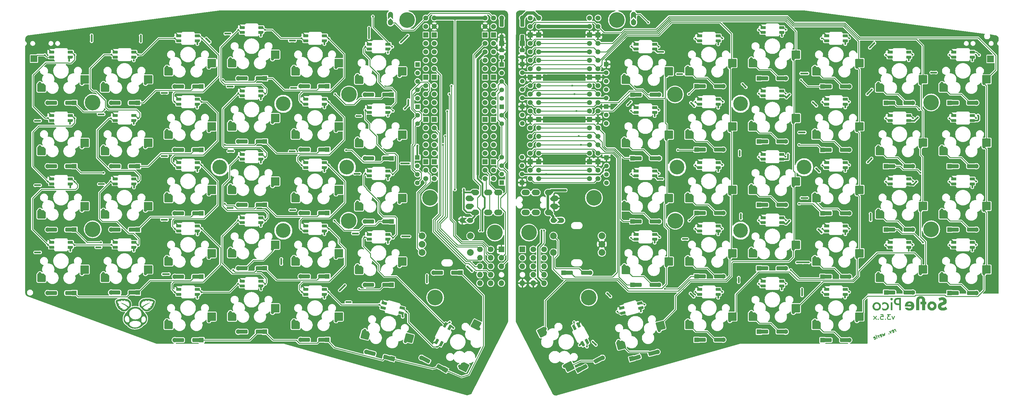
<source format=gbl>
%TF.GenerationSoftware,KiCad,Pcbnew,7.0.10*%
%TF.CreationDate,2024-03-01T16:33:51-05:00*%
%TF.ProjectId,Sofle_Pico_Panel,536f666c-655f-4506-9963-6f5f50616e65,v3.5.4*%
%TF.SameCoordinates,Original*%
%TF.FileFunction,Copper,L2,Bot*%
%TF.FilePolarity,Positive*%
%FSLAX46Y46*%
G04 Gerber Fmt 4.6, Leading zero omitted, Abs format (unit mm)*
G04 Created by KiCad (PCBNEW 7.0.10) date 2024-03-01 16:33:51*
%MOMM*%
%LPD*%
G01*
G04 APERTURE LIST*
G04 Aperture macros list*
%AMRoundRect*
0 Rectangle with rounded corners*
0 $1 Rounding radius*
0 $2 $3 $4 $5 $6 $7 $8 $9 X,Y pos of 4 corners*
0 Add a 4 corners polygon primitive as box body*
4,1,4,$2,$3,$4,$5,$6,$7,$8,$9,$2,$3,0*
0 Add four circle primitives for the rounded corners*
1,1,$1+$1,$2,$3*
1,1,$1+$1,$4,$5*
1,1,$1+$1,$6,$7*
1,1,$1+$1,$8,$9*
0 Add four rect primitives between the rounded corners*
20,1,$1+$1,$2,$3,$4,$5,0*
20,1,$1+$1,$4,$5,$6,$7,0*
20,1,$1+$1,$6,$7,$8,$9,0*
20,1,$1+$1,$8,$9,$2,$3,0*%
%AMRotRect*
0 Rectangle, with rotation*
0 The origin of the aperture is its center*
0 $1 length*
0 $2 width*
0 $3 Rotation angle, in degrees counterclockwise*
0 Add horizontal line*
21,1,$1,$2,0,0,$3*%
%AMFreePoly0*
4,1,17,-1.275000,1.008000,-1.255818,1.104436,-1.201191,1.186191,-1.119436,1.240818,-1.023000,1.260000,1.275000,1.260000,1.275000,-1.008000,1.255818,-1.104436,1.201191,-1.186191,1.119436,-1.240818,1.023000,-1.260000,-1.023000,-1.260000,-1.119436,-1.240818,-1.201191,-1.186191,-1.255818,-1.104436,-1.275000,-1.008000,-1.275000,1.008000,-1.275000,1.008000,$1*%
%AMFreePoly1*
4,1,18,-1.275000,1.008000,-1.255818,1.104436,-1.201191,1.186191,-1.119436,1.240818,-1.023000,1.260000,1.023000,1.260000,1.119436,1.240818,1.201191,1.186191,1.255818,1.104436,1.275000,1.008000,1.275000,-1.008000,1.255818,-1.104436,1.201191,-1.186191,1.119436,-1.240818,1.023000,-1.260000,-0.645000,-1.260000,-1.275000,-0.630000,-1.275000,1.008000,-1.275000,1.008000,$1*%
%AMFreePoly2*
4,1,18,-0.800000,0.287000,-0.790637,0.334070,-0.763974,0.373974,-0.724070,0.400637,-0.677000,0.410000,0.677000,0.410000,0.724070,0.400637,0.763974,0.373974,0.790637,0.334070,0.800000,0.287000,0.800000,-0.082000,0.472000,-0.410000,-0.677000,-0.410000,-0.724070,-0.400637,-0.763974,-0.373974,-0.790637,-0.334070,-0.800000,-0.287000,-0.800000,0.287000,-0.800000,0.287000,$1*%
%AMFreePoly3*
4,1,21,-0.750000,0.000000,-0.734505,0.151663,-0.679731,0.316964,-0.588312,0.465177,-0.465177,0.588312,-0.316964,0.679731,-0.151663,0.734505,0.000000,0.750000,0.525000,0.750000,0.750000,0.525000,0.750000,-0.525000,0.525000,-0.750000,0.000000,-0.750000,-0.151663,-0.734505,-0.316964,-0.679731,-0.465177,-0.588312,-0.588312,-0.465177,-0.679731,-0.316964,-0.734505,-0.151663,-0.750000,0.000000,
-0.750000,0.000000,-0.750000,0.000000,$1*%
%AMFreePoly4*
4,1,6,0.500000,0.000000,-0.250000,-0.750000,-0.500000,-0.750000,-0.500000,0.750000,-0.250000,0.750000,0.500000,0.000000,0.500000,0.000000,$1*%
%AMFreePoly5*
4,1,6,0.260000,-0.750000,-0.990000,-0.750000,-0.240000,0.000000,-0.990000,0.750000,0.260000,0.750000,0.260000,-0.750000,0.260000,-0.750000,$1*%
%AMFreePoly6*
4,1,20,-0.750000,0.600000,-0.600000,0.750000,0.000000,0.750000,0.151663,0.734505,0.316964,0.679731,0.465177,0.588312,0.588312,0.465177,0.679731,0.316964,0.734505,0.151663,0.750000,0.000000,0.734505,-0.151663,0.679731,-0.316964,0.588312,-0.465177,0.465177,-0.588312,0.316964,-0.679731,0.151663,-0.734505,0.000000,-0.750000,-0.600000,-0.750000,-0.750000,-0.600000,-0.750000,0.600000,
-0.750000,0.600000,$1*%
%AMFreePoly7*
4,1,28,-0.850000,0.400000,-0.842219,0.514750,-0.797860,0.693119,-0.716195,0.857783,-0.601041,1.001041,-0.457783,1.116195,-0.293119,1.197860,-0.114750,1.242219,0.000000,1.250000,0.114750,1.242219,0.293119,1.197860,0.457783,1.116195,0.601041,1.001041,0.716195,0.857783,0.797860,0.693119,0.842219,0.514750,0.850000,0.400000,0.850000,-0.400000,0.842219,-0.514750,0.797860,-0.693119,
0.716195,-0.857783,0.601041,-1.001041,0.457783,-1.116195,0.293119,-1.197860,0.114750,-1.242219,0.000000,-1.250000,-0.850000,-0.400000,-0.850000,0.400000,-0.850000,0.400000,$1*%
%AMFreePoly8*
4,1,28,-0.850000,0.400000,-0.842219,0.514750,-0.797860,0.693119,-0.716195,0.857783,-0.601041,1.001041,-0.457783,1.116195,-0.293119,1.197860,-0.114750,1.242219,0.000000,1.250000,0.114750,1.242219,0.293119,1.197860,0.457783,1.116195,0.601041,1.001041,0.716195,0.857783,0.797860,0.693119,0.842219,0.514750,0.850000,0.400000,0.850000,-0.400000,0.000000,-1.250000,-0.114750,-1.242219,
-0.293119,-1.197860,-0.457783,-1.116195,-0.601041,-1.001041,-0.716195,-0.857783,-0.797860,-0.693119,-0.842219,-0.514750,-0.850000,-0.400000,-0.850000,0.400000,-0.850000,0.400000,$1*%
%AMFreePoly9*
4,1,28,-0.850000,0.400000,-0.842219,0.514750,-0.797860,0.693119,-0.716195,0.857783,-0.601041,1.001041,-0.457783,1.116195,-0.293119,1.197860,-0.114750,1.242219,0.000000,1.250000,0.850000,0.400000,0.850000,-0.400000,0.842219,-0.514750,0.797860,-0.693119,0.716195,-0.857783,0.601041,-1.001041,0.457783,-1.116195,0.293119,-1.197860,0.114750,-1.242219,0.000000,-1.250000,-0.114750,-1.242219,
-0.293119,-1.197860,-0.457783,-1.116195,-0.601041,-1.001041,-0.716195,-0.857783,-0.797860,-0.693119,-0.842219,-0.514750,-0.850000,-0.400000,-0.850000,0.400000,-0.850000,0.400000,$1*%
%AMFreePoly10*
4,1,28,-0.850000,0.400000,0.000000,1.250000,0.114750,1.242219,0.293119,1.197860,0.457783,1.116195,0.601041,1.001041,0.716195,0.857783,0.797860,0.693119,0.842219,0.514750,0.850000,0.400000,0.850000,-0.400000,0.842219,-0.514750,0.797860,-0.693119,0.716195,-0.857783,0.601041,-1.001041,0.457783,-1.116195,0.293119,-1.197860,0.114750,-1.242219,0.000000,-1.250000,-0.114750,-1.242219,
-0.293119,-1.197860,-0.457783,-1.116195,-0.601041,-1.001041,-0.716195,-0.857783,-0.797860,-0.693119,-0.842219,-0.514750,-0.850000,-0.400000,-0.850000,0.400000,-0.850000,0.400000,$1*%
%AMFreePoly11*
4,1,18,-1.250000,1.010000,-1.230970,1.105671,-1.176777,1.186777,-1.095671,1.240970,-1.000000,1.260000,0.625000,1.260000,1.250000,0.635000,1.250000,-1.010000,1.230970,-1.105671,1.176777,-1.186777,1.095671,-1.240970,1.000000,-1.260000,-1.000000,-1.260000,-1.095671,-1.240970,-1.176777,-1.186777,-1.230970,-1.105671,-1.250000,-1.010000,-1.250000,1.010000,-1.250000,1.010000,$1*%
%AMFreePoly12*
4,1,17,-1.275000,1.012000,-1.255742,1.108819,-1.200898,1.190898,-1.118819,1.245742,-1.022000,1.265000,1.022000,1.265000,1.118819,1.245742,1.200898,1.190898,1.255742,1.108819,1.275000,1.012000,1.275000,-1.012000,1.255742,-1.108819,1.200898,-1.190898,1.118819,-1.245742,1.022000,-1.265000,-1.275000,-1.265000,-1.275000,1.012000,-1.275000,1.012000,$1*%
%AMFreePoly13*
4,1,6,0.500000,-0.750000,0.250000,-0.750000,-0.500000,0.000000,0.250000,0.750000,0.500000,0.750000,0.500000,-0.750000,0.500000,-0.750000,$1*%
%AMFreePoly14*
4,1,6,0.240000,0.000000,0.990000,-0.750000,-0.260000,-0.750000,-0.260000,0.750000,0.990000,0.750000,0.240000,0.000000,0.240000,0.000000,$1*%
G04 Aperture macros list end*
%ADD10C,0.250000*%
%TA.AperFunction,NonConductor*%
%ADD11C,0.250000*%
%TD*%
%TA.AperFunction,EtchedComponent*%
%ADD12C,0.022619*%
%TD*%
%TA.AperFunction,ComponentPad*%
%ADD13R,1.400000X1.400000*%
%TD*%
%TA.AperFunction,SMDPad,CuDef*%
%ADD14R,1.600000X1.200000*%
%TD*%
%TA.AperFunction,SMDPad,CuDef*%
%ADD15RoundRect,0.300000X-0.400000X-0.300000X0.400000X-0.300000X0.400000X0.300000X-0.400000X0.300000X0*%
%TD*%
%TA.AperFunction,SMDPad,CuDef*%
%ADD16R,2.140000X1.200000*%
%TD*%
%TA.AperFunction,ComponentPad*%
%ADD17C,1.400000*%
%TD*%
%TA.AperFunction,ComponentPad*%
%ADD18RotRect,1.400000X1.400000X27.000000*%
%TD*%
%TA.AperFunction,SMDPad,CuDef*%
%ADD19RotRect,1.600000X1.200000X27.000000*%
%TD*%
%TA.AperFunction,SMDPad,CuDef*%
%ADD20RoundRect,0.300000X-0.220205X-0.448898X0.492600X-0.085706X0.220205X0.448898X-0.492600X0.085706X0*%
%TD*%
%TA.AperFunction,SMDPad,CuDef*%
%ADD21RotRect,2.140000X1.200000X27.000000*%
%TD*%
%TA.AperFunction,SMDPad,CuDef*%
%ADD22FreePoly0,180.000000*%
%TD*%
%TA.AperFunction,ComponentPad*%
%ADD23C,1.000000*%
%TD*%
%TA.AperFunction,SMDPad,CuDef*%
%ADD24FreePoly1,180.000000*%
%TD*%
%TA.AperFunction,SMDPad,CuDef*%
%ADD25FreePoly0,117.000000*%
%TD*%
%TA.AperFunction,SMDPad,CuDef*%
%ADD26FreePoly1,117.000000*%
%TD*%
%TA.AperFunction,SMDPad,CuDef*%
%ADD27FreePoly0,195.000000*%
%TD*%
%TA.AperFunction,SMDPad,CuDef*%
%ADD28FreePoly1,195.000000*%
%TD*%
%TA.AperFunction,ComponentPad*%
%ADD29C,4.700000*%
%TD*%
%TA.AperFunction,ComponentPad*%
%ADD30RotRect,1.400000X1.400000X15.000000*%
%TD*%
%TA.AperFunction,SMDPad,CuDef*%
%ADD31RotRect,1.600000X1.200000X15.000000*%
%TD*%
%TA.AperFunction,SMDPad,CuDef*%
%ADD32RoundRect,0.300000X-0.308725X-0.393305X0.464016X-0.186250X0.308725X0.393305X-0.464016X0.186250X0*%
%TD*%
%TA.AperFunction,SMDPad,CuDef*%
%ADD33RotRect,2.140000X1.200000X15.000000*%
%TD*%
%TA.AperFunction,SMDPad,CuDef*%
%ADD34FreePoly2,0.000000*%
%TD*%
%TA.AperFunction,SMDPad,CuDef*%
%ADD35RoundRect,0.123000X0.677000X0.287000X-0.677000X0.287000X-0.677000X-0.287000X0.677000X-0.287000X0*%
%TD*%
%TA.AperFunction,SMDPad,CuDef*%
%ADD36RoundRect,0.123000X-0.677000X-0.287000X0.677000X-0.287000X0.677000X0.287000X-0.677000X0.287000X0*%
%TD*%
%TA.AperFunction,SMDPad,CuDef*%
%ADD37FreePoly2,180.000000*%
%TD*%
%TA.AperFunction,SMDPad,CuDef*%
%ADD38RoundRect,0.300000X0.400000X0.300000X-0.400000X0.300000X-0.400000X-0.300000X0.400000X-0.300000X0*%
%TD*%
%TA.AperFunction,ComponentPad*%
%ADD39FreePoly3,90.000000*%
%TD*%
%TA.AperFunction,SMDPad,CuDef*%
%ADD40FreePoly4,90.000000*%
%TD*%
%TA.AperFunction,SMDPad,CuDef*%
%ADD41FreePoly5,90.000000*%
%TD*%
%TA.AperFunction,ComponentPad*%
%ADD42FreePoly6,90.000000*%
%TD*%
%TA.AperFunction,SMDPad,CuDef*%
%ADD43FreePoly2,195.000000*%
%TD*%
%TA.AperFunction,SMDPad,CuDef*%
%ADD44RoundRect,0.123000X-0.579651X-0.452441X0.728213X-0.102000X0.579651X0.452441X-0.728213X0.102000X0*%
%TD*%
%TA.AperFunction,SMDPad,CuDef*%
%ADD45RoundRect,0.123000X0.579651X0.452441X-0.728213X0.102000X-0.579651X-0.452441X0.728213X-0.102000X0*%
%TD*%
%TA.AperFunction,ComponentPad*%
%ADD46C,1.397000*%
%TD*%
%TA.AperFunction,ComponentPad*%
%ADD47R,1.397000X1.397000*%
%TD*%
%TA.AperFunction,SMDPad,CuDef*%
%ADD48FreePoly2,117.000000*%
%TD*%
%TA.AperFunction,SMDPad,CuDef*%
%ADD49RoundRect,0.123000X-0.563070X0.472916X0.051633X-0.733507X0.563070X-0.472916X-0.051633X0.733507X0*%
%TD*%
%TA.AperFunction,SMDPad,CuDef*%
%ADD50RoundRect,0.123000X0.563070X-0.472916X-0.051633X0.733507X-0.563070X0.472916X0.051633X-0.733507X0*%
%TD*%
%TA.AperFunction,ComponentPad*%
%ADD51R,1.500000X1.500000*%
%TD*%
%TA.AperFunction,SMDPad,CuDef*%
%ADD52R,1.200000X1.200000*%
%TD*%
%TA.AperFunction,SMDPad,CuDef*%
%ADD53RoundRect,0.300000X0.300000X-0.450000X0.300000X0.450000X-0.300000X0.450000X-0.300000X-0.450000X0*%
%TD*%
%TA.AperFunction,SMDPad,CuDef*%
%ADD54RoundRect,0.300000X0.300000X-0.400000X0.300000X0.400000X-0.300000X0.400000X-0.300000X-0.400000X0*%
%TD*%
%TA.AperFunction,ComponentPad*%
%ADD55O,1.500000X1.500000*%
%TD*%
%TA.AperFunction,ComponentPad*%
%ADD56FreePoly3,180.000000*%
%TD*%
%TA.AperFunction,SMDPad,CuDef*%
%ADD57FreePoly4,180.000000*%
%TD*%
%TA.AperFunction,SMDPad,CuDef*%
%ADD58FreePoly5,180.000000*%
%TD*%
%TA.AperFunction,ComponentPad*%
%ADD59FreePoly6,180.000000*%
%TD*%
%TA.AperFunction,ComponentPad*%
%ADD60R,2.000000X2.000000*%
%TD*%
%TA.AperFunction,ComponentPad*%
%ADD61C,4.400000*%
%TD*%
%TA.AperFunction,SMDPad,CuDef*%
%ADD62FreePoly2,345.000000*%
%TD*%
%TA.AperFunction,SMDPad,CuDef*%
%ADD63RoundRect,0.123000X0.728213X0.102000X-0.579651X0.452441X-0.728213X-0.102000X0.579651X-0.452441X0*%
%TD*%
%TA.AperFunction,SMDPad,CuDef*%
%ADD64RoundRect,0.123000X-0.728213X-0.102000X0.579651X-0.452441X0.728213X0.102000X-0.579651X0.452441X0*%
%TD*%
%TA.AperFunction,SMDPad,CuDef*%
%ADD65FreePoly2,63.000000*%
%TD*%
%TA.AperFunction,SMDPad,CuDef*%
%ADD66RoundRect,0.123000X0.051633X0.733507X-0.563070X-0.472916X-0.051633X-0.733507X0.563070X0.472916X0*%
%TD*%
%TA.AperFunction,SMDPad,CuDef*%
%ADD67RoundRect,0.123000X-0.051633X-0.733507X0.563070X0.472916X0.051633X0.733507X-0.563070X-0.472916X0*%
%TD*%
%TA.AperFunction,ComponentPad*%
%ADD68C,2.000000*%
%TD*%
%TA.AperFunction,ComponentPad*%
%ADD69FreePoly3,0.000000*%
%TD*%
%TA.AperFunction,SMDPad,CuDef*%
%ADD70FreePoly4,0.000000*%
%TD*%
%TA.AperFunction,SMDPad,CuDef*%
%ADD71FreePoly5,0.000000*%
%TD*%
%TA.AperFunction,ComponentPad*%
%ADD72FreePoly6,0.000000*%
%TD*%
%TA.AperFunction,ComponentPad*%
%ADD73RotRect,1.400000X1.400000X153.000000*%
%TD*%
%TA.AperFunction,SMDPad,CuDef*%
%ADD74RotRect,1.600000X1.200000X153.000000*%
%TD*%
%TA.AperFunction,SMDPad,CuDef*%
%ADD75RoundRect,0.300000X0.492600X0.085706X-0.220205X0.448898X-0.492600X-0.085706X0.220205X-0.448898X0*%
%TD*%
%TA.AperFunction,SMDPad,CuDef*%
%ADD76RotRect,2.140000X1.200000X153.000000*%
%TD*%
%TA.AperFunction,ComponentPad*%
%ADD77RotRect,1.400000X1.400000X165.000000*%
%TD*%
%TA.AperFunction,SMDPad,CuDef*%
%ADD78RotRect,1.600000X1.200000X165.000000*%
%TD*%
%TA.AperFunction,SMDPad,CuDef*%
%ADD79RoundRect,0.300000X0.464016X0.186250X-0.308725X0.393305X-0.464016X-0.186250X0.308725X-0.393305X0*%
%TD*%
%TA.AperFunction,SMDPad,CuDef*%
%ADD80RotRect,2.140000X1.200000X165.000000*%
%TD*%
%TA.AperFunction,ComponentPad*%
%ADD81FreePoly7,270.000000*%
%TD*%
%TA.AperFunction,ComponentPad*%
%ADD82FreePoly8,270.000000*%
%TD*%
%TA.AperFunction,ComponentPad*%
%ADD83FreePoly9,270.000000*%
%TD*%
%TA.AperFunction,ComponentPad*%
%ADD84FreePoly10,270.000000*%
%TD*%
%TA.AperFunction,ComponentPad*%
%ADD85O,2.500000X1.700000*%
%TD*%
%TA.AperFunction,ComponentPad*%
%ADD86R,1.700000X1.700000*%
%TD*%
%TA.AperFunction,ComponentPad*%
%ADD87O,1.700000X1.700000*%
%TD*%
%TA.AperFunction,SMDPad,CuDef*%
%ADD88FreePoly11,-0.000000*%
%TD*%
%TA.AperFunction,SMDPad,CuDef*%
%ADD89FreePoly12,-0.000000*%
%TD*%
%TA.AperFunction,ComponentPad*%
%ADD90C,1.700000*%
%TD*%
%TA.AperFunction,SMDPad,CuDef*%
%ADD91FreePoly13,270.000000*%
%TD*%
%TA.AperFunction,SMDPad,CuDef*%
%ADD92FreePoly14,270.000000*%
%TD*%
%TA.AperFunction,ComponentPad*%
%ADD93FreePoly7,90.000000*%
%TD*%
%TA.AperFunction,ComponentPad*%
%ADD94FreePoly8,90.000000*%
%TD*%
%TA.AperFunction,ComponentPad*%
%ADD95FreePoly9,90.000000*%
%TD*%
%TA.AperFunction,ComponentPad*%
%ADD96FreePoly10,90.000000*%
%TD*%
%TA.AperFunction,SMDPad,CuDef*%
%ADD97RoundRect,0.250000X-0.475000X0.337500X-0.475000X-0.337500X0.475000X-0.337500X0.475000X0.337500X0*%
%TD*%
%TA.AperFunction,ComponentPad*%
%ADD98C,1.500000*%
%TD*%
%TA.AperFunction,SMDPad,CuDef*%
%ADD99FreePoly11,63.000000*%
%TD*%
%TA.AperFunction,SMDPad,CuDef*%
%ADD100FreePoly12,63.000000*%
%TD*%
%TA.AperFunction,SMDPad,CuDef*%
%ADD101FreePoly11,345.000000*%
%TD*%
%TA.AperFunction,SMDPad,CuDef*%
%ADD102FreePoly12,345.000000*%
%TD*%
%TA.AperFunction,ViaPad*%
%ADD103C,0.600000*%
%TD*%
%TA.AperFunction,Conductor*%
%ADD104C,0.250000*%
%TD*%
%TA.AperFunction,Conductor*%
%ADD105C,0.500000*%
%TD*%
%TA.AperFunction,Conductor*%
%ADD106C,1.000000*%
%TD*%
%TA.AperFunction,Conductor*%
%ADD107C,0.750000*%
%TD*%
G04 APERTURE END LIST*
D10*
D11*
X234160547Y-140059131D02*
X233803404Y-141059131D01*
X233803404Y-141059131D02*
X233446261Y-140059131D01*
X233017690Y-139559131D02*
X232089118Y-139559131D01*
X232089118Y-139559131D02*
X232589118Y-140130560D01*
X232589118Y-140130560D02*
X232374833Y-140130560D01*
X232374833Y-140130560D02*
X232231976Y-140201988D01*
X232231976Y-140201988D02*
X232160547Y-140273417D01*
X232160547Y-140273417D02*
X232089118Y-140416274D01*
X232089118Y-140416274D02*
X232089118Y-140773417D01*
X232089118Y-140773417D02*
X232160547Y-140916274D01*
X232160547Y-140916274D02*
X232231976Y-140987703D01*
X232231976Y-140987703D02*
X232374833Y-141059131D01*
X232374833Y-141059131D02*
X232803404Y-141059131D01*
X232803404Y-141059131D02*
X232946261Y-140987703D01*
X232946261Y-140987703D02*
X233017690Y-140916274D01*
X231446262Y-140916274D02*
X231374833Y-140987703D01*
X231374833Y-140987703D02*
X231446262Y-141059131D01*
X231446262Y-141059131D02*
X231517690Y-140987703D01*
X231517690Y-140987703D02*
X231446262Y-140916274D01*
X231446262Y-140916274D02*
X231446262Y-141059131D01*
X230017690Y-139559131D02*
X230731976Y-139559131D01*
X230731976Y-139559131D02*
X230803404Y-140273417D01*
X230803404Y-140273417D02*
X230731976Y-140201988D01*
X230731976Y-140201988D02*
X230589119Y-140130560D01*
X230589119Y-140130560D02*
X230231976Y-140130560D01*
X230231976Y-140130560D02*
X230089119Y-140201988D01*
X230089119Y-140201988D02*
X230017690Y-140273417D01*
X230017690Y-140273417D02*
X229946261Y-140416274D01*
X229946261Y-140416274D02*
X229946261Y-140773417D01*
X229946261Y-140773417D02*
X230017690Y-140916274D01*
X230017690Y-140916274D02*
X230089119Y-140987703D01*
X230089119Y-140987703D02*
X230231976Y-141059131D01*
X230231976Y-141059131D02*
X230589119Y-141059131D01*
X230589119Y-141059131D02*
X230731976Y-140987703D01*
X230731976Y-140987703D02*
X230803404Y-140916274D01*
X229303405Y-140916274D02*
X229231976Y-140987703D01*
X229231976Y-140987703D02*
X229303405Y-141059131D01*
X229303405Y-141059131D02*
X229374833Y-140987703D01*
X229374833Y-140987703D02*
X229303405Y-140916274D01*
X229303405Y-140916274D02*
X229303405Y-141059131D01*
X228731976Y-141059131D02*
X227946262Y-140059131D01*
X228731976Y-140059131D02*
X227946262Y-141059131D01*
D10*
D11*
X234620632Y-144653890D02*
X234390433Y-144028228D01*
X234456204Y-144206989D02*
X234378629Y-144134051D01*
X234378629Y-144134051D02*
X234317496Y-144105804D01*
X234317496Y-144105804D02*
X234211673Y-144093999D01*
X234211673Y-144093999D02*
X234122292Y-144126885D01*
X233665696Y-144954499D02*
X233771519Y-144966303D01*
X233771519Y-144966303D02*
X233950280Y-144900532D01*
X233950280Y-144900532D02*
X234023217Y-144822956D01*
X234023217Y-144822956D02*
X234035022Y-144717133D01*
X234035022Y-144717133D02*
X233903479Y-144359612D01*
X233903479Y-144359612D02*
X233825904Y-144286675D01*
X233825904Y-144286675D02*
X233720081Y-144274870D01*
X233720081Y-144274870D02*
X233541320Y-144340641D01*
X233541320Y-144340641D02*
X233468383Y-144418217D01*
X233468383Y-144418217D02*
X233456578Y-144524040D01*
X233456578Y-144524040D02*
X233489464Y-144613420D01*
X233489464Y-144613420D02*
X233969251Y-144538373D01*
X233094419Y-144505069D02*
X233101167Y-145212945D01*
X233101167Y-145212945D02*
X232647517Y-144669497D01*
X232487309Y-145337321D02*
X232459062Y-145398453D01*
X232459062Y-145398453D02*
X232520195Y-145426701D01*
X232520195Y-145426701D02*
X232548442Y-145365568D01*
X232548442Y-145365568D02*
X232487309Y-145337321D01*
X232487309Y-145337321D02*
X232520195Y-145426701D01*
X231217433Y-145195665D02*
X231268871Y-145887098D01*
X231268871Y-145887098D02*
X230925682Y-145505968D01*
X230925682Y-145505968D02*
X230911350Y-146018641D01*
X230911350Y-146018641D02*
X230502390Y-145458750D01*
X230001104Y-146302806D02*
X230106927Y-146314610D01*
X230106927Y-146314610D02*
X230285688Y-146248839D01*
X230285688Y-146248839D02*
X230358625Y-146171264D01*
X230358625Y-146171264D02*
X230370430Y-146065441D01*
X230370430Y-146065441D02*
X230238888Y-145707919D01*
X230238888Y-145707919D02*
X230161312Y-145634982D01*
X230161312Y-145634982D02*
X230055489Y-145623177D01*
X230055489Y-145623177D02*
X229876728Y-145688948D01*
X229876728Y-145688948D02*
X229803791Y-145766524D01*
X229803791Y-145766524D02*
X229791986Y-145872347D01*
X229791986Y-145872347D02*
X229824872Y-145961727D01*
X229824872Y-145961727D02*
X230304659Y-145886680D01*
X229570645Y-146511924D02*
X229340446Y-145886262D01*
X229406217Y-146065022D02*
X229328642Y-145992085D01*
X229328642Y-145992085D02*
X229267509Y-145963837D01*
X229267509Y-145963837D02*
X229161686Y-145952033D01*
X229161686Y-145952033D02*
X229072306Y-145984918D01*
X228855603Y-146775008D02*
X228928540Y-146697433D01*
X228928540Y-146697433D02*
X228940345Y-146591609D01*
X228940345Y-146591609D02*
X228644375Y-145787187D01*
X228124117Y-146993403D02*
X228229940Y-147005207D01*
X228229940Y-147005207D02*
X228408701Y-146939436D01*
X228408701Y-146939436D02*
X228481638Y-146861860D01*
X228481638Y-146861860D02*
X228493443Y-146756037D01*
X228493443Y-146756037D02*
X228361901Y-146398516D01*
X228361901Y-146398516D02*
X228284325Y-146325579D01*
X228284325Y-146325579D02*
X228178502Y-146313774D01*
X228178502Y-146313774D02*
X227999741Y-146379545D01*
X227999741Y-146379545D02*
X227926804Y-146457121D01*
X227926804Y-146457121D02*
X227914999Y-146562944D01*
X227914999Y-146562944D02*
X227947885Y-146652324D01*
X227947885Y-146652324D02*
X228427672Y-146577277D01*
D12*
X12344006Y-135712137D02*
X12343141Y-135732040D01*
X12341817Y-135751921D01*
X12340066Y-135771775D01*
X12335407Y-135811391D01*
X12329419Y-135850866D01*
X12322353Y-135890173D01*
X12314463Y-135929290D01*
X12306001Y-135968190D01*
X12288224Y-136035590D01*
X12268527Y-136104810D01*
X12246547Y-136174758D01*
X12221923Y-136244343D01*
X12208506Y-136278659D01*
X12194292Y-136312474D01*
X12179236Y-136345653D01*
X12163292Y-136378060D01*
X12146415Y-136409557D01*
X12128560Y-136440008D01*
X12109682Y-136469277D01*
X12089735Y-136497228D01*
X12089285Y-136545289D01*
X12086191Y-136594683D01*
X12080483Y-136645101D01*
X12072190Y-136696230D01*
X12061343Y-136747760D01*
X12047972Y-136799382D01*
X12032106Y-136850784D01*
X12013776Y-136901656D01*
X11993011Y-136951688D01*
X11969841Y-137000568D01*
X11944297Y-137047987D01*
X11916408Y-137093633D01*
X11886204Y-137137196D01*
X11853715Y-137178367D01*
X11818971Y-137216833D01*
X11782002Y-137252285D01*
X11765645Y-137308891D01*
X11747594Y-137362874D01*
X11727961Y-137414301D01*
X11706859Y-137463238D01*
X11684401Y-137509751D01*
X11660700Y-137553906D01*
X11635870Y-137595769D01*
X11610023Y-137635407D01*
X11583273Y-137672885D01*
X11555731Y-137708269D01*
X11527512Y-137741626D01*
X11498728Y-137773022D01*
X11439917Y-137830194D01*
X11380203Y-137880315D01*
X11320489Y-137923912D01*
X11261680Y-137961514D01*
X11204679Y-137993652D01*
X11150390Y-138020852D01*
X11099717Y-138043645D01*
X11053564Y-138062559D01*
X10978434Y-138090864D01*
X10954483Y-138137903D01*
X10926405Y-138182189D01*
X10894447Y-138223780D01*
X10858855Y-138262738D01*
X10819876Y-138299119D01*
X10777755Y-138332984D01*
X10732740Y-138364391D01*
X10685077Y-138393401D01*
X10635012Y-138420071D01*
X10582792Y-138444460D01*
X10528664Y-138466629D01*
X10472873Y-138486637D01*
X10357291Y-138520402D01*
X10238018Y-138546230D01*
X10117026Y-138564592D01*
X9996287Y-138575963D01*
X9877771Y-138580816D01*
X9763453Y-138579622D01*
X9655302Y-138572855D01*
X9555291Y-138560989D01*
X9465391Y-138544495D01*
X9387575Y-138523848D01*
X9297105Y-138483869D01*
X9211190Y-138442127D01*
X9129575Y-138398549D01*
X9052007Y-138353060D01*
X8978232Y-138305587D01*
X8907994Y-138256055D01*
X8841040Y-138204390D01*
X8777117Y-138150518D01*
X8715968Y-138094365D01*
X8657341Y-138035857D01*
X8600981Y-137974920D01*
X8546634Y-137911480D01*
X8494046Y-137845462D01*
X8442963Y-137776792D01*
X8393129Y-137705397D01*
X8344292Y-137631202D01*
X8302196Y-137606157D01*
X8261111Y-137579389D01*
X8221122Y-137550947D01*
X8182314Y-137520879D01*
X8144770Y-137489236D01*
X8108576Y-137456065D01*
X8073815Y-137421416D01*
X8040571Y-137385338D01*
X8008928Y-137347880D01*
X7978971Y-137309090D01*
X7950785Y-137269018D01*
X7924452Y-137227712D01*
X7900058Y-137185222D01*
X7877687Y-137141596D01*
X7857422Y-137096884D01*
X7839349Y-137051135D01*
X7807292Y-136934889D01*
X7783233Y-136820575D01*
X7766882Y-136708323D01*
X7760621Y-136631194D01*
X8222971Y-136631194D01*
X8227291Y-136698885D01*
X8237069Y-136765067D01*
X8252436Y-136829416D01*
X8273523Y-136891602D01*
X8300462Y-136951300D01*
X8333384Y-137008183D01*
X8372420Y-137061922D01*
X8417702Y-137112192D01*
X8469362Y-137158666D01*
X8527531Y-137201015D01*
X8592339Y-137238914D01*
X8713018Y-137142626D01*
X8836653Y-137049659D01*
X8963177Y-136959939D01*
X9092525Y-136873393D01*
X9224630Y-136789950D01*
X9359426Y-136709534D01*
X9496847Y-136632075D01*
X9636825Y-136557498D01*
X9779295Y-136485732D01*
X9924191Y-136416702D01*
X10071445Y-136350335D01*
X10220992Y-136286560D01*
X10372766Y-136225303D01*
X10526699Y-136166491D01*
X10682726Y-136110052D01*
X10840781Y-136055911D01*
X10453014Y-136258730D01*
X10106097Y-136451902D01*
X9798040Y-136635955D01*
X9526855Y-136811421D01*
X9290555Y-136978828D01*
X9184865Y-137059675D01*
X9087151Y-137138706D01*
X8997163Y-137215988D01*
X8914653Y-137291586D01*
X8839373Y-137365567D01*
X8771075Y-137437997D01*
X8827099Y-137520845D01*
X8884002Y-137597548D01*
X8941695Y-137668287D01*
X9000092Y-137733244D01*
X9059107Y-137792600D01*
X9118652Y-137846537D01*
X9178640Y-137895236D01*
X9238984Y-137938880D01*
X9299598Y-137977649D01*
X9360395Y-138011725D01*
X9421287Y-138041290D01*
X9482188Y-138066525D01*
X9543011Y-138087612D01*
X9603669Y-138104733D01*
X9664075Y-138118069D01*
X9724141Y-138127802D01*
X9783782Y-138134113D01*
X9842910Y-138137183D01*
X9901439Y-138137196D01*
X9959281Y-138134331D01*
X10072557Y-138120697D01*
X10182043Y-138097734D01*
X10287045Y-138066895D01*
X10386867Y-138029633D01*
X10480812Y-137987400D01*
X10568188Y-137941648D01*
X10511123Y-137923140D01*
X10464376Y-137905541D01*
X10427425Y-137888749D01*
X10399746Y-137872660D01*
X10380818Y-137857172D01*
X10370118Y-137842182D01*
X10367123Y-137827587D01*
X10371312Y-137813285D01*
X10382162Y-137799172D01*
X10399150Y-137785146D01*
X10421755Y-137771104D01*
X10449453Y-137756944D01*
X10518041Y-137727855D01*
X10600734Y-137697057D01*
X10791723Y-137627045D01*
X10891660Y-137586186D01*
X10988985Y-137540328D01*
X11035363Y-137515267D01*
X11079521Y-137488649D01*
X11120937Y-137460369D01*
X11159088Y-137430326D01*
X11193452Y-137398417D01*
X11223506Y-137364538D01*
X11248729Y-137328587D01*
X11268597Y-137290461D01*
X11151344Y-137292943D01*
X11070473Y-137291199D01*
X11042469Y-137288609D01*
X11022107Y-137284803D01*
X11008902Y-137279728D01*
X11002369Y-137273331D01*
X11002024Y-137265560D01*
X11007382Y-137256360D01*
X11017959Y-137245680D01*
X11033270Y-137233466D01*
X11132161Y-137168212D01*
X11197410Y-137125004D01*
X11268026Y-137074177D01*
X11340131Y-137015307D01*
X11375531Y-136982723D01*
X11409849Y-136947969D01*
X11442602Y-136910992D01*
X11473304Y-136871740D01*
X11501470Y-136830159D01*
X11526616Y-136786196D01*
X11548259Y-136739798D01*
X11565911Y-136690912D01*
X11579091Y-136639486D01*
X11587311Y-136585465D01*
X11497447Y-136578421D01*
X11463702Y-136573351D01*
X11436884Y-136567169D01*
X11416594Y-136559814D01*
X11402435Y-136551228D01*
X11394006Y-136541349D01*
X11390911Y-136530118D01*
X11392749Y-136517475D01*
X11399124Y-136503360D01*
X11409636Y-136487712D01*
X11423886Y-136470472D01*
X11462010Y-136430975D01*
X11510306Y-136384388D01*
X11565587Y-136330231D01*
X11624664Y-136268023D01*
X11684350Y-136197285D01*
X11713424Y-136158567D01*
X11741455Y-136117536D01*
X11768045Y-136074133D01*
X11792793Y-136028296D01*
X11815303Y-135979967D01*
X11835175Y-135929085D01*
X11852011Y-135875590D01*
X11865412Y-135819422D01*
X11874980Y-135760521D01*
X11880317Y-135698827D01*
X11818084Y-135657162D01*
X11755647Y-135621138D01*
X11693227Y-135590387D01*
X11631046Y-135564539D01*
X11569325Y-135543224D01*
X11508287Y-135526073D01*
X11448153Y-135512716D01*
X11389144Y-135502785D01*
X11275389Y-135491721D01*
X11168795Y-135489926D01*
X11071135Y-135494444D01*
X10984183Y-135502319D01*
X10849491Y-135516324D01*
X10805297Y-135516544D01*
X10789764Y-135513665D01*
X10778902Y-135508300D01*
X10772934Y-135500082D01*
X10772080Y-135488640D01*
X10776562Y-135473604D01*
X10786602Y-135454606D01*
X10824242Y-135403245D01*
X10886773Y-135331601D01*
X10838815Y-135316786D01*
X10790386Y-135306302D01*
X10741663Y-135299794D01*
X10692823Y-135296908D01*
X10644042Y-135297289D01*
X10595499Y-135300583D01*
X10547369Y-135306435D01*
X10499829Y-135314492D01*
X10407230Y-135335797D01*
X10319116Y-135361665D01*
X10162007Y-135415739D01*
X10095842Y-135438275D01*
X10039824Y-135454029D01*
X10016062Y-135458476D01*
X9995368Y-135460163D01*
X9977918Y-135458738D01*
X9963890Y-135453844D01*
X9953460Y-135445128D01*
X9946806Y-135432234D01*
X9944103Y-135414809D01*
X9945530Y-135392498D01*
X9951262Y-135364947D01*
X9961478Y-135331800D01*
X9996065Y-135247304D01*
X9986155Y-135244302D01*
X9976224Y-135241658D01*
X9966274Y-135239365D01*
X9956310Y-135237417D01*
X9946332Y-135235810D01*
X9936346Y-135234535D01*
X9926352Y-135233589D01*
X9916354Y-135232964D01*
X9878832Y-135233349D01*
X9841318Y-135237759D01*
X9803900Y-135245832D01*
X9766667Y-135257203D01*
X9729709Y-135271510D01*
X9693113Y-135288390D01*
X9656969Y-135307479D01*
X9621365Y-135328414D01*
X9552136Y-135374372D01*
X9486136Y-135423357D01*
X9366666Y-135518792D01*
X9314619Y-135559431D01*
X9268644Y-135591477D01*
X9248156Y-135603371D01*
X9229452Y-135612027D01*
X9212623Y-135617082D01*
X9197756Y-135618174D01*
X9184940Y-135614939D01*
X9174265Y-135607014D01*
X9165818Y-135594036D01*
X9159690Y-135575641D01*
X9155969Y-135551467D01*
X9154743Y-135521151D01*
X9156102Y-135484329D01*
X9160134Y-135440639D01*
X9080210Y-135464442D01*
X9002982Y-135493605D01*
X8928584Y-135527802D01*
X8857146Y-135566705D01*
X8788800Y-135609987D01*
X8723676Y-135657321D01*
X8661907Y-135708380D01*
X8603625Y-135762837D01*
X8548959Y-135820365D01*
X8498043Y-135880637D01*
X8451006Y-135943325D01*
X8407982Y-136008104D01*
X8369100Y-136074645D01*
X8334493Y-136142623D01*
X8304292Y-136211709D01*
X8278628Y-136281576D01*
X8257633Y-136351899D01*
X8241439Y-136422349D01*
X8230176Y-136492599D01*
X8223976Y-136562324D01*
X8222971Y-136631194D01*
X7760621Y-136631194D01*
X7757948Y-136598261D01*
X7756142Y-136490517D01*
X7761172Y-136385220D01*
X7772750Y-136282499D01*
X7790585Y-136182481D01*
X7814386Y-136085296D01*
X7843864Y-135991073D01*
X7878728Y-135899939D01*
X7918689Y-135812024D01*
X7963455Y-135727456D01*
X8012738Y-135646364D01*
X8066246Y-135568876D01*
X8123690Y-135495120D01*
X8184779Y-135425226D01*
X8249223Y-135359322D01*
X8316733Y-135297536D01*
X8387017Y-135239998D01*
X8459787Y-135186835D01*
X8534751Y-135138177D01*
X8611619Y-135094152D01*
X8690102Y-135054888D01*
X8769909Y-135020514D01*
X8850750Y-134991159D01*
X8932334Y-134966951D01*
X9014373Y-134948019D01*
X9096575Y-134934491D01*
X9178650Y-134926497D01*
X9260308Y-134924164D01*
X9341260Y-134927621D01*
X9378588Y-134912538D01*
X9416387Y-134898588D01*
X9454611Y-134885754D01*
X9493211Y-134874021D01*
X9532141Y-134863373D01*
X9571354Y-134853794D01*
X9610802Y-134845268D01*
X9650437Y-134837781D01*
X9690213Y-134831315D01*
X9730083Y-134825856D01*
X9769998Y-134821387D01*
X9809913Y-134817893D01*
X9849778Y-134815358D01*
X9889548Y-134813767D01*
X9929175Y-134813103D01*
X9968612Y-134813351D01*
X10015618Y-134814831D01*
X10062200Y-134817573D01*
X10108276Y-134821552D01*
X10153765Y-134826738D01*
X10198585Y-134833106D01*
X10242655Y-134840627D01*
X10285892Y-134849274D01*
X10328215Y-134859020D01*
X10367558Y-134850420D01*
X10408571Y-134843321D01*
X10451009Y-134837699D01*
X10494626Y-134833532D01*
X10539175Y-134830795D01*
X10584410Y-134829466D01*
X10630085Y-134829521D01*
X10675954Y-134830936D01*
X10721772Y-134833688D01*
X10767290Y-134837753D01*
X10812265Y-134843108D01*
X10856449Y-134849730D01*
X10899596Y-134857594D01*
X10941460Y-134866678D01*
X10981796Y-134876959D01*
X11020356Y-134888411D01*
X11046638Y-134898190D01*
X11072747Y-134907273D01*
X11124368Y-134923904D01*
X11224675Y-134954894D01*
X11273047Y-134971464D01*
X11296719Y-134980500D01*
X11320023Y-134990222D01*
X11342938Y-135000767D01*
X11365445Y-135012274D01*
X11387524Y-135024881D01*
X11409157Y-135038725D01*
X11463333Y-135045982D01*
X11517277Y-135055042D01*
X11570920Y-135065896D01*
X11624189Y-135078540D01*
X11677013Y-135092966D01*
X11729321Y-135109169D01*
X11781042Y-135127143D01*
X11832104Y-135146880D01*
X11882436Y-135168374D01*
X11931967Y-135191620D01*
X11980625Y-135216611D01*
X12028340Y-135243340D01*
X12075039Y-135271802D01*
X12120652Y-135301989D01*
X12165107Y-135333896D01*
X12208333Y-135367516D01*
X12223426Y-135381164D01*
X12237724Y-135395585D01*
X12251208Y-135410732D01*
X12263858Y-135426559D01*
X12275656Y-135443018D01*
X12286580Y-135460062D01*
X12296613Y-135477644D01*
X12305733Y-135495717D01*
X12313923Y-135514234D01*
X12321161Y-135533147D01*
X12327430Y-135552410D01*
X12332708Y-135571975D01*
X12336977Y-135591796D01*
X12340217Y-135611825D01*
X12342408Y-135632014D01*
X12343531Y-135652318D01*
X12344233Y-135672273D01*
X12344381Y-135692213D01*
X12344256Y-135698827D01*
X12344006Y-135712137D01*
%TA.AperFunction,EtchedComponent*%
G36*
X12344006Y-135712137D02*
G01*
X12343141Y-135732040D01*
X12341817Y-135751921D01*
X12340066Y-135771775D01*
X12335407Y-135811391D01*
X12329419Y-135850866D01*
X12322353Y-135890173D01*
X12314463Y-135929290D01*
X12306001Y-135968190D01*
X12288224Y-136035590D01*
X12268527Y-136104810D01*
X12246547Y-136174758D01*
X12221923Y-136244343D01*
X12208506Y-136278659D01*
X12194292Y-136312474D01*
X12179236Y-136345653D01*
X12163292Y-136378060D01*
X12146415Y-136409557D01*
X12128560Y-136440008D01*
X12109682Y-136469277D01*
X12089735Y-136497228D01*
X12089285Y-136545289D01*
X12086191Y-136594683D01*
X12080483Y-136645101D01*
X12072190Y-136696230D01*
X12061343Y-136747760D01*
X12047972Y-136799382D01*
X12032106Y-136850784D01*
X12013776Y-136901656D01*
X11993011Y-136951688D01*
X11969841Y-137000568D01*
X11944297Y-137047987D01*
X11916408Y-137093633D01*
X11886204Y-137137196D01*
X11853715Y-137178367D01*
X11818971Y-137216833D01*
X11782002Y-137252285D01*
X11765645Y-137308891D01*
X11747594Y-137362874D01*
X11727961Y-137414301D01*
X11706859Y-137463238D01*
X11684401Y-137509751D01*
X11660700Y-137553906D01*
X11635870Y-137595769D01*
X11610023Y-137635407D01*
X11583273Y-137672885D01*
X11555731Y-137708269D01*
X11527512Y-137741626D01*
X11498728Y-137773022D01*
X11439917Y-137830194D01*
X11380203Y-137880315D01*
X11320489Y-137923912D01*
X11261680Y-137961514D01*
X11204679Y-137993652D01*
X11150390Y-138020852D01*
X11099717Y-138043645D01*
X11053564Y-138062559D01*
X10978434Y-138090864D01*
X10954483Y-138137903D01*
X10926405Y-138182189D01*
X10894447Y-138223780D01*
X10858855Y-138262738D01*
X10819876Y-138299119D01*
X10777755Y-138332984D01*
X10732740Y-138364391D01*
X10685077Y-138393401D01*
X10635012Y-138420071D01*
X10582792Y-138444460D01*
X10528664Y-138466629D01*
X10472873Y-138486637D01*
X10357291Y-138520402D01*
X10238018Y-138546230D01*
X10117026Y-138564592D01*
X9996287Y-138575963D01*
X9877771Y-138580816D01*
X9763453Y-138579622D01*
X9655302Y-138572855D01*
X9555291Y-138560989D01*
X9465391Y-138544495D01*
X9387575Y-138523848D01*
X9297105Y-138483869D01*
X9211190Y-138442127D01*
X9129575Y-138398549D01*
X9052007Y-138353060D01*
X8978232Y-138305587D01*
X8907994Y-138256055D01*
X8841040Y-138204390D01*
X8777117Y-138150518D01*
X8715968Y-138094365D01*
X8657341Y-138035857D01*
X8600981Y-137974920D01*
X8546634Y-137911480D01*
X8494046Y-137845462D01*
X8442963Y-137776792D01*
X8393129Y-137705397D01*
X8344292Y-137631202D01*
X8302196Y-137606157D01*
X8261111Y-137579389D01*
X8221122Y-137550947D01*
X8182314Y-137520879D01*
X8144770Y-137489236D01*
X8108576Y-137456065D01*
X8073815Y-137421416D01*
X8040571Y-137385338D01*
X8008928Y-137347880D01*
X7978971Y-137309090D01*
X7950785Y-137269018D01*
X7924452Y-137227712D01*
X7900058Y-137185222D01*
X7877687Y-137141596D01*
X7857422Y-137096884D01*
X7839349Y-137051135D01*
X7807292Y-136934889D01*
X7783233Y-136820575D01*
X7766882Y-136708323D01*
X7760621Y-136631194D01*
X8222971Y-136631194D01*
X8227291Y-136698885D01*
X8237069Y-136765067D01*
X8252436Y-136829416D01*
X8273523Y-136891602D01*
X8300462Y-136951300D01*
X8333384Y-137008183D01*
X8372420Y-137061922D01*
X8417702Y-137112192D01*
X8469362Y-137158666D01*
X8527531Y-137201015D01*
X8592339Y-137238914D01*
X8713018Y-137142626D01*
X8836653Y-137049659D01*
X8963177Y-136959939D01*
X9092525Y-136873393D01*
X9224630Y-136789950D01*
X9359426Y-136709534D01*
X9496847Y-136632075D01*
X9636825Y-136557498D01*
X9779295Y-136485732D01*
X9924191Y-136416702D01*
X10071445Y-136350335D01*
X10220992Y-136286560D01*
X10372766Y-136225303D01*
X10526699Y-136166491D01*
X10682726Y-136110052D01*
X10840781Y-136055911D01*
X10453014Y-136258730D01*
X10106097Y-136451902D01*
X9798040Y-136635955D01*
X9526855Y-136811421D01*
X9290555Y-136978828D01*
X9184865Y-137059675D01*
X9087151Y-137138706D01*
X8997163Y-137215988D01*
X8914653Y-137291586D01*
X8839373Y-137365567D01*
X8771075Y-137437997D01*
X8827099Y-137520845D01*
X8884002Y-137597548D01*
X8941695Y-137668287D01*
X9000092Y-137733244D01*
X9059107Y-137792600D01*
X9118652Y-137846537D01*
X9178640Y-137895236D01*
X9238984Y-137938880D01*
X9299598Y-137977649D01*
X9360395Y-138011725D01*
X9421287Y-138041290D01*
X9482188Y-138066525D01*
X9543011Y-138087612D01*
X9603669Y-138104733D01*
X9664075Y-138118069D01*
X9724141Y-138127802D01*
X9783782Y-138134113D01*
X9842910Y-138137183D01*
X9901439Y-138137196D01*
X9959281Y-138134331D01*
X10072557Y-138120697D01*
X10182043Y-138097734D01*
X10287045Y-138066895D01*
X10386867Y-138029633D01*
X10480812Y-137987400D01*
X10568188Y-137941648D01*
X10511123Y-137923140D01*
X10464376Y-137905541D01*
X10427425Y-137888749D01*
X10399746Y-137872660D01*
X10380818Y-137857172D01*
X10370118Y-137842182D01*
X10367123Y-137827587D01*
X10371312Y-137813285D01*
X10382162Y-137799172D01*
X10399150Y-137785146D01*
X10421755Y-137771104D01*
X10449453Y-137756944D01*
X10518041Y-137727855D01*
X10600734Y-137697057D01*
X10791723Y-137627045D01*
X10891660Y-137586186D01*
X10988985Y-137540328D01*
X11035363Y-137515267D01*
X11079521Y-137488649D01*
X11120937Y-137460369D01*
X11159088Y-137430326D01*
X11193452Y-137398417D01*
X11223506Y-137364538D01*
X11248729Y-137328587D01*
X11268597Y-137290461D01*
X11151344Y-137292943D01*
X11070473Y-137291199D01*
X11042469Y-137288609D01*
X11022107Y-137284803D01*
X11008902Y-137279728D01*
X11002369Y-137273331D01*
X11002024Y-137265560D01*
X11007382Y-137256360D01*
X11017959Y-137245680D01*
X11033270Y-137233466D01*
X11132161Y-137168212D01*
X11197410Y-137125004D01*
X11268026Y-137074177D01*
X11340131Y-137015307D01*
X11375531Y-136982723D01*
X11409849Y-136947969D01*
X11442602Y-136910992D01*
X11473304Y-136871740D01*
X11501470Y-136830159D01*
X11526616Y-136786196D01*
X11548259Y-136739798D01*
X11565911Y-136690912D01*
X11579091Y-136639486D01*
X11587311Y-136585465D01*
X11497447Y-136578421D01*
X11463702Y-136573351D01*
X11436884Y-136567169D01*
X11416594Y-136559814D01*
X11402435Y-136551228D01*
X11394006Y-136541349D01*
X11390911Y-136530118D01*
X11392749Y-136517475D01*
X11399124Y-136503360D01*
X11409636Y-136487712D01*
X11423886Y-136470472D01*
X11462010Y-136430975D01*
X11510306Y-136384388D01*
X11565587Y-136330231D01*
X11624664Y-136268023D01*
X11684350Y-136197285D01*
X11713424Y-136158567D01*
X11741455Y-136117536D01*
X11768045Y-136074133D01*
X11792793Y-136028296D01*
X11815303Y-135979967D01*
X11835175Y-135929085D01*
X11852011Y-135875590D01*
X11865412Y-135819422D01*
X11874980Y-135760521D01*
X11880317Y-135698827D01*
X11818084Y-135657162D01*
X11755647Y-135621138D01*
X11693227Y-135590387D01*
X11631046Y-135564539D01*
X11569325Y-135543224D01*
X11508287Y-135526073D01*
X11448153Y-135512716D01*
X11389144Y-135502785D01*
X11275389Y-135491721D01*
X11168795Y-135489926D01*
X11071135Y-135494444D01*
X10984183Y-135502319D01*
X10849491Y-135516324D01*
X10805297Y-135516544D01*
X10789764Y-135513665D01*
X10778902Y-135508300D01*
X10772934Y-135500082D01*
X10772080Y-135488640D01*
X10776562Y-135473604D01*
X10786602Y-135454606D01*
X10824242Y-135403245D01*
X10886773Y-135331601D01*
X10838815Y-135316786D01*
X10790386Y-135306302D01*
X10741663Y-135299794D01*
X10692823Y-135296908D01*
X10644042Y-135297289D01*
X10595499Y-135300583D01*
X10547369Y-135306435D01*
X10499829Y-135314492D01*
X10407230Y-135335797D01*
X10319116Y-135361665D01*
X10162007Y-135415739D01*
X10095842Y-135438275D01*
X10039824Y-135454029D01*
X10016062Y-135458476D01*
X9995368Y-135460163D01*
X9977918Y-135458738D01*
X9963890Y-135453844D01*
X9953460Y-135445128D01*
X9946806Y-135432234D01*
X9944103Y-135414809D01*
X9945530Y-135392498D01*
X9951262Y-135364947D01*
X9961478Y-135331800D01*
X9996065Y-135247304D01*
X9986155Y-135244302D01*
X9976224Y-135241658D01*
X9966274Y-135239365D01*
X9956310Y-135237417D01*
X9946332Y-135235810D01*
X9936346Y-135234535D01*
X9926352Y-135233589D01*
X9916354Y-135232964D01*
X9878832Y-135233349D01*
X9841318Y-135237759D01*
X9803900Y-135245832D01*
X9766667Y-135257203D01*
X9729709Y-135271510D01*
X9693113Y-135288390D01*
X9656969Y-135307479D01*
X9621365Y-135328414D01*
X9552136Y-135374372D01*
X9486136Y-135423357D01*
X9366666Y-135518792D01*
X9314619Y-135559431D01*
X9268644Y-135591477D01*
X9248156Y-135603371D01*
X9229452Y-135612027D01*
X9212623Y-135617082D01*
X9197756Y-135618174D01*
X9184940Y-135614939D01*
X9174265Y-135607014D01*
X9165818Y-135594036D01*
X9159690Y-135575641D01*
X9155969Y-135551467D01*
X9154743Y-135521151D01*
X9156102Y-135484329D01*
X9160134Y-135440639D01*
X9080210Y-135464442D01*
X9002982Y-135493605D01*
X8928584Y-135527802D01*
X8857146Y-135566705D01*
X8788800Y-135609987D01*
X8723676Y-135657321D01*
X8661907Y-135708380D01*
X8603625Y-135762837D01*
X8548959Y-135820365D01*
X8498043Y-135880637D01*
X8451006Y-135943325D01*
X8407982Y-136008104D01*
X8369100Y-136074645D01*
X8334493Y-136142623D01*
X8304292Y-136211709D01*
X8278628Y-136281576D01*
X8257633Y-136351899D01*
X8241439Y-136422349D01*
X8230176Y-136492599D01*
X8223976Y-136562324D01*
X8222971Y-136631194D01*
X7760621Y-136631194D01*
X7757948Y-136598261D01*
X7756142Y-136490517D01*
X7761172Y-136385220D01*
X7772750Y-136282499D01*
X7790585Y-136182481D01*
X7814386Y-136085296D01*
X7843864Y-135991073D01*
X7878728Y-135899939D01*
X7918689Y-135812024D01*
X7963455Y-135727456D01*
X8012738Y-135646364D01*
X8066246Y-135568876D01*
X8123690Y-135495120D01*
X8184779Y-135425226D01*
X8249223Y-135359322D01*
X8316733Y-135297536D01*
X8387017Y-135239998D01*
X8459787Y-135186835D01*
X8534751Y-135138177D01*
X8611619Y-135094152D01*
X8690102Y-135054888D01*
X8769909Y-135020514D01*
X8850750Y-134991159D01*
X8932334Y-134966951D01*
X9014373Y-134948019D01*
X9096575Y-134934491D01*
X9178650Y-134926497D01*
X9260308Y-134924164D01*
X9341260Y-134927621D01*
X9378588Y-134912538D01*
X9416387Y-134898588D01*
X9454611Y-134885754D01*
X9493211Y-134874021D01*
X9532141Y-134863373D01*
X9571354Y-134853794D01*
X9610802Y-134845268D01*
X9650437Y-134837781D01*
X9690213Y-134831315D01*
X9730083Y-134825856D01*
X9769998Y-134821387D01*
X9809913Y-134817893D01*
X9849778Y-134815358D01*
X9889548Y-134813767D01*
X9929175Y-134813103D01*
X9968612Y-134813351D01*
X10015618Y-134814831D01*
X10062200Y-134817573D01*
X10108276Y-134821552D01*
X10153765Y-134826738D01*
X10198585Y-134833106D01*
X10242655Y-134840627D01*
X10285892Y-134849274D01*
X10328215Y-134859020D01*
X10367558Y-134850420D01*
X10408571Y-134843321D01*
X10451009Y-134837699D01*
X10494626Y-134833532D01*
X10539175Y-134830795D01*
X10584410Y-134829466D01*
X10630085Y-134829521D01*
X10675954Y-134830936D01*
X10721772Y-134833688D01*
X10767290Y-134837753D01*
X10812265Y-134843108D01*
X10856449Y-134849730D01*
X10899596Y-134857594D01*
X10941460Y-134866678D01*
X10981796Y-134876959D01*
X11020356Y-134888411D01*
X11046638Y-134898190D01*
X11072747Y-134907273D01*
X11124368Y-134923904D01*
X11224675Y-134954894D01*
X11273047Y-134971464D01*
X11296719Y-134980500D01*
X11320023Y-134990222D01*
X11342938Y-135000767D01*
X11365445Y-135012274D01*
X11387524Y-135024881D01*
X11409157Y-135038725D01*
X11463333Y-135045982D01*
X11517277Y-135055042D01*
X11570920Y-135065896D01*
X11624189Y-135078540D01*
X11677013Y-135092966D01*
X11729321Y-135109169D01*
X11781042Y-135127143D01*
X11832104Y-135146880D01*
X11882436Y-135168374D01*
X11931967Y-135191620D01*
X11980625Y-135216611D01*
X12028340Y-135243340D01*
X12075039Y-135271802D01*
X12120652Y-135301989D01*
X12165107Y-135333896D01*
X12208333Y-135367516D01*
X12223426Y-135381164D01*
X12237724Y-135395585D01*
X12251208Y-135410732D01*
X12263858Y-135426559D01*
X12275656Y-135443018D01*
X12286580Y-135460062D01*
X12296613Y-135477644D01*
X12305733Y-135495717D01*
X12313923Y-135514234D01*
X12321161Y-135533147D01*
X12327430Y-135552410D01*
X12332708Y-135571975D01*
X12336977Y-135591796D01*
X12340217Y-135611825D01*
X12342408Y-135632014D01*
X12343531Y-135652318D01*
X12344233Y-135672273D01*
X12344381Y-135692213D01*
X12344256Y-135698827D01*
X12344006Y-135712137D01*
G37*
%TD.AperFunction*%
X5238117Y-136708323D02*
X5221766Y-136820575D01*
X5197707Y-136934889D01*
X5165650Y-137051135D01*
X5147577Y-137096884D01*
X5127312Y-137141596D01*
X5104941Y-137185222D01*
X5080547Y-137227712D01*
X5054214Y-137269018D01*
X5026028Y-137309090D01*
X4996071Y-137347880D01*
X4964429Y-137385338D01*
X4931185Y-137421416D01*
X4896423Y-137456065D01*
X4860229Y-137489236D01*
X4822685Y-137520879D01*
X4783877Y-137550947D01*
X4743889Y-137579389D01*
X4702804Y-137606157D01*
X4660707Y-137631202D01*
X4611870Y-137705397D01*
X4562037Y-137776792D01*
X4510953Y-137845462D01*
X4458365Y-137911480D01*
X4404018Y-137974920D01*
X4347658Y-138035857D01*
X4289031Y-138094365D01*
X4227883Y-138150518D01*
X4163959Y-138204390D01*
X4097005Y-138256055D01*
X4026767Y-138305587D01*
X3952992Y-138353060D01*
X3875424Y-138398549D01*
X3793809Y-138442127D01*
X3707894Y-138483869D01*
X3617424Y-138523848D01*
X3539608Y-138544495D01*
X3449708Y-138560989D01*
X3349697Y-138572855D01*
X3241546Y-138579622D01*
X3127227Y-138580816D01*
X3008712Y-138575963D01*
X2887973Y-138564592D01*
X2766981Y-138546230D01*
X2647708Y-138520402D01*
X2532126Y-138486636D01*
X2476335Y-138466629D01*
X2422207Y-138444460D01*
X2369987Y-138420070D01*
X2319922Y-138393400D01*
X2272259Y-138364391D01*
X2227244Y-138332984D01*
X2185123Y-138299119D01*
X2146144Y-138262737D01*
X2110552Y-138223780D01*
X2078593Y-138182189D01*
X2050516Y-138137903D01*
X2026565Y-138090864D01*
X1951434Y-138062559D01*
X1905281Y-138043645D01*
X1854609Y-138020852D01*
X1800320Y-137993652D01*
X1743319Y-137961514D01*
X1684510Y-137923912D01*
X1624796Y-137880315D01*
X1565082Y-137830194D01*
X1506271Y-137773022D01*
X1477487Y-137741626D01*
X1449268Y-137708269D01*
X1421726Y-137672885D01*
X1394976Y-137635407D01*
X1369129Y-137595769D01*
X1344299Y-137553906D01*
X1320598Y-137509751D01*
X1298141Y-137463238D01*
X1277039Y-137414301D01*
X1257405Y-137362874D01*
X1239354Y-137308891D01*
X1222997Y-137252285D01*
X1186028Y-137216833D01*
X1151284Y-137178367D01*
X1118795Y-137137196D01*
X1088591Y-137093633D01*
X1060702Y-137047987D01*
X1035158Y-137000568D01*
X1011988Y-136951688D01*
X991223Y-136901656D01*
X972893Y-136850784D01*
X957027Y-136799382D01*
X943655Y-136747760D01*
X932809Y-136696230D01*
X924516Y-136645101D01*
X918808Y-136594683D01*
X915713Y-136545289D01*
X915263Y-136497228D01*
X895317Y-136469277D01*
X876438Y-136440008D01*
X858584Y-136409557D01*
X841707Y-136378060D01*
X825763Y-136345653D01*
X810707Y-136312474D01*
X796493Y-136278659D01*
X783076Y-136244343D01*
X758452Y-136174758D01*
X736472Y-136104810D01*
X716775Y-136035590D01*
X698998Y-135968190D01*
X690536Y-135929290D01*
X682646Y-135890173D01*
X675580Y-135850866D01*
X669592Y-135811391D01*
X664933Y-135771775D01*
X663182Y-135751921D01*
X661858Y-135732040D01*
X660993Y-135712137D01*
X660742Y-135698827D01*
X1124683Y-135698827D01*
X1130019Y-135760521D01*
X1139588Y-135819422D01*
X1152989Y-135875590D01*
X1169825Y-135929085D01*
X1189697Y-135979967D01*
X1212207Y-136028296D01*
X1236955Y-136074133D01*
X1263544Y-136117536D01*
X1291576Y-136158567D01*
X1320650Y-136197285D01*
X1380336Y-136268023D01*
X1439413Y-136330231D01*
X1494694Y-136384388D01*
X1542990Y-136430975D01*
X1581114Y-136470472D01*
X1595364Y-136487712D01*
X1605876Y-136503360D01*
X1612251Y-136517475D01*
X1614090Y-136530118D01*
X1610994Y-136541349D01*
X1602566Y-136551228D01*
X1588406Y-136559814D01*
X1568116Y-136567169D01*
X1541298Y-136573351D01*
X1507553Y-136578421D01*
X1417689Y-136585465D01*
X1425909Y-136639486D01*
X1439089Y-136690912D01*
X1456741Y-136739798D01*
X1478383Y-136786196D01*
X1503530Y-136830159D01*
X1531696Y-136871740D01*
X1562398Y-136910992D01*
X1595150Y-136947969D01*
X1629469Y-136982723D01*
X1664869Y-137015307D01*
X1736974Y-137074177D01*
X1807590Y-137125004D01*
X1872839Y-137168212D01*
X1971730Y-137233466D01*
X1987041Y-137245680D01*
X1997618Y-137256360D01*
X2002976Y-137265560D01*
X2002631Y-137273331D01*
X1996098Y-137279728D01*
X1982893Y-137284803D01*
X1962531Y-137288609D01*
X1934527Y-137291199D01*
X1853656Y-137292943D01*
X1736403Y-137290461D01*
X1756271Y-137328587D01*
X1781494Y-137364538D01*
X1811548Y-137398417D01*
X1845912Y-137430326D01*
X1884063Y-137460369D01*
X1925479Y-137488649D01*
X1969637Y-137515267D01*
X2016015Y-137540328D01*
X2113341Y-137586186D01*
X2213277Y-137627045D01*
X2404266Y-137697057D01*
X2486960Y-137727855D01*
X2555548Y-137756944D01*
X2583246Y-137771104D01*
X2605850Y-137785146D01*
X2622838Y-137799172D01*
X2633688Y-137813285D01*
X2637877Y-137827587D01*
X2634883Y-137842182D01*
X2624183Y-137857172D01*
X2605254Y-137872660D01*
X2577576Y-137888749D01*
X2540624Y-137905541D01*
X2493877Y-137923140D01*
X2436813Y-137941648D01*
X2524188Y-137987400D01*
X2618133Y-138029633D01*
X2717955Y-138066895D01*
X2822956Y-138097734D01*
X2932443Y-138120697D01*
X3045719Y-138134331D01*
X3103561Y-138137196D01*
X3162089Y-138137183D01*
X3221217Y-138134113D01*
X3280858Y-138127802D01*
X3340925Y-138118069D01*
X3401331Y-138104733D01*
X3461988Y-138087612D01*
X3522811Y-138066525D01*
X3583712Y-138041290D01*
X3644605Y-138011725D01*
X3705401Y-137977649D01*
X3766015Y-137938880D01*
X3826360Y-137895236D01*
X3886348Y-137846537D01*
X3945893Y-137792600D01*
X4004908Y-137733244D01*
X4063305Y-137668287D01*
X4120998Y-137597548D01*
X4177901Y-137520845D01*
X4233925Y-137437997D01*
X4165627Y-137365567D01*
X4090347Y-137291586D01*
X4007837Y-137215988D01*
X3917849Y-137138706D01*
X3820135Y-137059675D01*
X3714445Y-136978828D01*
X3478144Y-136811421D01*
X3206960Y-136635955D01*
X2898903Y-136451902D01*
X2551986Y-136258730D01*
X2164219Y-136055911D01*
X2322274Y-136110052D01*
X2478301Y-136166491D01*
X2632234Y-136225303D01*
X2784008Y-136286560D01*
X2933555Y-136350335D01*
X3080810Y-136416702D01*
X3225705Y-136485732D01*
X3368175Y-136557498D01*
X3508154Y-136632075D01*
X3645574Y-136709534D01*
X3780370Y-136789950D01*
X3912475Y-136873393D01*
X4041823Y-136959939D01*
X4168347Y-137049659D01*
X4291982Y-137142626D01*
X4412660Y-137238914D01*
X4477469Y-137201015D01*
X4535638Y-137158666D01*
X4587297Y-137112192D01*
X4632580Y-137061922D01*
X4671616Y-137008183D01*
X4704538Y-136951300D01*
X4731477Y-136891602D01*
X4752564Y-136829416D01*
X4767931Y-136765067D01*
X4777709Y-136698885D01*
X4782029Y-136631194D01*
X4781024Y-136562324D01*
X4774824Y-136492599D01*
X4763561Y-136422349D01*
X4747367Y-136351899D01*
X4726372Y-136281576D01*
X4700708Y-136211709D01*
X4670507Y-136142623D01*
X4635900Y-136074645D01*
X4597019Y-136008104D01*
X4553994Y-135943325D01*
X4506958Y-135880637D01*
X4456041Y-135820365D01*
X4401376Y-135762837D01*
X4343093Y-135708380D01*
X4281324Y-135657321D01*
X4216201Y-135609987D01*
X4147854Y-135566705D01*
X4076416Y-135527802D01*
X4002018Y-135493605D01*
X3924791Y-135464442D01*
X3844866Y-135440639D01*
X3848898Y-135484329D01*
X3850257Y-135521151D01*
X3849031Y-135551467D01*
X3845310Y-135575641D01*
X3839181Y-135594036D01*
X3830735Y-135607014D01*
X3820060Y-135614939D01*
X3807244Y-135618174D01*
X3792377Y-135617082D01*
X3775547Y-135612027D01*
X3756844Y-135603371D01*
X3736356Y-135591477D01*
X3690381Y-135559431D01*
X3638333Y-135518792D01*
X3518864Y-135423357D01*
X3452864Y-135374372D01*
X3383634Y-135328414D01*
X3348031Y-135307479D01*
X3311887Y-135288390D01*
X3275291Y-135271510D01*
X3238333Y-135257203D01*
X3201100Y-135245832D01*
X3163682Y-135237759D01*
X3126168Y-135233349D01*
X3088646Y-135232964D01*
X3078648Y-135233589D01*
X3068654Y-135234535D01*
X3058668Y-135235810D01*
X3048690Y-135237417D01*
X3038726Y-135239365D01*
X3028776Y-135241658D01*
X3018845Y-135244302D01*
X3008935Y-135247304D01*
X3043523Y-135331800D01*
X3053738Y-135364947D01*
X3059470Y-135392498D01*
X3060897Y-135414809D01*
X3058194Y-135432234D01*
X3051540Y-135445128D01*
X3041110Y-135453844D01*
X3027081Y-135458738D01*
X3009632Y-135460163D01*
X2988938Y-135458476D01*
X2965176Y-135454029D01*
X2909158Y-135438275D01*
X2842993Y-135415739D01*
X2685883Y-135361665D01*
X2597770Y-135335797D01*
X2505171Y-135314492D01*
X2457631Y-135306435D01*
X2409501Y-135300583D01*
X2360958Y-135297289D01*
X2312177Y-135296908D01*
X2263337Y-135299794D01*
X2214614Y-135306302D01*
X2166185Y-135316786D01*
X2118227Y-135331601D01*
X2180758Y-135403245D01*
X2218398Y-135454606D01*
X2228438Y-135473604D01*
X2232920Y-135488640D01*
X2232066Y-135500082D01*
X2226097Y-135508300D01*
X2215236Y-135513665D01*
X2199703Y-135516544D01*
X2155509Y-135516324D01*
X2020817Y-135502319D01*
X1933864Y-135494444D01*
X1836205Y-135489926D01*
X1729611Y-135491721D01*
X1615856Y-135502785D01*
X1556847Y-135512716D01*
X1496712Y-135526073D01*
X1435674Y-135543224D01*
X1373954Y-135564539D01*
X1311773Y-135590387D01*
X1249353Y-135621138D01*
X1186916Y-135657162D01*
X1124683Y-135698827D01*
X660742Y-135698827D01*
X660618Y-135692213D01*
X660766Y-135672273D01*
X661468Y-135652318D01*
X662591Y-135632014D01*
X664782Y-135611825D01*
X668022Y-135591796D01*
X672291Y-135571975D01*
X677569Y-135552410D01*
X683838Y-135533147D01*
X691076Y-135514234D01*
X699266Y-135495717D01*
X708386Y-135477644D01*
X718419Y-135460062D01*
X729343Y-135443018D01*
X741141Y-135426559D01*
X753791Y-135410732D01*
X767275Y-135395585D01*
X781574Y-135381164D01*
X796666Y-135367516D01*
X839892Y-135333896D01*
X884347Y-135301989D01*
X929960Y-135271802D01*
X976659Y-135243340D01*
X1024374Y-135216611D01*
X1073032Y-135191620D01*
X1122563Y-135168374D01*
X1172895Y-135146880D01*
X1223957Y-135127143D01*
X1275678Y-135109169D01*
X1327986Y-135092966D01*
X1380810Y-135078540D01*
X1434079Y-135065896D01*
X1487721Y-135055042D01*
X1541666Y-135045982D01*
X1595842Y-135038725D01*
X1617474Y-135024881D01*
X1639554Y-135012274D01*
X1662061Y-135000767D01*
X1684976Y-134990222D01*
X1708280Y-134980500D01*
X1731952Y-134971464D01*
X1780324Y-134954894D01*
X1880631Y-134923904D01*
X1932252Y-134907273D01*
X1958361Y-134898190D01*
X1984642Y-134888411D01*
X2023203Y-134876959D01*
X2063538Y-134866678D01*
X2105403Y-134857594D01*
X2148550Y-134849730D01*
X2192734Y-134843108D01*
X2237708Y-134837753D01*
X2283227Y-134833688D01*
X2329044Y-134830936D01*
X2374914Y-134829521D01*
X2420589Y-134829466D01*
X2465824Y-134830795D01*
X2510373Y-134833532D01*
X2553990Y-134837699D01*
X2596428Y-134843321D01*
X2637441Y-134850420D01*
X2676784Y-134859020D01*
X2719107Y-134849274D01*
X2762344Y-134840627D01*
X2806413Y-134833106D01*
X2851233Y-134826738D01*
X2896722Y-134821552D01*
X2942799Y-134817573D01*
X2989381Y-134814831D01*
X3036387Y-134813351D01*
X3075823Y-134813103D01*
X3115450Y-134813767D01*
X3155220Y-134815358D01*
X3195086Y-134817893D01*
X3235001Y-134821387D01*
X3274916Y-134825856D01*
X3314786Y-134831315D01*
X3354562Y-134837781D01*
X3394198Y-134845268D01*
X3433645Y-134853794D01*
X3472858Y-134863373D01*
X3511788Y-134874021D01*
X3550388Y-134885754D01*
X3588612Y-134898588D01*
X3626411Y-134912538D01*
X3663739Y-134927621D01*
X3744690Y-134924164D01*
X3826349Y-134926497D01*
X3908424Y-134934491D01*
X3990626Y-134948019D01*
X4072665Y-134966951D01*
X4154249Y-134991159D01*
X4235090Y-135020514D01*
X4314897Y-135054888D01*
X4393380Y-135094152D01*
X4470248Y-135138177D01*
X4545212Y-135186835D01*
X4617982Y-135239998D01*
X4688266Y-135297537D01*
X4755776Y-135359322D01*
X4820220Y-135425226D01*
X4881310Y-135495120D01*
X4938753Y-135568876D01*
X4992262Y-135646364D01*
X5041544Y-135727456D01*
X5086311Y-135812024D01*
X5126271Y-135899939D01*
X5161135Y-135991073D01*
X5190613Y-136085296D01*
X5214414Y-136182481D01*
X5232249Y-136282499D01*
X5243827Y-136385220D01*
X5248858Y-136490517D01*
X5247051Y-136598261D01*
X5244378Y-136631194D01*
X5238117Y-136708323D01*
%TA.AperFunction,EtchedComponent*%
G36*
X5238117Y-136708323D02*
G01*
X5221766Y-136820575D01*
X5197707Y-136934889D01*
X5165650Y-137051135D01*
X5147577Y-137096884D01*
X5127312Y-137141596D01*
X5104941Y-137185222D01*
X5080547Y-137227712D01*
X5054214Y-137269018D01*
X5026028Y-137309090D01*
X4996071Y-137347880D01*
X4964429Y-137385338D01*
X4931185Y-137421416D01*
X4896423Y-137456065D01*
X4860229Y-137489236D01*
X4822685Y-137520879D01*
X4783877Y-137550947D01*
X4743889Y-137579389D01*
X4702804Y-137606157D01*
X4660707Y-137631202D01*
X4611870Y-137705397D01*
X4562037Y-137776792D01*
X4510953Y-137845462D01*
X4458365Y-137911480D01*
X4404018Y-137974920D01*
X4347658Y-138035857D01*
X4289031Y-138094365D01*
X4227883Y-138150518D01*
X4163959Y-138204390D01*
X4097005Y-138256055D01*
X4026767Y-138305587D01*
X3952992Y-138353060D01*
X3875424Y-138398549D01*
X3793809Y-138442127D01*
X3707894Y-138483869D01*
X3617424Y-138523848D01*
X3539608Y-138544495D01*
X3449708Y-138560989D01*
X3349697Y-138572855D01*
X3241546Y-138579622D01*
X3127227Y-138580816D01*
X3008712Y-138575963D01*
X2887973Y-138564592D01*
X2766981Y-138546230D01*
X2647708Y-138520402D01*
X2532126Y-138486636D01*
X2476335Y-138466629D01*
X2422207Y-138444460D01*
X2369987Y-138420070D01*
X2319922Y-138393400D01*
X2272259Y-138364391D01*
X2227244Y-138332984D01*
X2185123Y-138299119D01*
X2146144Y-138262737D01*
X2110552Y-138223780D01*
X2078593Y-138182189D01*
X2050516Y-138137903D01*
X2026565Y-138090864D01*
X1951434Y-138062559D01*
X1905281Y-138043645D01*
X1854609Y-138020852D01*
X1800320Y-137993652D01*
X1743319Y-137961514D01*
X1684510Y-137923912D01*
X1624796Y-137880315D01*
X1565082Y-137830194D01*
X1506271Y-137773022D01*
X1477487Y-137741626D01*
X1449268Y-137708269D01*
X1421726Y-137672885D01*
X1394976Y-137635407D01*
X1369129Y-137595769D01*
X1344299Y-137553906D01*
X1320598Y-137509751D01*
X1298141Y-137463238D01*
X1277039Y-137414301D01*
X1257405Y-137362874D01*
X1239354Y-137308891D01*
X1222997Y-137252285D01*
X1186028Y-137216833D01*
X1151284Y-137178367D01*
X1118795Y-137137196D01*
X1088591Y-137093633D01*
X1060702Y-137047987D01*
X1035158Y-137000568D01*
X1011988Y-136951688D01*
X991223Y-136901656D01*
X972893Y-136850784D01*
X957027Y-136799382D01*
X943655Y-136747760D01*
X932809Y-136696230D01*
X924516Y-136645101D01*
X918808Y-136594683D01*
X915713Y-136545289D01*
X915263Y-136497228D01*
X895317Y-136469277D01*
X876438Y-136440008D01*
X858584Y-136409557D01*
X841707Y-136378060D01*
X825763Y-136345653D01*
X810707Y-136312474D01*
X796493Y-136278659D01*
X783076Y-136244343D01*
X758452Y-136174758D01*
X736472Y-136104810D01*
X716775Y-136035590D01*
X698998Y-135968190D01*
X690536Y-135929290D01*
X682646Y-135890173D01*
X675580Y-135850866D01*
X669592Y-135811391D01*
X664933Y-135771775D01*
X663182Y-135751921D01*
X661858Y-135732040D01*
X660993Y-135712137D01*
X660742Y-135698827D01*
X1124683Y-135698827D01*
X1130019Y-135760521D01*
X1139588Y-135819422D01*
X1152989Y-135875590D01*
X1169825Y-135929085D01*
X1189697Y-135979967D01*
X1212207Y-136028296D01*
X1236955Y-136074133D01*
X1263544Y-136117536D01*
X1291576Y-136158567D01*
X1320650Y-136197285D01*
X1380336Y-136268023D01*
X1439413Y-136330231D01*
X1494694Y-136384388D01*
X1542990Y-136430975D01*
X1581114Y-136470472D01*
X1595364Y-136487712D01*
X1605876Y-136503360D01*
X1612251Y-136517475D01*
X1614090Y-136530118D01*
X1610994Y-136541349D01*
X1602566Y-136551228D01*
X1588406Y-136559814D01*
X1568116Y-136567169D01*
X1541298Y-136573351D01*
X1507553Y-136578421D01*
X1417689Y-136585465D01*
X1425909Y-136639486D01*
X1439089Y-136690912D01*
X1456741Y-136739798D01*
X1478383Y-136786196D01*
X1503530Y-136830159D01*
X1531696Y-136871740D01*
X1562398Y-136910992D01*
X1595150Y-136947969D01*
X1629469Y-136982723D01*
X1664869Y-137015307D01*
X1736974Y-137074177D01*
X1807590Y-137125004D01*
X1872839Y-137168212D01*
X1971730Y-137233466D01*
X1987041Y-137245680D01*
X1997618Y-137256360D01*
X2002976Y-137265560D01*
X2002631Y-137273331D01*
X1996098Y-137279728D01*
X1982893Y-137284803D01*
X1962531Y-137288609D01*
X1934527Y-137291199D01*
X1853656Y-137292943D01*
X1736403Y-137290461D01*
X1756271Y-137328587D01*
X1781494Y-137364538D01*
X1811548Y-137398417D01*
X1845912Y-137430326D01*
X1884063Y-137460369D01*
X1925479Y-137488649D01*
X1969637Y-137515267D01*
X2016015Y-137540328D01*
X2113341Y-137586186D01*
X2213277Y-137627045D01*
X2404266Y-137697057D01*
X2486960Y-137727855D01*
X2555548Y-137756944D01*
X2583246Y-137771104D01*
X2605850Y-137785146D01*
X2622838Y-137799172D01*
X2633688Y-137813285D01*
X2637877Y-137827587D01*
X2634883Y-137842182D01*
X2624183Y-137857172D01*
X2605254Y-137872660D01*
X2577576Y-137888749D01*
X2540624Y-137905541D01*
X2493877Y-137923140D01*
X2436813Y-137941648D01*
X2524188Y-137987400D01*
X2618133Y-138029633D01*
X2717955Y-138066895D01*
X2822956Y-138097734D01*
X2932443Y-138120697D01*
X3045719Y-138134331D01*
X3103561Y-138137196D01*
X3162089Y-138137183D01*
X3221217Y-138134113D01*
X3280858Y-138127802D01*
X3340925Y-138118069D01*
X3401331Y-138104733D01*
X3461988Y-138087612D01*
X3522811Y-138066525D01*
X3583712Y-138041290D01*
X3644605Y-138011725D01*
X3705401Y-137977649D01*
X3766015Y-137938880D01*
X3826360Y-137895236D01*
X3886348Y-137846537D01*
X3945893Y-137792600D01*
X4004908Y-137733244D01*
X4063305Y-137668287D01*
X4120998Y-137597548D01*
X4177901Y-137520845D01*
X4233925Y-137437997D01*
X4165627Y-137365567D01*
X4090347Y-137291586D01*
X4007837Y-137215988D01*
X3917849Y-137138706D01*
X3820135Y-137059675D01*
X3714445Y-136978828D01*
X3478144Y-136811421D01*
X3206960Y-136635955D01*
X2898903Y-136451902D01*
X2551986Y-136258730D01*
X2164219Y-136055911D01*
X2322274Y-136110052D01*
X2478301Y-136166491D01*
X2632234Y-136225303D01*
X2784008Y-136286560D01*
X2933555Y-136350335D01*
X3080810Y-136416702D01*
X3225705Y-136485732D01*
X3368175Y-136557498D01*
X3508154Y-136632075D01*
X3645574Y-136709534D01*
X3780370Y-136789950D01*
X3912475Y-136873393D01*
X4041823Y-136959939D01*
X4168347Y-137049659D01*
X4291982Y-137142626D01*
X4412660Y-137238914D01*
X4477469Y-137201015D01*
X4535638Y-137158666D01*
X4587297Y-137112192D01*
X4632580Y-137061922D01*
X4671616Y-137008183D01*
X4704538Y-136951300D01*
X4731477Y-136891602D01*
X4752564Y-136829416D01*
X4767931Y-136765067D01*
X4777709Y-136698885D01*
X4782029Y-136631194D01*
X4781024Y-136562324D01*
X4774824Y-136492599D01*
X4763561Y-136422349D01*
X4747367Y-136351899D01*
X4726372Y-136281576D01*
X4700708Y-136211709D01*
X4670507Y-136142623D01*
X4635900Y-136074645D01*
X4597019Y-136008104D01*
X4553994Y-135943325D01*
X4506958Y-135880637D01*
X4456041Y-135820365D01*
X4401376Y-135762837D01*
X4343093Y-135708380D01*
X4281324Y-135657321D01*
X4216201Y-135609987D01*
X4147854Y-135566705D01*
X4076416Y-135527802D01*
X4002018Y-135493605D01*
X3924791Y-135464442D01*
X3844866Y-135440639D01*
X3848898Y-135484329D01*
X3850257Y-135521151D01*
X3849031Y-135551467D01*
X3845310Y-135575641D01*
X3839181Y-135594036D01*
X3830735Y-135607014D01*
X3820060Y-135614939D01*
X3807244Y-135618174D01*
X3792377Y-135617082D01*
X3775547Y-135612027D01*
X3756844Y-135603371D01*
X3736356Y-135591477D01*
X3690381Y-135559431D01*
X3638333Y-135518792D01*
X3518864Y-135423357D01*
X3452864Y-135374372D01*
X3383634Y-135328414D01*
X3348031Y-135307479D01*
X3311887Y-135288390D01*
X3275291Y-135271510D01*
X3238333Y-135257203D01*
X3201100Y-135245832D01*
X3163682Y-135237759D01*
X3126168Y-135233349D01*
X3088646Y-135232964D01*
X3078648Y-135233589D01*
X3068654Y-135234535D01*
X3058668Y-135235810D01*
X3048690Y-135237417D01*
X3038726Y-135239365D01*
X3028776Y-135241658D01*
X3018845Y-135244302D01*
X3008935Y-135247304D01*
X3043523Y-135331800D01*
X3053738Y-135364947D01*
X3059470Y-135392498D01*
X3060897Y-135414809D01*
X3058194Y-135432234D01*
X3051540Y-135445128D01*
X3041110Y-135453844D01*
X3027081Y-135458738D01*
X3009632Y-135460163D01*
X2988938Y-135458476D01*
X2965176Y-135454029D01*
X2909158Y-135438275D01*
X2842993Y-135415739D01*
X2685883Y-135361665D01*
X2597770Y-135335797D01*
X2505171Y-135314492D01*
X2457631Y-135306435D01*
X2409501Y-135300583D01*
X2360958Y-135297289D01*
X2312177Y-135296908D01*
X2263337Y-135299794D01*
X2214614Y-135306302D01*
X2166185Y-135316786D01*
X2118227Y-135331601D01*
X2180758Y-135403245D01*
X2218398Y-135454606D01*
X2228438Y-135473604D01*
X2232920Y-135488640D01*
X2232066Y-135500082D01*
X2226097Y-135508300D01*
X2215236Y-135513665D01*
X2199703Y-135516544D01*
X2155509Y-135516324D01*
X2020817Y-135502319D01*
X1933864Y-135494444D01*
X1836205Y-135489926D01*
X1729611Y-135491721D01*
X1615856Y-135502785D01*
X1556847Y-135512716D01*
X1496712Y-135526073D01*
X1435674Y-135543224D01*
X1373954Y-135564539D01*
X1311773Y-135590387D01*
X1249353Y-135621138D01*
X1186916Y-135657162D01*
X1124683Y-135698827D01*
X660742Y-135698827D01*
X660618Y-135692213D01*
X660766Y-135672273D01*
X661468Y-135652318D01*
X662591Y-135632014D01*
X664782Y-135611825D01*
X668022Y-135591796D01*
X672291Y-135571975D01*
X677569Y-135552410D01*
X683838Y-135533147D01*
X691076Y-135514234D01*
X699266Y-135495717D01*
X708386Y-135477644D01*
X718419Y-135460062D01*
X729343Y-135443018D01*
X741141Y-135426559D01*
X753791Y-135410732D01*
X767275Y-135395585D01*
X781574Y-135381164D01*
X796666Y-135367516D01*
X839892Y-135333896D01*
X884347Y-135301989D01*
X929960Y-135271802D01*
X976659Y-135243340D01*
X1024374Y-135216611D01*
X1073032Y-135191620D01*
X1122563Y-135168374D01*
X1172895Y-135146880D01*
X1223957Y-135127143D01*
X1275678Y-135109169D01*
X1327986Y-135092966D01*
X1380810Y-135078540D01*
X1434079Y-135065896D01*
X1487721Y-135055042D01*
X1541666Y-135045982D01*
X1595842Y-135038725D01*
X1617474Y-135024881D01*
X1639554Y-135012274D01*
X1662061Y-135000767D01*
X1684976Y-134990222D01*
X1708280Y-134980500D01*
X1731952Y-134971464D01*
X1780324Y-134954894D01*
X1880631Y-134923904D01*
X1932252Y-134907273D01*
X1958361Y-134898190D01*
X1984642Y-134888411D01*
X2023203Y-134876959D01*
X2063538Y-134866678D01*
X2105403Y-134857594D01*
X2148550Y-134849730D01*
X2192734Y-134843108D01*
X2237708Y-134837753D01*
X2283227Y-134833688D01*
X2329044Y-134830936D01*
X2374914Y-134829521D01*
X2420589Y-134829466D01*
X2465824Y-134830795D01*
X2510373Y-134833532D01*
X2553990Y-134837699D01*
X2596428Y-134843321D01*
X2637441Y-134850420D01*
X2676784Y-134859020D01*
X2719107Y-134849274D01*
X2762344Y-134840627D01*
X2806413Y-134833106D01*
X2851233Y-134826738D01*
X2896722Y-134821552D01*
X2942799Y-134817573D01*
X2989381Y-134814831D01*
X3036387Y-134813351D01*
X3075823Y-134813103D01*
X3115450Y-134813767D01*
X3155220Y-134815358D01*
X3195086Y-134817893D01*
X3235001Y-134821387D01*
X3274916Y-134825856D01*
X3314786Y-134831315D01*
X3354562Y-134837781D01*
X3394198Y-134845268D01*
X3433645Y-134853794D01*
X3472858Y-134863373D01*
X3511788Y-134874021D01*
X3550388Y-134885754D01*
X3588612Y-134898588D01*
X3626411Y-134912538D01*
X3663739Y-134927621D01*
X3744690Y-134924164D01*
X3826349Y-134926497D01*
X3908424Y-134934491D01*
X3990626Y-134948019D01*
X4072665Y-134966951D01*
X4154249Y-134991159D01*
X4235090Y-135020514D01*
X4314897Y-135054888D01*
X4393380Y-135094152D01*
X4470248Y-135138177D01*
X4545212Y-135186835D01*
X4617982Y-135239998D01*
X4688266Y-135297537D01*
X4755776Y-135359322D01*
X4820220Y-135425226D01*
X4881310Y-135495120D01*
X4938753Y-135568876D01*
X4992262Y-135646364D01*
X5041544Y-135727456D01*
X5086311Y-135812024D01*
X5126271Y-135899939D01*
X5161135Y-135991073D01*
X5190613Y-136085296D01*
X5214414Y-136182481D01*
X5232249Y-136282499D01*
X5243827Y-136385220D01*
X5248858Y-136490517D01*
X5247051Y-136598261D01*
X5244378Y-136631194D01*
X5238117Y-136708323D01*
G37*
%TD.AperFunction*%
%TA.AperFunction,EtchedComponent*%
G36*
X9672845Y-139578922D02*
G01*
X9757752Y-139702053D01*
X9833203Y-139828274D01*
X9867323Y-139892647D01*
X9899008Y-139957914D01*
X9928236Y-140024119D01*
X9954983Y-140091300D01*
X9979225Y-140159500D01*
X10000939Y-140228759D01*
X10020102Y-140299118D01*
X10036689Y-140370618D01*
X10050679Y-140443300D01*
X10062047Y-140517205D01*
X10070770Y-140592374D01*
X10076824Y-140668848D01*
X10080187Y-140746667D01*
X10080834Y-140825873D01*
X10078743Y-140906507D01*
X10073889Y-140988609D01*
X10069471Y-141036970D01*
X10066251Y-141072220D01*
X10055803Y-141157382D01*
X10042523Y-141244135D01*
X10026388Y-141332521D01*
X10007156Y-141420075D01*
X9984736Y-141504344D01*
X9959326Y-141585386D01*
X9931126Y-141663255D01*
X9900335Y-141738008D01*
X9867153Y-141809701D01*
X9831778Y-141878391D01*
X9794410Y-141944134D01*
X9755249Y-142006985D01*
X9714493Y-142067001D01*
X9628995Y-142178753D01*
X9539510Y-142279838D01*
X9447634Y-142370707D01*
X9439227Y-142378064D01*
X9354959Y-142451809D01*
X9263080Y-142523593D01*
X9173592Y-142586508D01*
X9088089Y-142641005D01*
X9008164Y-142687531D01*
X8935412Y-142726538D01*
X8817806Y-142783789D01*
X8761904Y-142856872D01*
X8703792Y-142927034D01*
X8643572Y-142994315D01*
X8581348Y-143058755D01*
X8517222Y-143120392D01*
X8451296Y-143179266D01*
X8314459Y-143288879D01*
X8171660Y-143387910D01*
X8023721Y-143476671D01*
X7871465Y-143555476D01*
X7715714Y-143624640D01*
X7557292Y-143684475D01*
X7397021Y-143735295D01*
X7235723Y-143777414D01*
X7074221Y-143811147D01*
X6913338Y-143836805D01*
X6753896Y-143854704D01*
X6596718Y-143865157D01*
X6442628Y-143868477D01*
X6296471Y-143866056D01*
X6147552Y-143856389D01*
X5996637Y-143839172D01*
X5844490Y-143814098D01*
X5691876Y-143780860D01*
X5539558Y-143739153D01*
X5388303Y-143688670D01*
X5238874Y-143629105D01*
X5092037Y-143560153D01*
X4948556Y-143481505D01*
X4809195Y-143392857D01*
X4674721Y-143293903D01*
X4545896Y-143184335D01*
X4423486Y-143063848D01*
X4308255Y-142932136D01*
X4253571Y-142861974D01*
X4200969Y-142788892D01*
X4090306Y-142731644D01*
X4021851Y-142692641D01*
X3946647Y-142646118D01*
X3866193Y-142591626D01*
X3781990Y-142528717D01*
X3716074Y-142473989D01*
X4759010Y-142473989D01*
X4761465Y-142511040D01*
X4768732Y-142549526D01*
X4780660Y-142589269D01*
X4797101Y-142630096D01*
X4817904Y-142671831D01*
X4842921Y-142714300D01*
X4872000Y-142757326D01*
X4904994Y-142800737D01*
X4941751Y-142844355D01*
X4982124Y-142888007D01*
X5025961Y-142931516D01*
X5073115Y-142974710D01*
X5123434Y-143017411D01*
X5176769Y-143059446D01*
X5232971Y-143100639D01*
X5291891Y-143140815D01*
X5353378Y-143179799D01*
X5417283Y-143217417D01*
X5483457Y-143253492D01*
X5551750Y-143287851D01*
X5622012Y-143320319D01*
X5694094Y-143350719D01*
X5767846Y-143378877D01*
X5843119Y-143404619D01*
X5919763Y-143427769D01*
X5997628Y-143448151D01*
X6076566Y-143465592D01*
X6156425Y-143479916D01*
X6237057Y-143490949D01*
X6318313Y-143498514D01*
X6400042Y-143502437D01*
X6482096Y-143502544D01*
X6630333Y-143497618D01*
X6781225Y-143479728D01*
X6933087Y-143449785D01*
X7084233Y-143408699D01*
X7232976Y-143357381D01*
X7377630Y-143296742D01*
X7516510Y-143227692D01*
X7647928Y-143151143D01*
X7770201Y-143068005D01*
X7881640Y-142979190D01*
X7980561Y-142885607D01*
X8065276Y-142788168D01*
X8101781Y-142738287D01*
X8134101Y-142687783D01*
X8162028Y-142636771D01*
X8185350Y-142585364D01*
X8203856Y-142533676D01*
X8217335Y-142481821D01*
X8225577Y-142429912D01*
X8228371Y-142378064D01*
X8226103Y-142333076D01*
X8219954Y-142288686D01*
X8209976Y-142244950D01*
X8196222Y-142201924D01*
X8178745Y-142159662D01*
X8157598Y-142118222D01*
X8132833Y-142077658D01*
X8104503Y-142038027D01*
X8072660Y-141999385D01*
X8037358Y-141961786D01*
X7998649Y-141925286D01*
X7956585Y-141889942D01*
X7911220Y-141855810D01*
X7862606Y-141822944D01*
X7810796Y-141791400D01*
X7755842Y-141761235D01*
X7697797Y-141732504D01*
X7636714Y-141705263D01*
X7572645Y-141679567D01*
X7505644Y-141655472D01*
X7435762Y-141633034D01*
X7363053Y-141612309D01*
X7287569Y-141593353D01*
X7209363Y-141576220D01*
X7128488Y-141560967D01*
X7044996Y-141547650D01*
X6958940Y-141536324D01*
X6870373Y-141527045D01*
X6779347Y-141519869D01*
X6685915Y-141514852D01*
X6590129Y-141512048D01*
X6492043Y-141511515D01*
X6301407Y-141519344D01*
X6119282Y-141537407D01*
X5946196Y-141565005D01*
X5782679Y-141601440D01*
X5629258Y-141646015D01*
X5486462Y-141698032D01*
X5354817Y-141756792D01*
X5234853Y-141821599D01*
X5127098Y-141891755D01*
X5032079Y-141966561D01*
X4950325Y-142045321D01*
X4882363Y-142127335D01*
X4828723Y-142211907D01*
X4807439Y-142254934D01*
X4789932Y-142298338D01*
X4776270Y-142342033D01*
X4766518Y-142385931D01*
X4760743Y-142429946D01*
X4759010Y-142473989D01*
X3716074Y-142473989D01*
X3695538Y-142456939D01*
X3608338Y-142375843D01*
X3564925Y-142331660D01*
X3521888Y-142284980D01*
X3479413Y-142235745D01*
X3437689Y-142183900D01*
X3396902Y-142129388D01*
X3357240Y-142072154D01*
X3318892Y-142012140D01*
X3282043Y-141949292D01*
X3246883Y-141883551D01*
X3213597Y-141814863D01*
X3182374Y-141743172D01*
X3153402Y-141668420D01*
X3126867Y-141590552D01*
X3102958Y-141509512D01*
X3081861Y-141425243D01*
X3063765Y-141337689D01*
X3037248Y-141160544D01*
X3023512Y-140986099D01*
X3022833Y-140904869D01*
X3390861Y-140904869D01*
X3391878Y-140954463D01*
X3394950Y-141004816D01*
X3400160Y-141055864D01*
X3407588Y-141107544D01*
X3417317Y-141159792D01*
X3429429Y-141212546D01*
X3444005Y-141265741D01*
X3461128Y-141319315D01*
X3480880Y-141373203D01*
X3503341Y-141427343D01*
X3528594Y-141481672D01*
X3558667Y-141527222D01*
X3589532Y-141570368D01*
X3621121Y-141611140D01*
X3653369Y-141649567D01*
X3686208Y-141685680D01*
X3719570Y-141719509D01*
X3753389Y-141751084D01*
X3787598Y-141780436D01*
X3822130Y-141807595D01*
X3856917Y-141832590D01*
X3891893Y-141855453D01*
X3926991Y-141876213D01*
X3962143Y-141894901D01*
X3997282Y-141911546D01*
X4032342Y-141926179D01*
X4067255Y-141938831D01*
X4101955Y-141949531D01*
X4136373Y-141958309D01*
X4170444Y-141965197D01*
X4204100Y-141970223D01*
X4237274Y-141973418D01*
X4269899Y-141974813D01*
X4301908Y-141974438D01*
X4333234Y-141972322D01*
X4363810Y-141968496D01*
X4393569Y-141962991D01*
X4422444Y-141955836D01*
X4450367Y-141947062D01*
X4477272Y-141936698D01*
X4503091Y-141924776D01*
X4527758Y-141911325D01*
X4551206Y-141896375D01*
X4574809Y-141873698D01*
X4597160Y-141847367D01*
X4618232Y-141817586D01*
X4637997Y-141784558D01*
X4656429Y-141748487D01*
X4673500Y-141709578D01*
X4703449Y-141624056D01*
X4727626Y-141529622D01*
X4745812Y-141427906D01*
X4757787Y-141320536D01*
X4759902Y-141278066D01*
X8342837Y-141278066D01*
X8348385Y-141389459D01*
X8360361Y-141496828D01*
X8378546Y-141598545D01*
X8402723Y-141692979D01*
X8432672Y-141778500D01*
X8468174Y-141853481D01*
X8487940Y-141886508D01*
X8509012Y-141916290D01*
X8531363Y-141942621D01*
X8554965Y-141965298D01*
X8578413Y-141980248D01*
X8603080Y-141993699D01*
X8628899Y-142005621D01*
X8655804Y-142015985D01*
X8683728Y-142024759D01*
X8712602Y-142031914D01*
X8742361Y-142037419D01*
X8772937Y-142041245D01*
X8804263Y-142043361D01*
X8836272Y-142043736D01*
X8868897Y-142042341D01*
X8902071Y-142039146D01*
X8935727Y-142034120D01*
X8969798Y-142027232D01*
X9004217Y-142018454D01*
X9038916Y-142007754D01*
X9073829Y-141995103D01*
X9108889Y-141980469D01*
X9144028Y-141963824D01*
X9179180Y-141945136D01*
X9214278Y-141924376D01*
X9249254Y-141901514D01*
X9284041Y-141876518D01*
X9318573Y-141849359D01*
X9352782Y-141820008D01*
X9386601Y-141788432D01*
X9419964Y-141754603D01*
X9452802Y-141718490D01*
X9485050Y-141680063D01*
X9516640Y-141639292D01*
X9547504Y-141596146D01*
X9577577Y-141550595D01*
X9602636Y-141496425D01*
X9624541Y-141442750D01*
X9643413Y-141389619D01*
X9659376Y-141337079D01*
X9672551Y-141285180D01*
X9683061Y-141233968D01*
X9691027Y-141183493D01*
X9696571Y-141133803D01*
X9700883Y-141036970D01*
X9696974Y-140943856D01*
X9685821Y-140854847D01*
X9668401Y-140770329D01*
X9645689Y-140690688D01*
X9618664Y-140616311D01*
X9588301Y-140547584D01*
X9555577Y-140484894D01*
X9521469Y-140428626D01*
X9486954Y-140379167D01*
X9453009Y-140336903D01*
X9420610Y-140302221D01*
X9404452Y-140286835D01*
X9387298Y-140271521D01*
X9369177Y-140256397D01*
X9350120Y-140241584D01*
X9330156Y-140227200D01*
X9309314Y-140213365D01*
X9287624Y-140200199D01*
X9265115Y-140187820D01*
X9241818Y-140176349D01*
X9217761Y-140165905D01*
X9192975Y-140156607D01*
X9167488Y-140148575D01*
X9141331Y-140141929D01*
X9114533Y-140136787D01*
X9100903Y-140134817D01*
X9087124Y-140133269D01*
X9073199Y-140132157D01*
X9059133Y-140131495D01*
X9059135Y-140131496D01*
X9030591Y-140131585D01*
X9001524Y-140133657D01*
X8971963Y-140137831D01*
X8941937Y-140144226D01*
X8911476Y-140152962D01*
X8880610Y-140164157D01*
X8849368Y-140177931D01*
X8817779Y-140194403D01*
X8785873Y-140213692D01*
X8753680Y-140235917D01*
X8721228Y-140261199D01*
X8688548Y-140289655D01*
X8655668Y-140321406D01*
X8622619Y-140356569D01*
X8589430Y-140395266D01*
X8556129Y-140437614D01*
X8528216Y-140478845D01*
X8502375Y-140522533D01*
X8478579Y-140568474D01*
X8456799Y-140616465D01*
X8419183Y-140717780D01*
X8389307Y-140824848D01*
X8366953Y-140936041D01*
X8351903Y-141049727D01*
X8343937Y-141164279D01*
X8343504Y-141209143D01*
X8342837Y-141278066D01*
X4759902Y-141278066D01*
X4763335Y-141209143D01*
X4762235Y-141095356D01*
X4754269Y-140980804D01*
X4739219Y-140867118D01*
X4716865Y-140755925D01*
X4686989Y-140648857D01*
X4669162Y-140597379D01*
X4649372Y-140547542D01*
X4627593Y-140499551D01*
X4603796Y-140453610D01*
X4577955Y-140409922D01*
X4550041Y-140368691D01*
X4512930Y-140320912D01*
X4476605Y-140276987D01*
X4441035Y-140236810D01*
X4406193Y-140200276D01*
X4372047Y-140167279D01*
X4338569Y-140137714D01*
X4305728Y-140111475D01*
X4273496Y-140088457D01*
X4241842Y-140068554D01*
X4210738Y-140051661D01*
X4180153Y-140037672D01*
X4150059Y-140026482D01*
X4120424Y-140017986D01*
X4091221Y-140012077D01*
X4062419Y-140008651D01*
X4033988Y-140007602D01*
X4033989Y-140007601D01*
X4012115Y-140008361D01*
X3990433Y-140010445D01*
X3968931Y-140013803D01*
X3947593Y-140018386D01*
X3926407Y-140024145D01*
X3905357Y-140031029D01*
X3884431Y-140038989D01*
X3863613Y-140047976D01*
X3842891Y-140057939D01*
X3822250Y-140068830D01*
X3801675Y-140080599D01*
X3781154Y-140093196D01*
X3760672Y-140106572D01*
X3740215Y-140120676D01*
X3719769Y-140135460D01*
X3699320Y-140150874D01*
X3676084Y-140169897D01*
X3653184Y-140191010D01*
X3630702Y-140214148D01*
X3608721Y-140239250D01*
X3587321Y-140266251D01*
X3566585Y-140295087D01*
X3546595Y-140325697D01*
X3527432Y-140358016D01*
X3509179Y-140391981D01*
X3491916Y-140427528D01*
X3475727Y-140464594D01*
X3460693Y-140503117D01*
X3446895Y-140543031D01*
X3434417Y-140584275D01*
X3423338Y-140626784D01*
X3413742Y-140670496D01*
X3405710Y-140715346D01*
X3399324Y-140761272D01*
X3394666Y-140808210D01*
X3391818Y-140856097D01*
X3390861Y-140904869D01*
X3022833Y-140904869D01*
X3022079Y-140814552D01*
X3032469Y-140646098D01*
X3054203Y-140480933D01*
X3086802Y-140319253D01*
X3129786Y-140161254D01*
X3182677Y-140007132D01*
X3244995Y-139857084D01*
X3316261Y-139711304D01*
X3395995Y-139569989D01*
X3483720Y-139433336D01*
X3544624Y-139349050D01*
X4715149Y-139349050D01*
X4715762Y-139427088D01*
X4720912Y-139505270D01*
X4730505Y-139583425D01*
X4744448Y-139661383D01*
X4762650Y-139738972D01*
X4785017Y-139816023D01*
X4811456Y-139892364D01*
X4841874Y-139967825D01*
X4876179Y-140042235D01*
X4914278Y-140115425D01*
X4956077Y-140187222D01*
X5001484Y-140257458D01*
X5050406Y-140325960D01*
X5102750Y-140392559D01*
X5158424Y-140457084D01*
X5217334Y-140519364D01*
X5279387Y-140579229D01*
X5344491Y-140636508D01*
X5412554Y-140691030D01*
X5483481Y-140742625D01*
X5557180Y-140791123D01*
X5633559Y-140836352D01*
X5712524Y-140878143D01*
X5793982Y-140916324D01*
X5877842Y-140950725D01*
X5964009Y-140981175D01*
X6052391Y-141007504D01*
X6142895Y-141029542D01*
X6235429Y-141047116D01*
X6329899Y-141060058D01*
X6426212Y-141068197D01*
X6524277Y-141071361D01*
X6622750Y-141069836D01*
X6720246Y-141064077D01*
X6816603Y-141054167D01*
X6911658Y-141040188D01*
X7005249Y-141022225D01*
X7097216Y-141000359D01*
X7187395Y-140974675D01*
X7275625Y-140945255D01*
X7361744Y-140912183D01*
X7445591Y-140875540D01*
X7527003Y-140835412D01*
X7605818Y-140791880D01*
X7681875Y-140745028D01*
X7755011Y-140694939D01*
X7825065Y-140641696D01*
X7891875Y-140585381D01*
X7955280Y-140526079D01*
X8015116Y-140463873D01*
X8071222Y-140398844D01*
X8123437Y-140331077D01*
X8171598Y-140260655D01*
X8215544Y-140187660D01*
X8255112Y-140112176D01*
X8290141Y-140034286D01*
X8320469Y-139954073D01*
X8345934Y-139871620D01*
X8366374Y-139787010D01*
X8381627Y-139700326D01*
X8391532Y-139611652D01*
X8395926Y-139521070D01*
X8394648Y-139428663D01*
X8387535Y-139334516D01*
X8375463Y-139240995D01*
X8359476Y-139150414D01*
X8339668Y-139062773D01*
X8316133Y-138978075D01*
X8288965Y-138896320D01*
X8258255Y-138817509D01*
X8224099Y-138741644D01*
X8186590Y-138668724D01*
X8145821Y-138598752D01*
X8101885Y-138531729D01*
X8054877Y-138467654D01*
X8004889Y-138406531D01*
X7952016Y-138348358D01*
X7896350Y-138293139D01*
X7837986Y-138240873D01*
X7777017Y-138191561D01*
X7713535Y-138145206D01*
X7647636Y-138101807D01*
X7579412Y-138061366D01*
X7508956Y-138023884D01*
X7436364Y-137989362D01*
X7361726Y-137957802D01*
X7285139Y-137929203D01*
X7206694Y-137903567D01*
X7126486Y-137880895D01*
X7044607Y-137861189D01*
X6961152Y-137844449D01*
X6876214Y-137830677D01*
X6789886Y-137819873D01*
X6702263Y-137812038D01*
X6523501Y-137805281D01*
X6433472Y-137806970D01*
X6344381Y-137812774D01*
X6256352Y-137822583D01*
X6169507Y-137836285D01*
X6083968Y-137853769D01*
X5999858Y-137874924D01*
X5917299Y-137899639D01*
X5836413Y-137927802D01*
X5757322Y-137959302D01*
X5680149Y-137994028D01*
X5605016Y-138031869D01*
X5532046Y-138072713D01*
X5461361Y-138116450D01*
X5393082Y-138162967D01*
X5327334Y-138212155D01*
X5264237Y-138263901D01*
X5203914Y-138318094D01*
X5146487Y-138374624D01*
X5092080Y-138433378D01*
X5040813Y-138494247D01*
X4992810Y-138557117D01*
X4948193Y-138621879D01*
X4907084Y-138688421D01*
X4869605Y-138756632D01*
X4835879Y-138826401D01*
X4806028Y-138897616D01*
X4780175Y-138970165D01*
X4758441Y-139043939D01*
X4740949Y-139118826D01*
X4727822Y-139194714D01*
X4719181Y-139271492D01*
X4715149Y-139349050D01*
X3544624Y-139349050D01*
X3578954Y-139301540D01*
X3681220Y-139174796D01*
X3790037Y-139053302D01*
X3904928Y-138937254D01*
X4031270Y-138731443D01*
X4159727Y-138540813D01*
X4290956Y-138365002D01*
X4425620Y-138203648D01*
X4564379Y-138056393D01*
X4635500Y-137987939D01*
X4707892Y-137922874D01*
X4781638Y-137861153D01*
X4856821Y-137802731D01*
X4933522Y-137747563D01*
X5011826Y-137695603D01*
X5091813Y-137646808D01*
X5173567Y-137601130D01*
X5257170Y-137558527D01*
X5342705Y-137518951D01*
X5430255Y-137482359D01*
X5519901Y-137448705D01*
X5611727Y-137417944D01*
X5705814Y-137390031D01*
X5802247Y-137364920D01*
X5901106Y-137342568D01*
X6106437Y-137305956D01*
X6322467Y-137279834D01*
X6549856Y-137263842D01*
X6549856Y-137263841D01*
X6775493Y-137284336D01*
X6990416Y-137317861D01*
X7195285Y-137364334D01*
X7390755Y-137423678D01*
X7577484Y-137495813D01*
X7756127Y-137580659D01*
X7927343Y-137678137D01*
X8091787Y-137788167D01*
X8250116Y-137910670D01*
X8402988Y-138045566D01*
X8551060Y-138192776D01*
X8694987Y-138352221D01*
X8835427Y-138523821D01*
X8973037Y-138707497D01*
X9108473Y-138903169D01*
X9242392Y-139110757D01*
X9363255Y-139224799D01*
X9475409Y-139340622D01*
X9578669Y-139458554D01*
X9627582Y-139521070D01*
X9672845Y-139578922D01*
G37*
%TD.AperFunction*%
%TA.AperFunction,EtchedComponent*%
G36*
X233620645Y-138349987D02*
G01*
X233069340Y-138349987D01*
X233069340Y-135963461D01*
X233620645Y-135963461D01*
X233620645Y-138349987D01*
G37*
%TD.AperFunction*%
%TA.AperFunction,EtchedComponent*%
G36*
X233364432Y-134616245D02*
G01*
X233382320Y-134617479D01*
X233399883Y-134619537D01*
X233417121Y-134622418D01*
X233434033Y-134626122D01*
X233450620Y-134630649D01*
X233466882Y-134636000D01*
X233482818Y-134642173D01*
X233498428Y-134649170D01*
X233513714Y-134656989D01*
X233528674Y-134665632D01*
X233543308Y-134675098D01*
X233557617Y-134685387D01*
X233571601Y-134696499D01*
X233585259Y-134708435D01*
X233598592Y-134721193D01*
X233611350Y-134734516D01*
X233623285Y-134748146D01*
X233634397Y-134762081D01*
X233644686Y-134776323D01*
X233654152Y-134790872D01*
X233662795Y-134805726D01*
X233670615Y-134820887D01*
X233677611Y-134836354D01*
X233683784Y-134852127D01*
X233689135Y-134868207D01*
X233693662Y-134884593D01*
X233697366Y-134901285D01*
X233700247Y-134918284D01*
X233702305Y-134935588D01*
X233703539Y-134953199D01*
X233703951Y-134971117D01*
X233703539Y-134989924D01*
X233702305Y-135008368D01*
X233700247Y-135026448D01*
X233697366Y-135044164D01*
X233693662Y-135061517D01*
X233689135Y-135078506D01*
X233683784Y-135095131D01*
X233677611Y-135111392D01*
X233670615Y-135127290D01*
X233662795Y-135142824D01*
X233654152Y-135157995D01*
X233644686Y-135172801D01*
X233634397Y-135187244D01*
X233623285Y-135201324D01*
X233611350Y-135215039D01*
X233598592Y-135228391D01*
X233585249Y-135241149D01*
X233571563Y-135253085D01*
X233557531Y-135264197D01*
X233543155Y-135274486D01*
X233528435Y-135283952D01*
X233513370Y-135292595D01*
X233497960Y-135300414D01*
X233482206Y-135307411D01*
X233466107Y-135313584D01*
X233449664Y-135318935D01*
X233432876Y-135323462D01*
X233415744Y-135327166D01*
X233398267Y-135330047D01*
X233380445Y-135332105D01*
X233362279Y-135333339D01*
X233343768Y-135333751D01*
X233325267Y-135333339D01*
X233307129Y-135332105D01*
X233289355Y-135330047D01*
X233271945Y-135327166D01*
X233254899Y-135323462D01*
X233238216Y-135318935D01*
X233221897Y-135313584D01*
X233205942Y-135307411D01*
X233190350Y-135300414D01*
X233175122Y-135292595D01*
X233160258Y-135283952D01*
X233145758Y-135274486D01*
X233131621Y-135264197D01*
X233117848Y-135253085D01*
X233104439Y-135241149D01*
X233091393Y-135228391D01*
X233078635Y-135215049D01*
X233066700Y-135201362D01*
X233055588Y-135187331D01*
X233045299Y-135172955D01*
X233035833Y-135158234D01*
X233027190Y-135143169D01*
X233019371Y-135127759D01*
X233012374Y-135112005D01*
X233006201Y-135095906D01*
X233000851Y-135079463D01*
X232996323Y-135062675D01*
X232992619Y-135045542D01*
X232989739Y-135028065D01*
X232987681Y-135010244D01*
X232986446Y-134992078D01*
X232986035Y-134973567D01*
X232986446Y-134955066D01*
X232987681Y-134936928D01*
X232989739Y-134919155D01*
X232992619Y-134901745D01*
X232996323Y-134884698D01*
X233000851Y-134868016D01*
X233006201Y-134851697D01*
X233012374Y-134835741D01*
X233019371Y-134820150D01*
X233027190Y-134804922D01*
X233035833Y-134790058D01*
X233045299Y-134775558D01*
X233055588Y-134761421D01*
X233066700Y-134747648D01*
X233078635Y-134734239D01*
X233091393Y-134721193D01*
X233104736Y-134708435D01*
X233118422Y-134696499D01*
X233132454Y-134685387D01*
X233146829Y-134675098D01*
X233161550Y-134665632D01*
X233176615Y-134656989D01*
X233192024Y-134649170D01*
X233207779Y-134642173D01*
X233223877Y-134636000D01*
X233240321Y-134630649D01*
X233257109Y-134626122D01*
X233274241Y-134622418D01*
X233291719Y-134619537D01*
X233309540Y-134617479D01*
X233327707Y-134616245D01*
X233346218Y-134615833D01*
X233364432Y-134616245D01*
G37*
%TD.AperFunction*%
%TA.AperFunction,EtchedComponent*%
G36*
X236161741Y-138349987D02*
G01*
X235590836Y-138349987D01*
X235590836Y-136813691D01*
X235326212Y-136813691D01*
X235253346Y-136812504D01*
X235182376Y-136808944D01*
X235113300Y-136803010D01*
X235046120Y-136794702D01*
X234980834Y-136784020D01*
X234917444Y-136770965D01*
X234855949Y-136755536D01*
X234796349Y-136737734D01*
X234738644Y-136717558D01*
X234682835Y-136695008D01*
X234628920Y-136670085D01*
X234576900Y-136642787D01*
X234526776Y-136613117D01*
X234478546Y-136581072D01*
X234432212Y-136546654D01*
X234387773Y-136509862D01*
X234345640Y-136471041D01*
X234306226Y-136430536D01*
X234269530Y-136388346D01*
X234235552Y-136344472D01*
X234204292Y-136298913D01*
X234175751Y-136251669D01*
X234149927Y-136202741D01*
X234126823Y-136152129D01*
X234106436Y-136099831D01*
X234088767Y-136045850D01*
X234073817Y-135990184D01*
X234061585Y-135932833D01*
X234052071Y-135873798D01*
X234045276Y-135813078D01*
X234041199Y-135750673D01*
X234039839Y-135686584D01*
X234039995Y-135679234D01*
X234591141Y-135679234D01*
X234591909Y-135716468D01*
X234594213Y-135752521D01*
X234598054Y-135787391D01*
X234603430Y-135821079D01*
X234610343Y-135853585D01*
X234618792Y-135884910D01*
X234628777Y-135915052D01*
X234640299Y-135944012D01*
X234653356Y-135971790D01*
X234667950Y-135998386D01*
X234684080Y-136023800D01*
X234701746Y-136048032D01*
X234720948Y-136071082D01*
X234741687Y-136092950D01*
X234763961Y-136113636D01*
X234787772Y-136133139D01*
X234813119Y-136151461D01*
X234840003Y-136168601D01*
X234868422Y-136184558D01*
X234898377Y-136199334D01*
X234929869Y-136212927D01*
X234962897Y-136225339D01*
X234997461Y-136236568D01*
X235033561Y-136246616D01*
X235110370Y-136263164D01*
X235193324Y-136274985D01*
X235282423Y-136282077D01*
X235377666Y-136284441D01*
X235590836Y-136284441D01*
X235590836Y-135093629D01*
X235402169Y-135093629D01*
X235352272Y-135094200D01*
X235303958Y-135095916D01*
X235257229Y-135098775D01*
X235212084Y-135102779D01*
X235168523Y-135107926D01*
X235126546Y-135114216D01*
X235086153Y-135121651D01*
X235047344Y-135130229D01*
X235010119Y-135139951D01*
X234974478Y-135150817D01*
X234940421Y-135162826D01*
X234907948Y-135175979D01*
X234877060Y-135190276D01*
X234847755Y-135205717D01*
X234820034Y-135222302D01*
X234793898Y-135240030D01*
X234769345Y-135258902D01*
X234746376Y-135278918D01*
X234724992Y-135300077D01*
X234705191Y-135322381D01*
X234686975Y-135345828D01*
X234670343Y-135370419D01*
X234655294Y-135396153D01*
X234641830Y-135423031D01*
X234629950Y-135451054D01*
X234619653Y-135480219D01*
X234610941Y-135510529D01*
X234603813Y-135541983D01*
X234598269Y-135574580D01*
X234594309Y-135608321D01*
X234591933Y-135643205D01*
X234591141Y-135679234D01*
X234039995Y-135679234D01*
X234041112Y-135626592D01*
X234044931Y-135567901D01*
X234051296Y-135510512D01*
X234060207Y-135454425D01*
X234071664Y-135399639D01*
X234085667Y-135346155D01*
X234102215Y-135293973D01*
X234121310Y-135243092D01*
X234142951Y-135193514D01*
X234167137Y-135145236D01*
X234193870Y-135098261D01*
X234223148Y-135052587D01*
X234254972Y-135008215D01*
X234289343Y-134965144D01*
X234326259Y-134923376D01*
X234365721Y-134882909D01*
X234389228Y-134860397D01*
X234413194Y-134838804D01*
X234437620Y-134818131D01*
X234462505Y-134798376D01*
X234487849Y-134779539D01*
X234513653Y-134761622D01*
X234539916Y-134744624D01*
X234566639Y-134728544D01*
X234593822Y-134713383D01*
X234621463Y-134699141D01*
X234649564Y-134685818D01*
X234678125Y-134673414D01*
X234707145Y-134661928D01*
X234736624Y-134651362D01*
X234766563Y-134641714D01*
X234796961Y-134632985D01*
X234861242Y-134617479D01*
X234932796Y-134604041D01*
X235011625Y-134592671D01*
X235097728Y-134583368D01*
X235191105Y-134576132D01*
X235291756Y-134570963D01*
X235399680Y-134567862D01*
X235514879Y-134566829D01*
X236161741Y-134566829D01*
X236161741Y-135093629D01*
X236161741Y-138349987D01*
G37*
%TD.AperFunction*%
%TA.AperFunction,EtchedComponent*%
G36*
X231311646Y-135898740D02*
G01*
X231378243Y-135903047D01*
X231443500Y-135910225D01*
X231507416Y-135920275D01*
X231569993Y-135933196D01*
X231631230Y-135948989D01*
X231691127Y-135967653D01*
X231749684Y-135989188D01*
X231806900Y-136013595D01*
X231862777Y-136040873D01*
X231917314Y-136071022D01*
X231970511Y-136104043D01*
X232022368Y-136139935D01*
X232072885Y-136178698D01*
X232122062Y-136220333D01*
X232169899Y-136264839D01*
X232215592Y-136311432D01*
X232258337Y-136359326D01*
X232298134Y-136408522D01*
X232334983Y-136459020D01*
X232368884Y-136510819D01*
X232399837Y-136563921D01*
X232427843Y-136618323D01*
X232452900Y-136674028D01*
X232475009Y-136731034D01*
X232494171Y-136789342D01*
X232510384Y-136848951D01*
X232523650Y-136909863D01*
X232533968Y-136972076D01*
X232541337Y-137035590D01*
X232545759Y-137100407D01*
X232547233Y-137166524D01*
X232545778Y-137232614D01*
X232541414Y-137297344D01*
X232534140Y-137360715D01*
X232523956Y-137422727D01*
X232510863Y-137483380D01*
X232494859Y-137542673D01*
X232475947Y-137600608D01*
X232454124Y-137657183D01*
X232429392Y-137712400D01*
X232401751Y-137766257D01*
X232371199Y-137818755D01*
X232337738Y-137869894D01*
X232301368Y-137919674D01*
X232262088Y-137968095D01*
X232219898Y-138015156D01*
X232174799Y-138060859D01*
X232127536Y-138104178D01*
X232078856Y-138144703D01*
X232028761Y-138182433D01*
X231977248Y-138217368D01*
X231924319Y-138249508D01*
X231869974Y-138278853D01*
X231814212Y-138305404D01*
X231757034Y-138329160D01*
X231698439Y-138350120D01*
X231638427Y-138368287D01*
X231576999Y-138383658D01*
X231514155Y-138396235D01*
X231449893Y-138406016D01*
X231384216Y-138413003D01*
X231317122Y-138417196D01*
X231248611Y-138418593D01*
X231206650Y-138417913D01*
X231164690Y-138415875D01*
X231122729Y-138412477D01*
X231080769Y-138407720D01*
X231038809Y-138401604D01*
X230996848Y-138394129D01*
X230954888Y-138385295D01*
X230912928Y-138375101D01*
X230870967Y-138363549D01*
X230829007Y-138350637D01*
X230787047Y-138336367D01*
X230745087Y-138320737D01*
X230703127Y-138303748D01*
X230661167Y-138285400D01*
X230619207Y-138265693D01*
X230577247Y-138244626D01*
X230577247Y-137516908D01*
X230601855Y-137546310D01*
X230626061Y-137574488D01*
X230649865Y-137601441D01*
X230673266Y-137627168D01*
X230696266Y-137651670D01*
X230718864Y-137674947D01*
X230741059Y-137697000D01*
X230762853Y-137717827D01*
X230784245Y-137737428D01*
X230805234Y-137755805D01*
X230825822Y-137772957D01*
X230846007Y-137788883D01*
X230865791Y-137803585D01*
X230885172Y-137817061D01*
X230904152Y-137829312D01*
X230922729Y-137840338D01*
X230941901Y-137850723D01*
X230961436Y-137860438D01*
X230981335Y-137869482D01*
X231001598Y-137877857D01*
X231022224Y-137885562D01*
X231043214Y-137892597D01*
X231064568Y-137898962D01*
X231086285Y-137904657D01*
X231108366Y-137909682D01*
X231130811Y-137914037D01*
X231153619Y-137917722D01*
X231176791Y-137920737D01*
X231200327Y-137923082D01*
X231224226Y-137924757D01*
X231248489Y-137925762D01*
X231273116Y-137926097D01*
X231311582Y-137925254D01*
X231349187Y-137922727D01*
X231385931Y-137918516D01*
X231421813Y-137912620D01*
X231456834Y-137905040D01*
X231490994Y-137895775D01*
X231524292Y-137884825D01*
X231556729Y-137872191D01*
X231588305Y-137857873D01*
X231619019Y-137841870D01*
X231648871Y-137824182D01*
X231677863Y-137804810D01*
X231705993Y-137783753D01*
X231733261Y-137761012D01*
X231759668Y-137736586D01*
X231785214Y-137710476D01*
X231809247Y-137683054D01*
X231831730Y-137654695D01*
X231852662Y-137625397D01*
X231872044Y-137595162D01*
X231889875Y-137563988D01*
X231906155Y-137531877D01*
X231920885Y-137498828D01*
X231934064Y-137464840D01*
X231945693Y-137429915D01*
X231955771Y-137394051D01*
X231964299Y-137357250D01*
X231971276Y-137319511D01*
X231976703Y-137280834D01*
X231980579Y-137241218D01*
X231982905Y-137200665D01*
X231983680Y-137159174D01*
X231982876Y-137118563D01*
X231980465Y-137078814D01*
X231976445Y-137039926D01*
X231970817Y-137001900D01*
X231963581Y-136964734D01*
X231954737Y-136928431D01*
X231944286Y-136892989D01*
X231932226Y-136858408D01*
X231918558Y-136824688D01*
X231903283Y-136791830D01*
X231886399Y-136759834D01*
X231867908Y-136728699D01*
X231847808Y-136698425D01*
X231826101Y-136669013D01*
X231802786Y-136640462D01*
X231777863Y-136612772D01*
X231751723Y-136586365D01*
X231724761Y-136561662D01*
X231696976Y-136538662D01*
X231668367Y-136517366D01*
X231638936Y-136497774D01*
X231608681Y-136479885D01*
X231577603Y-136463700D01*
X231545702Y-136449219D01*
X231512978Y-136436442D01*
X231479431Y-136425368D01*
X231445061Y-136415997D01*
X231409868Y-136408331D01*
X231373852Y-136402368D01*
X231337012Y-136398109D01*
X231299350Y-136395553D01*
X231260864Y-136394702D01*
X231236256Y-136395046D01*
X231212051Y-136396080D01*
X231188247Y-136397803D01*
X231164845Y-136400215D01*
X231141845Y-136403316D01*
X231119247Y-136407106D01*
X231097051Y-136411585D01*
X231075258Y-136416754D01*
X231053866Y-136422611D01*
X231032876Y-136429158D01*
X231012288Y-136436394D01*
X230992103Y-136444319D01*
X230972319Y-136452933D01*
X230952938Y-136462236D01*
X230933958Y-136472229D01*
X230915381Y-136482910D01*
X230896545Y-136494194D01*
X230877402Y-136506608D01*
X230857954Y-136520152D01*
X230838199Y-136534824D01*
X230818138Y-136550626D01*
X230797770Y-136567558D01*
X230777096Y-136585619D01*
X230756116Y-136604809D01*
X230734830Y-136625129D01*
X230713237Y-136646578D01*
X230691338Y-136669156D01*
X230669133Y-136692864D01*
X230646621Y-136717701D01*
X230623804Y-136743668D01*
X230577249Y-136798990D01*
X230577249Y-136066370D01*
X230577248Y-136066370D01*
X230577247Y-136066370D01*
X230616604Y-136045897D01*
X230656267Y-136026745D01*
X230696237Y-136008914D01*
X230736512Y-135992404D01*
X230777094Y-135977214D01*
X230817982Y-135963346D01*
X230859177Y-135950798D01*
X230900678Y-135939571D01*
X230942485Y-135929664D01*
X230984598Y-135921079D01*
X231027018Y-135913815D01*
X231069743Y-135907871D01*
X231112775Y-135903248D01*
X231156114Y-135899946D01*
X231199758Y-135897965D01*
X231243709Y-135897304D01*
X231311646Y-135898740D01*
G37*
%TD.AperFunction*%
%TA.AperFunction,EtchedComponent*%
G36*
X230154393Y-137207451D02*
G01*
X230150144Y-137273875D01*
X230143061Y-137338845D01*
X230133145Y-137402359D01*
X230120396Y-137464419D01*
X230104814Y-137525024D01*
X230086399Y-137584174D01*
X230065151Y-137641870D01*
X230041069Y-137698110D01*
X230014155Y-137752896D01*
X229984407Y-137806226D01*
X229951827Y-137858102D01*
X229916413Y-137908524D01*
X229878166Y-137957490D01*
X229837086Y-138005002D01*
X229793173Y-138051058D01*
X229747164Y-138095564D01*
X229699796Y-138137199D01*
X229651069Y-138175963D01*
X229600982Y-138211855D01*
X229549537Y-138244875D01*
X229496732Y-138275025D01*
X229442569Y-138302303D01*
X229387046Y-138326709D01*
X229330164Y-138348245D01*
X229271923Y-138366908D01*
X229212324Y-138382701D01*
X229151365Y-138395622D01*
X229089047Y-138405672D01*
X229025370Y-138412850D01*
X228960334Y-138417157D01*
X228893939Y-138418593D01*
X228826911Y-138417186D01*
X228761205Y-138412965D01*
X228696819Y-138405930D01*
X228633754Y-138396081D01*
X228572010Y-138383419D01*
X228511587Y-138367942D01*
X228452485Y-138349651D01*
X228394703Y-138328547D01*
X228338243Y-138304628D01*
X228283103Y-138277896D01*
X228229284Y-138248350D01*
X228176786Y-138215989D01*
X228125609Y-138180815D01*
X228075753Y-138142827D01*
X228027217Y-138102025D01*
X227980002Y-138058409D01*
X227935199Y-138012400D01*
X227893287Y-137965032D01*
X227854265Y-137916305D01*
X227818133Y-137866219D01*
X227784892Y-137814774D01*
X227754542Y-137761969D01*
X227727082Y-137707806D01*
X227702512Y-137652283D01*
X227680834Y-137595401D01*
X227662045Y-137537160D01*
X227646147Y-137477560D01*
X227633140Y-137416601D01*
X227623023Y-137354283D01*
X227615797Y-137290606D01*
X227611461Y-137225569D01*
X227610069Y-137161624D01*
X228173574Y-137161624D01*
X228174330Y-137204570D01*
X228176599Y-137246425D01*
X228180379Y-137287189D01*
X228185672Y-137326861D01*
X228192477Y-137365443D01*
X228200795Y-137402934D01*
X228210624Y-137439333D01*
X228221966Y-137474641D01*
X228234820Y-137508858D01*
X228249186Y-137541984D01*
X228265065Y-137574019D01*
X228282455Y-137604963D01*
X228301358Y-137634816D01*
X228321774Y-137663577D01*
X228343701Y-137691247D01*
X228367140Y-137717827D01*
X228391844Y-137743047D01*
X228417562Y-137766640D01*
X228444294Y-137788606D01*
X228472041Y-137808945D01*
X228500802Y-137827656D01*
X228530578Y-137844741D01*
X228561369Y-137860199D01*
X228593174Y-137874029D01*
X228625993Y-137886232D01*
X228659827Y-137896809D01*
X228694676Y-137905758D01*
X228730540Y-137913080D01*
X228767417Y-137918775D01*
X228805310Y-137922842D01*
X228844217Y-137925283D01*
X228884139Y-137926097D01*
X228923773Y-137925273D01*
X228962431Y-137922804D01*
X229000112Y-137918688D01*
X229036818Y-137912927D01*
X229072547Y-137905518D01*
X229107300Y-137896464D01*
X229141077Y-137885763D01*
X229173878Y-137873416D01*
X229205702Y-137859423D01*
X229236551Y-137843784D01*
X229266423Y-137826498D01*
X229295318Y-137807566D01*
X229323238Y-137786988D01*
X229350181Y-137764764D01*
X229376148Y-137740893D01*
X229401139Y-137715376D01*
X229424282Y-137688759D01*
X229445932Y-137660974D01*
X229466089Y-137632021D01*
X229484753Y-137601900D01*
X229501924Y-137570612D01*
X229517602Y-137538156D01*
X229531786Y-137504532D01*
X229544478Y-137469741D01*
X229555676Y-137433782D01*
X229565381Y-137396655D01*
X229573593Y-137358360D01*
X229580312Y-137318898D01*
X229585538Y-137278268D01*
X229589271Y-137236471D01*
X229591511Y-137193506D01*
X229592257Y-137149373D01*
X229591491Y-137108197D01*
X229589194Y-137067979D01*
X229585366Y-137028718D01*
X229580006Y-136990414D01*
X229573115Y-136953067D01*
X229564692Y-136916677D01*
X229554738Y-136881245D01*
X229543253Y-136846769D01*
X229530236Y-136813251D01*
X229515688Y-136780690D01*
X229499608Y-136749085D01*
X229481997Y-136718438D01*
X229462855Y-136688748D01*
X229442181Y-136660016D01*
X229419976Y-136632240D01*
X229396239Y-136605421D01*
X229371267Y-136579904D01*
X229345358Y-136556034D01*
X229318510Y-136533810D01*
X229290725Y-136513231D01*
X229262002Y-136494300D01*
X229232340Y-136477014D01*
X229201741Y-136461375D01*
X229170204Y-136447381D01*
X229137728Y-136435035D01*
X229104315Y-136424334D01*
X229069964Y-136415280D01*
X229034675Y-136407871D01*
X228998448Y-136402110D01*
X228961283Y-136397994D01*
X228923180Y-136395525D01*
X228884139Y-136394702D01*
X228844505Y-136395525D01*
X228805847Y-136397994D01*
X228768165Y-136402110D01*
X228731460Y-136407871D01*
X228695731Y-136415280D01*
X228660978Y-136424334D01*
X228627201Y-136435035D01*
X228594401Y-136447381D01*
X228562576Y-136461375D01*
X228531728Y-136477014D01*
X228501856Y-136494300D01*
X228472961Y-136513231D01*
X228445041Y-136533810D01*
X228418098Y-136556034D01*
X228392131Y-136579904D01*
X228367140Y-136605421D01*
X228343701Y-136632001D01*
X228321774Y-136659671D01*
X228301358Y-136688432D01*
X228282455Y-136718285D01*
X228265065Y-136749229D01*
X228249186Y-136781264D01*
X228234820Y-136814390D01*
X228221966Y-136848607D01*
X228210624Y-136883915D01*
X228200795Y-136920314D01*
X228192477Y-136957805D01*
X228185672Y-136996386D01*
X228180379Y-137036059D01*
X228176599Y-137076823D01*
X228174330Y-137118678D01*
X228173574Y-137161624D01*
X227610069Y-137161624D01*
X227610016Y-137159174D01*
X227611452Y-137093362D01*
X227615759Y-137028852D01*
X227622937Y-136965644D01*
X227632987Y-136903737D01*
X227645908Y-136843132D01*
X227661701Y-136783829D01*
X227680365Y-136725827D01*
X227701900Y-136669127D01*
X227726307Y-136613729D01*
X227753585Y-136559633D01*
X227783734Y-136506838D01*
X227816755Y-136455345D01*
X227852647Y-136405153D01*
X227891411Y-136356263D01*
X227933046Y-136308675D01*
X227977552Y-136262389D01*
X228024739Y-136218180D01*
X228073188Y-136176822D01*
X228122901Y-136138317D01*
X228173878Y-136102665D01*
X228226118Y-136069864D01*
X228279621Y-136039916D01*
X228334387Y-136012819D01*
X228390417Y-135988576D01*
X228447711Y-135967184D01*
X228506267Y-135948644D01*
X228566087Y-135932957D01*
X228627171Y-135920122D01*
X228689518Y-135910139D01*
X228753128Y-135903009D01*
X228818002Y-135898731D01*
X228884139Y-135897304D01*
X228949970Y-135898721D01*
X229014538Y-135902971D01*
X229077842Y-135910053D01*
X229139883Y-135919969D01*
X229200660Y-135932718D01*
X229260174Y-135948300D01*
X229318425Y-135966715D01*
X229375412Y-135987963D01*
X229431135Y-136012044D01*
X229485596Y-136038958D01*
X229538792Y-136068706D01*
X229590726Y-136101286D01*
X229641396Y-136136700D01*
X229690802Y-136174946D01*
X229738945Y-136216026D01*
X229785825Y-136259939D01*
X229830628Y-136305871D01*
X229872541Y-136353009D01*
X229911563Y-136401353D01*
X229947694Y-136450904D01*
X229980935Y-136501660D01*
X230011286Y-136553622D01*
X230038746Y-136606790D01*
X230063315Y-136661164D01*
X230084994Y-136716744D01*
X230103782Y-136773530D01*
X230119680Y-136831522D01*
X230132688Y-136890720D01*
X230142804Y-136951124D01*
X230150031Y-137012734D01*
X230154366Y-137075550D01*
X230155812Y-137139572D01*
X230155810Y-137139572D01*
X230155605Y-137149373D01*
X230154393Y-137207451D01*
G37*
%TD.AperFunction*%
%TA.AperFunction,EtchedComponent*%
G36*
X242121536Y-134038185D02*
G01*
X242155114Y-134039303D01*
X242188496Y-134041165D01*
X242221682Y-134043772D01*
X242254671Y-134047124D01*
X242287465Y-134051221D01*
X242320063Y-134056062D01*
X242352465Y-134061649D01*
X242384671Y-134067980D01*
X242416681Y-134075057D01*
X242448495Y-134082878D01*
X242480112Y-134091444D01*
X242511534Y-134100755D01*
X242542760Y-134110810D01*
X242573790Y-134121611D01*
X242604623Y-134133157D01*
X242634516Y-134145349D01*
X242663978Y-134158090D01*
X242693008Y-134171380D01*
X242721607Y-134185219D01*
X242749775Y-134199607D01*
X242777512Y-134214543D01*
X242804817Y-134230029D01*
X242831691Y-134246063D01*
X242858134Y-134262646D01*
X242884146Y-134279778D01*
X242909726Y-134297459D01*
X242934875Y-134315689D01*
X242959593Y-134334468D01*
X242983880Y-134353795D01*
X243007735Y-134373671D01*
X243031159Y-134394096D01*
X243053466Y-134415031D01*
X243075224Y-134436436D01*
X243096434Y-134458312D01*
X243117094Y-134480658D01*
X243137205Y-134503475D01*
X243156768Y-134526762D01*
X243175782Y-134550519D01*
X243194247Y-134574747D01*
X243212163Y-134599445D01*
X243229530Y-134624614D01*
X243246348Y-134650253D01*
X243262618Y-134676363D01*
X243278339Y-134702943D01*
X243293511Y-134729994D01*
X243308134Y-134757515D01*
X243322208Y-134785506D01*
X243334969Y-134813243D01*
X243346906Y-134841254D01*
X243358020Y-134869539D01*
X243368311Y-134898099D01*
X243377779Y-134926933D01*
X243386423Y-134956042D01*
X243394245Y-134985425D01*
X243401242Y-135015083D01*
X243407417Y-135045015D01*
X243412768Y-135075222D01*
X243417296Y-135105702D01*
X243421001Y-135136458D01*
X243423883Y-135167488D01*
X243425941Y-135198792D01*
X243427176Y-135230370D01*
X243427587Y-135262223D01*
X243427587Y-135738940D01*
X243753762Y-135738940D01*
X243753762Y-136496670D01*
X243427587Y-136496670D01*
X243427587Y-138313213D01*
X242519316Y-138313213D01*
X242519316Y-136496670D01*
X241997437Y-136496670D01*
X241997437Y-135738940D01*
X242519316Y-135738940D01*
X242519316Y-135262223D01*
X242519199Y-135250952D01*
X242518846Y-135239720D01*
X242518258Y-135228528D01*
X242517435Y-135217374D01*
X242516376Y-135206260D01*
X242515082Y-135195185D01*
X242513553Y-135184149D01*
X242511789Y-135173152D01*
X242509790Y-135162195D01*
X242507555Y-135151277D01*
X242505085Y-135140398D01*
X242502380Y-135129558D01*
X242499440Y-135118757D01*
X242496264Y-135107996D01*
X242492854Y-135097274D01*
X242489208Y-135086591D01*
X242484739Y-135076025D01*
X242480113Y-135065656D01*
X242475330Y-135055482D01*
X242470390Y-135045505D01*
X242465294Y-135035724D01*
X242460040Y-135026138D01*
X242454630Y-135016749D01*
X242449063Y-135007556D01*
X242443340Y-134998559D01*
X242437459Y-134989757D01*
X242431422Y-134981152D01*
X242425227Y-134972743D01*
X242418876Y-134964530D01*
X242412369Y-134956513D01*
X242405704Y-134948691D01*
X242398882Y-134941066D01*
X242391885Y-134933010D01*
X242384691Y-134925150D01*
X242377301Y-134917485D01*
X242369715Y-134910017D01*
X242361933Y-134902745D01*
X242353955Y-134895668D01*
X242345781Y-134888788D01*
X242337411Y-134882104D01*
X242328845Y-134875616D01*
X242320083Y-134869324D01*
X242311125Y-134863227D01*
X242301971Y-134857327D01*
X242292621Y-134851623D01*
X242283075Y-134846115D01*
X242273333Y-134840803D01*
X242263394Y-134835687D01*
X242253299Y-134830826D01*
X242243087Y-134826278D01*
X242232757Y-134822044D01*
X242222309Y-134818124D01*
X242211743Y-134814517D01*
X242201060Y-134811224D01*
X242190260Y-134808244D01*
X242179341Y-134805578D01*
X242168306Y-134803226D01*
X242157152Y-134801188D01*
X242145881Y-134799463D01*
X242134492Y-134798051D01*
X242122986Y-134796954D01*
X242111362Y-134796170D01*
X242099621Y-134795699D01*
X242087762Y-134795542D01*
X242075922Y-134795699D01*
X242064239Y-134796170D01*
X242052713Y-134796954D01*
X242041344Y-134798051D01*
X242030132Y-134799463D01*
X242019077Y-134801188D01*
X242008178Y-134803226D01*
X241997436Y-134805578D01*
X241986851Y-134808244D01*
X241976423Y-134811224D01*
X241966152Y-134814517D01*
X241956037Y-134818124D01*
X241946080Y-134822044D01*
X241936279Y-134826278D01*
X241926635Y-134830826D01*
X241917148Y-134835687D01*
X241907209Y-134840803D01*
X241897467Y-134846115D01*
X241887921Y-134851623D01*
X241878571Y-134857327D01*
X241869417Y-134863227D01*
X241860459Y-134869324D01*
X241851697Y-134875616D01*
X241843131Y-134882104D01*
X241834761Y-134888788D01*
X241826587Y-134895669D01*
X241818609Y-134902745D01*
X241810827Y-134910017D01*
X241803241Y-134917485D01*
X241795851Y-134925150D01*
X241788657Y-134933010D01*
X241781660Y-134941066D01*
X241774250Y-134949299D01*
X241767076Y-134957689D01*
X241760136Y-134966235D01*
X241753433Y-134974938D01*
X241746964Y-134983798D01*
X241740730Y-134992815D01*
X241734732Y-135001989D01*
X241728969Y-135011319D01*
X241723441Y-135020807D01*
X241718149Y-135030451D01*
X241713092Y-135040252D01*
X241708270Y-135050210D01*
X241703683Y-135060324D01*
X241699331Y-135070595D01*
X241695215Y-135081024D01*
X241691334Y-135091609D01*
X241687080Y-135101684D01*
X241683101Y-135111838D01*
X241679396Y-135122070D01*
X241675965Y-135132381D01*
X241672809Y-135142770D01*
X241669928Y-135153237D01*
X241667321Y-135163783D01*
X241664988Y-135174407D01*
X241662930Y-135185110D01*
X241661146Y-135195891D01*
X241659637Y-135206750D01*
X241658402Y-135217688D01*
X241657442Y-135228704D01*
X241656755Y-135239799D01*
X241656344Y-135250972D01*
X241656207Y-135262223D01*
X241656207Y-138313213D01*
X240747936Y-138313213D01*
X240747936Y-135262223D01*
X240748367Y-135230370D01*
X240749661Y-135198792D01*
X240751817Y-135167488D01*
X240754836Y-135136458D01*
X240758717Y-135105702D01*
X240763460Y-135075222D01*
X240769066Y-135045015D01*
X240775535Y-135015083D01*
X240782866Y-134985425D01*
X240791059Y-134956042D01*
X240800115Y-134926933D01*
X240810034Y-134898099D01*
X240820815Y-134869539D01*
X240832458Y-134841254D01*
X240844964Y-134813243D01*
X240858333Y-134785506D01*
X240871819Y-134757515D01*
X240885932Y-134729994D01*
X240900673Y-134702943D01*
X240916041Y-134676363D01*
X240932036Y-134650253D01*
X240948658Y-134624614D01*
X240965908Y-134599445D01*
X240983784Y-134574747D01*
X241002289Y-134550519D01*
X241021420Y-134526762D01*
X241041179Y-134503475D01*
X241061564Y-134480658D01*
X241082578Y-134458312D01*
X241104218Y-134436436D01*
X241126486Y-134415031D01*
X241149381Y-134394097D01*
X241172217Y-134373671D01*
X241195563Y-134353795D01*
X241219418Y-134334468D01*
X241243784Y-134315689D01*
X241268658Y-134297459D01*
X241294043Y-134279778D01*
X241319937Y-134262646D01*
X241346341Y-134246063D01*
X241373254Y-134230029D01*
X241400677Y-134214543D01*
X241428610Y-134199607D01*
X241457052Y-134185219D01*
X241486004Y-134171380D01*
X241515465Y-134158090D01*
X241545436Y-134145349D01*
X241575917Y-134133157D01*
X241606143Y-134121611D01*
X241636604Y-134110810D01*
X241667301Y-134100755D01*
X241698233Y-134091444D01*
X241729400Y-134082878D01*
X241760802Y-134075057D01*
X241792439Y-134067980D01*
X241824312Y-134061649D01*
X241856420Y-134056062D01*
X241888763Y-134051221D01*
X241921342Y-134047124D01*
X241954155Y-134043772D01*
X241987204Y-134041165D01*
X242020488Y-134039303D01*
X242054007Y-134038185D01*
X242087762Y-134037813D01*
X242121536Y-134038185D01*
G37*
%TD.AperFunction*%
%TA.AperFunction,EtchedComponent*%
G36*
X240123358Y-136662658D02*
G01*
X240130807Y-136697961D01*
X240137472Y-136733773D01*
X240143352Y-136770096D01*
X240148449Y-136806928D01*
X240152761Y-136844269D01*
X240156290Y-136882120D01*
X240159034Y-136920481D01*
X240160994Y-136959352D01*
X240162562Y-137038622D01*
X240162151Y-137077276D01*
X240160916Y-137115461D01*
X240158857Y-137153175D01*
X240155976Y-137190418D01*
X240152271Y-137227191D01*
X240147743Y-137263494D01*
X240142392Y-137299326D01*
X240136217Y-137334688D01*
X240129219Y-137369579D01*
X240121398Y-137404000D01*
X240112754Y-137437950D01*
X240103286Y-137471430D01*
X240092995Y-137504440D01*
X240081881Y-137536979D01*
X240069943Y-137569047D01*
X240057182Y-137600646D01*
X240043677Y-137631734D01*
X240029505Y-137662274D01*
X240014666Y-137692265D01*
X239999161Y-137721707D01*
X239982989Y-137750600D01*
X239966151Y-137778944D01*
X239948647Y-137806739D01*
X239930476Y-137833986D01*
X239911639Y-137860684D01*
X239892135Y-137886833D01*
X239871964Y-137912433D01*
X239851128Y-137937484D01*
X239829624Y-137961986D01*
X239807454Y-137985940D01*
X239784618Y-138009344D01*
X239761115Y-138032200D01*
X239736358Y-138054468D01*
X239711013Y-138076108D01*
X239685080Y-138097121D01*
X239658559Y-138117507D01*
X239631450Y-138137266D01*
X239603752Y-138156397D01*
X239575467Y-138174902D01*
X239546593Y-138192778D01*
X239517132Y-138210028D01*
X239487082Y-138226650D01*
X239456444Y-138242645D01*
X239425219Y-138258013D01*
X239393405Y-138272754D01*
X239361003Y-138286867D01*
X239328013Y-138300353D01*
X239294435Y-138313212D01*
X239260348Y-138324758D01*
X239225829Y-138335558D01*
X239155497Y-138354925D01*
X239083441Y-138371312D01*
X239009659Y-138384720D01*
X238934153Y-138395148D01*
X238856922Y-138402597D01*
X238777966Y-138407066D01*
X238697285Y-138408556D01*
X238567422Y-138405106D01*
X238504829Y-138400793D01*
X238443793Y-138394756D01*
X238384316Y-138386994D01*
X238326398Y-138377506D01*
X238270037Y-138366294D01*
X238215236Y-138353357D01*
X238161992Y-138338695D01*
X238110307Y-138322307D01*
X238060180Y-138304195D01*
X238011611Y-138284358D01*
X237964601Y-138262796D01*
X237919149Y-138239509D01*
X237875256Y-138214497D01*
X237832921Y-138187760D01*
X237792144Y-138159298D01*
X237752926Y-138129112D01*
X237715266Y-138097200D01*
X237679164Y-138063563D01*
X237644621Y-138028201D01*
X237611636Y-137991115D01*
X237580209Y-137952303D01*
X237550341Y-137911766D01*
X237522031Y-137869505D01*
X237495279Y-137825518D01*
X237470086Y-137779807D01*
X237446451Y-137732370D01*
X237424374Y-137683209D01*
X237403856Y-137632322D01*
X237384896Y-137579711D01*
X237367495Y-137525375D01*
X238245658Y-137525375D01*
X238265044Y-137554542D01*
X238285567Y-137581828D01*
X238307227Y-137607232D01*
X238330024Y-137630754D01*
X238353958Y-137652395D01*
X238379029Y-137672153D01*
X238405236Y-137690030D01*
X238432581Y-137706025D01*
X238461062Y-137720139D01*
X238490681Y-137732370D01*
X238521436Y-137742720D01*
X238553328Y-137751188D01*
X238586358Y-137757774D01*
X238620524Y-137762479D01*
X238655827Y-137765301D01*
X238692267Y-137766242D01*
X238726227Y-137765669D01*
X238759109Y-137763949D01*
X238790913Y-137761082D01*
X238821639Y-137757069D01*
X238851286Y-137751908D01*
X238879856Y-137745602D01*
X238907348Y-137738148D01*
X238933761Y-137729548D01*
X238959097Y-137719801D01*
X238983354Y-137708907D01*
X239006533Y-137696866D01*
X239028634Y-137683679D01*
X239049657Y-137669345D01*
X239069602Y-137653865D01*
X239088469Y-137637238D01*
X239106258Y-137619464D01*
X239122968Y-137600543D01*
X239138601Y-137580476D01*
X239153155Y-137559262D01*
X239166632Y-137536901D01*
X239179030Y-137513393D01*
X239190350Y-137488739D01*
X239200592Y-137462938D01*
X239209756Y-137435990D01*
X239217842Y-137407896D01*
X239224849Y-137378655D01*
X239230779Y-137348267D01*
X239235630Y-137316733D01*
X239239404Y-137284052D01*
X239242099Y-137250224D01*
X239244255Y-137179128D01*
X237332369Y-137179128D01*
X237332369Y-137083784D01*
X237333858Y-137000829D01*
X237335721Y-136960175D01*
X237338328Y-136920069D01*
X237341680Y-136880513D01*
X237345776Y-136841505D01*
X237350618Y-136803046D01*
X237356204Y-136765136D01*
X237362536Y-136727775D01*
X237369612Y-136690963D01*
X237377433Y-136654700D01*
X237378025Y-136652230D01*
X238180423Y-136652230D01*
X239219164Y-136652230D01*
X239214401Y-136627492D01*
X239208893Y-136603461D01*
X239202640Y-136580134D01*
X239195642Y-136557514D01*
X239187899Y-136535599D01*
X239179412Y-136514390D01*
X239170179Y-136493886D01*
X239160202Y-136474088D01*
X239149480Y-136454996D01*
X239138013Y-136436610D01*
X239125801Y-136418929D01*
X239112844Y-136401953D01*
X239099142Y-136385684D01*
X239084695Y-136370120D01*
X239069504Y-136355262D01*
X239053567Y-136341109D01*
X239036338Y-136327741D01*
X239018520Y-136315235D01*
X239000114Y-136303591D01*
X238981120Y-136292810D01*
X238961537Y-136282892D01*
X238941367Y-136273836D01*
X238920609Y-136265642D01*
X238899262Y-136258311D01*
X238877328Y-136251842D01*
X238854805Y-136246236D01*
X238831694Y-136241493D01*
X238807996Y-136237612D01*
X238783709Y-136234593D01*
X238758834Y-136232437D01*
X238733371Y-136231143D01*
X238707321Y-136230712D01*
X238682465Y-136231163D01*
X238658081Y-136232515D01*
X238634166Y-136234769D01*
X238610723Y-136237925D01*
X238587749Y-136241983D01*
X238565246Y-136246942D01*
X238543214Y-136252803D01*
X238521652Y-136259566D01*
X238500560Y-136267230D01*
X238479939Y-136275796D01*
X238459788Y-136285264D01*
X238440108Y-136295633D01*
X238420898Y-136306904D01*
X238402159Y-136319077D01*
X238383890Y-136332151D01*
X238366092Y-136346127D01*
X238348901Y-136360848D01*
X238332455Y-136376157D01*
X238316753Y-136392054D01*
X238301797Y-136408540D01*
X238287586Y-136425613D01*
X238274119Y-136443274D01*
X238261398Y-136461523D01*
X238249421Y-136480361D01*
X238238189Y-136499786D01*
X238227702Y-136519800D01*
X238217960Y-136540401D01*
X238208963Y-136561591D01*
X238200710Y-136583369D01*
X238193203Y-136605734D01*
X238186440Y-136628688D01*
X238180423Y-136652230D01*
X237378025Y-136652230D01*
X237385999Y-136618985D01*
X237395310Y-136583819D01*
X237405366Y-136549202D01*
X237416166Y-136515134D01*
X237427712Y-136481615D01*
X237439963Y-136448076D01*
X237452881Y-136415204D01*
X237466465Y-136382998D01*
X237480715Y-136351459D01*
X237495632Y-136320586D01*
X237511216Y-136290379D01*
X237527466Y-136260839D01*
X237544382Y-136231966D01*
X237561965Y-136203759D01*
X237580214Y-136176218D01*
X237599130Y-136149344D01*
X237618712Y-136123136D01*
X237638961Y-136097595D01*
X237659876Y-136072720D01*
X237681458Y-136048512D01*
X237703706Y-136024970D01*
X237726601Y-136002114D01*
X237750123Y-135979964D01*
X237774272Y-135958520D01*
X237799049Y-135937781D01*
X237824453Y-135917748D01*
X237850484Y-135898421D01*
X237877142Y-135879799D01*
X237904428Y-135861883D01*
X237932341Y-135844672D01*
X237960881Y-135828168D01*
X237990049Y-135812368D01*
X238019844Y-135797275D01*
X238050266Y-135782887D01*
X238081315Y-135769205D01*
X238112992Y-135756229D01*
X238145296Y-135743958D01*
X238178168Y-135731805D01*
X238211550Y-135720436D01*
X238245442Y-135709851D01*
X238279843Y-135700050D01*
X238314754Y-135691033D01*
X238350175Y-135682800D01*
X238386105Y-135675352D01*
X238422545Y-135668687D01*
X238459494Y-135662806D01*
X238496953Y-135657710D01*
X238534922Y-135653397D01*
X238573401Y-135649869D01*
X238651887Y-135645165D01*
X238732411Y-135643596D01*
X238773556Y-135643989D01*
X238814190Y-135645165D01*
X238854315Y-135647125D01*
X238893930Y-135649869D01*
X238933036Y-135653397D01*
X238971632Y-135657710D01*
X239009718Y-135662806D01*
X239047295Y-135668687D01*
X239084362Y-135675352D01*
X239120919Y-135682800D01*
X239156967Y-135691033D01*
X239192505Y-135700050D01*
X239227534Y-135709851D01*
X239262053Y-135720436D01*
X239296062Y-135731805D01*
X239329561Y-135743958D01*
X239361885Y-135756209D01*
X239393620Y-135769127D01*
X239424767Y-135782711D01*
X239455327Y-135796961D01*
X239485298Y-135811878D01*
X239514681Y-135827462D01*
X239543476Y-135843712D01*
X239571683Y-135860628D01*
X239599302Y-135878211D01*
X239626333Y-135896460D01*
X239652776Y-135915376D01*
X239678631Y-135934958D01*
X239703898Y-135955207D01*
X239728577Y-135976122D01*
X239752668Y-135997704D01*
X239776170Y-136019952D01*
X239799046Y-136042847D01*
X239821255Y-136066369D01*
X239842797Y-136090519D01*
X239863673Y-136115296D01*
X239883883Y-136140700D01*
X239903426Y-136166731D01*
X239922302Y-136193389D01*
X239940512Y-136220675D01*
X239958056Y-136248588D01*
X239974933Y-136277128D01*
X239991144Y-136306296D01*
X240006688Y-136336091D01*
X240021566Y-136366513D01*
X240035777Y-136397562D01*
X240049322Y-136429239D01*
X240062200Y-136461543D01*
X240074353Y-136493788D01*
X240085723Y-136526543D01*
X240096308Y-136559807D01*
X240106109Y-136593581D01*
X240115125Y-136627864D01*
X240120891Y-136652230D01*
X240123358Y-136662658D01*
G37*
%TD.AperFunction*%
%TA.AperFunction,EtchedComponent*%
G36*
X246829835Y-137030754D02*
G01*
X246828133Y-137099416D01*
X246823059Y-137167611D01*
X246814660Y-137235227D01*
X246802983Y-137302150D01*
X246788075Y-137368267D01*
X246769982Y-137433463D01*
X246748753Y-137497626D01*
X246724434Y-137560642D01*
X246697071Y-137622397D01*
X246666713Y-137682779D01*
X246633405Y-137741672D01*
X246597195Y-137798965D01*
X246558131Y-137854544D01*
X246516258Y-137908294D01*
X246471625Y-137960104D01*
X246424277Y-138009858D01*
X246374523Y-138057205D01*
X246322714Y-138101839D01*
X246268963Y-138143711D01*
X246213384Y-138182776D01*
X246156091Y-138218985D01*
X246097197Y-138252293D01*
X246036816Y-138282651D01*
X245975061Y-138310014D01*
X245912045Y-138334333D01*
X245847882Y-138355562D01*
X245782686Y-138373655D01*
X245716569Y-138388563D01*
X245649646Y-138400240D01*
X245582031Y-138408638D01*
X245513835Y-138413712D01*
X245445174Y-138415414D01*
X245376513Y-138413712D01*
X245308318Y-138408638D01*
X245240702Y-138400239D01*
X245173779Y-138388562D01*
X245107663Y-138373654D01*
X245042467Y-138355562D01*
X244978304Y-138334332D01*
X244915289Y-138310013D01*
X244853533Y-138282651D01*
X244793152Y-138252292D01*
X244734258Y-138218984D01*
X244676965Y-138182775D01*
X244621387Y-138143710D01*
X244567636Y-138101838D01*
X244515827Y-138057204D01*
X244466073Y-138009857D01*
X244418725Y-137960103D01*
X244374091Y-137908293D01*
X244332219Y-137854543D01*
X244293154Y-137798964D01*
X244256945Y-137741672D01*
X244223637Y-137682778D01*
X244193279Y-137622396D01*
X244165916Y-137560641D01*
X244141597Y-137497625D01*
X244120368Y-137433462D01*
X244102275Y-137368266D01*
X244087367Y-137302150D01*
X244075690Y-137235227D01*
X244067291Y-137167611D01*
X244062218Y-137099416D01*
X244060516Y-137030755D01*
X244060819Y-137018538D01*
X244856188Y-137018538D01*
X244856384Y-137034160D01*
X244856972Y-137049665D01*
X244857951Y-137065051D01*
X244859322Y-137080320D01*
X244861085Y-137095471D01*
X244863240Y-137110504D01*
X244865787Y-137125419D01*
X244868726Y-137140217D01*
X244872058Y-137154897D01*
X244875781Y-137169460D01*
X244879896Y-137183904D01*
X244884403Y-137198232D01*
X244889303Y-137212442D01*
X244894595Y-137226535D01*
X244900279Y-137240511D01*
X244906355Y-137254369D01*
X244912138Y-137267444D01*
X244918195Y-137280324D01*
X244924526Y-137293009D01*
X244931132Y-137305499D01*
X244938012Y-137317794D01*
X244945166Y-137329893D01*
X244952595Y-137341796D01*
X244960299Y-137353504D01*
X244968276Y-137365015D01*
X244976528Y-137376331D01*
X244985055Y-137387450D01*
X244993856Y-137398372D01*
X245002932Y-137409098D01*
X245012282Y-137419627D01*
X245021906Y-137429959D01*
X245031805Y-137440094D01*
X245041351Y-137449993D01*
X245051171Y-137459617D01*
X245061266Y-137468967D01*
X245071635Y-137478043D01*
X245082278Y-137486844D01*
X245093196Y-137495370D01*
X245104388Y-137503622D01*
X245115855Y-137511600D01*
X245127596Y-137519304D01*
X245139611Y-137526732D01*
X245151901Y-137533887D01*
X245164466Y-137540767D01*
X245177305Y-137547373D01*
X245190418Y-137553704D01*
X245203806Y-137559761D01*
X245217468Y-137565544D01*
X245230700Y-137571012D01*
X245244050Y-137576128D01*
X245257518Y-137580890D01*
X245271104Y-137585299D01*
X245284808Y-137589356D01*
X245298630Y-137593059D01*
X245312570Y-137596409D01*
X245326628Y-137599406D01*
X245340803Y-137602051D01*
X245355096Y-137604343D01*
X245369506Y-137606282D01*
X245384033Y-137607868D01*
X245398678Y-137609102D01*
X245413440Y-137609983D01*
X245428319Y-137610512D01*
X245443314Y-137610688D01*
X245458329Y-137610512D01*
X245473265Y-137609983D01*
X245488122Y-137609102D01*
X245502900Y-137607868D01*
X245517600Y-137606282D01*
X245532221Y-137604343D01*
X245546763Y-137602051D01*
X245561227Y-137599406D01*
X245575613Y-137596409D01*
X245589920Y-137593059D01*
X245604149Y-137589355D01*
X245618300Y-137585299D01*
X245632373Y-137580890D01*
X245646367Y-137576128D01*
X245660284Y-137571012D01*
X245674122Y-137565544D01*
X245687197Y-137559761D01*
X245700075Y-137553704D01*
X245712757Y-137547373D01*
X245725243Y-137540767D01*
X245737533Y-137533887D01*
X245749627Y-137526732D01*
X245761525Y-137519304D01*
X245773226Y-137511600D01*
X245784732Y-137503622D01*
X245796042Y-137495370D01*
X245807156Y-137486844D01*
X245818074Y-137478043D01*
X245828795Y-137468967D01*
X245839321Y-137459617D01*
X245849651Y-137449993D01*
X245859785Y-137440094D01*
X245869096Y-137429959D01*
X245878211Y-137419627D01*
X245887130Y-137409098D01*
X245895853Y-137398372D01*
X245904379Y-137387450D01*
X245912710Y-137376331D01*
X245920844Y-137365015D01*
X245928783Y-137353504D01*
X245936525Y-137341796D01*
X245944072Y-137329893D01*
X245951422Y-137317794D01*
X245958577Y-137305499D01*
X245965535Y-137293009D01*
X245972298Y-137280324D01*
X245978865Y-137267444D01*
X245985235Y-137254369D01*
X245990705Y-137240491D01*
X245995822Y-137226456D01*
X246000588Y-137212265D01*
X246005001Y-137197918D01*
X246009062Y-137183413D01*
X246012770Y-137168752D01*
X246016126Y-137153935D01*
X246019129Y-137138960D01*
X246021780Y-137123829D01*
X246024077Y-137108541D01*
X246026021Y-137093095D01*
X246027613Y-137077493D01*
X246028850Y-137061735D01*
X246029734Y-137045819D01*
X246030265Y-137029745D01*
X246030442Y-137013515D01*
X246030265Y-136998520D01*
X246029734Y-136983643D01*
X246028850Y-136968885D01*
X246027612Y-136954244D01*
X246026021Y-136939721D01*
X246024077Y-136925316D01*
X246021780Y-136911029D01*
X246019129Y-136896859D01*
X246016126Y-136882808D01*
X246012770Y-136868873D01*
X246009062Y-136855056D01*
X246005001Y-136841357D01*
X246000587Y-136827775D01*
X245995822Y-136814310D01*
X245990705Y-136800962D01*
X245985235Y-136787731D01*
X245972298Y-136761778D01*
X245965535Y-136749096D01*
X245958577Y-136736610D01*
X245951422Y-136724320D01*
X245944072Y-136712226D01*
X245936525Y-136700328D01*
X245928783Y-136688627D01*
X245920844Y-136677121D01*
X245912710Y-136665811D01*
X245904379Y-136654697D01*
X245895853Y-136643780D01*
X245887130Y-136633058D01*
X245878211Y-136622532D01*
X245869096Y-136612202D01*
X245859785Y-136602068D01*
X245849651Y-136592169D01*
X245839321Y-136582545D01*
X245828795Y-136573195D01*
X245818074Y-136564119D01*
X245807156Y-136555318D01*
X245796042Y-136546791D01*
X245784732Y-136538539D01*
X245773226Y-136530561D01*
X245761525Y-136522858D01*
X245749627Y-136515429D01*
X245737533Y-136508275D01*
X245725243Y-136501394D01*
X245712757Y-136494789D01*
X245700075Y-136488457D01*
X245687197Y-136482401D01*
X245674122Y-136476618D01*
X245660284Y-136471149D01*
X245646367Y-136466031D01*
X245632373Y-136461266D01*
X245618300Y-136456853D01*
X245604149Y-136452792D01*
X245589921Y-136449083D01*
X245575613Y-136445727D01*
X245561228Y-136442724D01*
X245546764Y-136440074D01*
X245532221Y-136437776D01*
X245517600Y-136435832D01*
X245502901Y-136434241D01*
X245488122Y-136433003D01*
X245473265Y-136432119D01*
X245458329Y-136431589D01*
X245443314Y-136431412D01*
X245443314Y-136431411D01*
X245428319Y-136431588D01*
X245413440Y-136432119D01*
X245398678Y-136433003D01*
X245384033Y-136434241D01*
X245369506Y-136435832D01*
X245355096Y-136437776D01*
X245340803Y-136440074D01*
X245326628Y-136442724D01*
X245312570Y-136445727D01*
X245298630Y-136449083D01*
X245284808Y-136452792D01*
X245271104Y-136456852D01*
X245257518Y-136461266D01*
X245244050Y-136466031D01*
X245230700Y-136471148D01*
X245217468Y-136476618D01*
X245203806Y-136482400D01*
X245190418Y-136488457D01*
X245177305Y-136494788D01*
X245164466Y-136501394D01*
X245151901Y-136508274D01*
X245139611Y-136515429D01*
X245127596Y-136522858D01*
X245115855Y-136530561D01*
X245104388Y-136538539D01*
X245093196Y-136546791D01*
X245082278Y-136555318D01*
X245071635Y-136564119D01*
X245061266Y-136573194D01*
X245051171Y-136582544D01*
X245041351Y-136592169D01*
X245031805Y-136602068D01*
X245021906Y-136612221D01*
X245012282Y-136622610D01*
X245002932Y-136633234D01*
X244993856Y-136644094D01*
X244985055Y-136655188D01*
X244976528Y-136666518D01*
X244968276Y-136678083D01*
X244960299Y-136689883D01*
X244952595Y-136701919D01*
X244945166Y-136714190D01*
X244938012Y-136726696D01*
X244931132Y-136739437D01*
X244924526Y-136752413D01*
X244918195Y-136765625D01*
X244912138Y-136779071D01*
X244906355Y-136792754D01*
X244900279Y-136805984D01*
X244894595Y-136819332D01*
X244889303Y-136832797D01*
X244884403Y-136846380D01*
X244879896Y-136860079D01*
X244875781Y-136873896D01*
X244872058Y-136887830D01*
X244868726Y-136901882D01*
X244865787Y-136916052D01*
X244863240Y-136930339D01*
X244861085Y-136944744D01*
X244859322Y-136959267D01*
X244857951Y-136973907D01*
X244856972Y-136988666D01*
X244856384Y-137003543D01*
X244856188Y-137018538D01*
X244060819Y-137018538D01*
X244062218Y-136962093D01*
X244067291Y-136893897D01*
X244075690Y-136826281D01*
X244087367Y-136759358D01*
X244102276Y-136693242D01*
X244120368Y-136628046D01*
X244141597Y-136563883D01*
X244165916Y-136500867D01*
X244193279Y-136439111D01*
X244223637Y-136378730D01*
X244256945Y-136319836D01*
X244293155Y-136262543D01*
X244332219Y-136206965D01*
X244374092Y-136153214D01*
X244418725Y-136101405D01*
X244466073Y-136051651D01*
X244515827Y-136004303D01*
X244567637Y-135959670D01*
X244621387Y-135917797D01*
X244676966Y-135878733D01*
X244734259Y-135842523D01*
X244793153Y-135809216D01*
X244853534Y-135778857D01*
X244915290Y-135751495D01*
X244978306Y-135727175D01*
X245042469Y-135705946D01*
X245107665Y-135687854D01*
X245173781Y-135672946D01*
X245240704Y-135661269D01*
X245308320Y-135652870D01*
X245376515Y-135647796D01*
X245445175Y-135646095D01*
X245513836Y-135647797D01*
X245582031Y-135652870D01*
X245649647Y-135661269D01*
X245716570Y-135672946D01*
X245782686Y-135687854D01*
X245847883Y-135705947D01*
X245912046Y-135727176D01*
X245975061Y-135751495D01*
X246036817Y-135778858D01*
X246097198Y-135809216D01*
X246156092Y-135842524D01*
X246213385Y-135878733D01*
X246268964Y-135917798D01*
X246322714Y-135959671D01*
X246374523Y-136004304D01*
X246424278Y-136051652D01*
X246471625Y-136101406D01*
X246516259Y-136153215D01*
X246558131Y-136206966D01*
X246597196Y-136262544D01*
X246633406Y-136319837D01*
X246666713Y-136378731D01*
X246697072Y-136439112D01*
X246724434Y-136500868D01*
X246748753Y-136563884D01*
X246769983Y-136628046D01*
X246788075Y-136693243D01*
X246802983Y-136759359D01*
X246814660Y-136826282D01*
X246823059Y-136893897D01*
X246828133Y-136962093D01*
X246829407Y-137013515D01*
X246829835Y-137030754D01*
G37*
%TD.AperFunction*%
%TA.AperFunction,EtchedComponent*%
G36*
X248597131Y-134424558D02*
G01*
X248634120Y-134425616D01*
X248670677Y-134427381D01*
X248706803Y-134429850D01*
X248742498Y-134433026D01*
X248777762Y-134436907D01*
X248812595Y-134441494D01*
X248846996Y-134446786D01*
X248880966Y-134452785D01*
X248914505Y-134459488D01*
X248947612Y-134466898D01*
X248980289Y-134475013D01*
X249012534Y-134483834D01*
X249044347Y-134493360D01*
X249075730Y-134503593D01*
X249106681Y-134514530D01*
X249136515Y-134526115D01*
X249165801Y-134538288D01*
X249194537Y-134551049D01*
X249222724Y-134564397D01*
X249250363Y-134578334D01*
X249277453Y-134592859D01*
X249303994Y-134607972D01*
X249329986Y-134623673D01*
X249355429Y-134639963D01*
X249380323Y-134656840D01*
X249404669Y-134674305D01*
X249428465Y-134692358D01*
X249451713Y-134711000D01*
X249474412Y-134730229D01*
X249496562Y-134750047D01*
X249518163Y-134770452D01*
X249538589Y-134790799D01*
X249558465Y-134811694D01*
X249577792Y-134833139D01*
X249596571Y-134855132D01*
X249614801Y-134877674D01*
X249632481Y-134900765D01*
X249649614Y-134924405D01*
X249666197Y-134948594D01*
X249682231Y-134973331D01*
X249697716Y-134998618D01*
X249712653Y-135024453D01*
X249727041Y-135050837D01*
X249740880Y-135077770D01*
X249754170Y-135105252D01*
X249766911Y-135133282D01*
X249779103Y-135161862D01*
X249790041Y-135190304D01*
X249800273Y-135219178D01*
X249809800Y-135248482D01*
X249818621Y-135278218D01*
X249826736Y-135308386D01*
X249834145Y-135338984D01*
X249840849Y-135370014D01*
X249846847Y-135401475D01*
X249852140Y-135433367D01*
X249856727Y-135465691D01*
X249860608Y-135498445D01*
X249863783Y-135531631D01*
X249866253Y-135565248D01*
X249868017Y-135599297D01*
X249869076Y-135633776D01*
X249869429Y-135668687D01*
X249869095Y-135703441D01*
X249868096Y-135737451D01*
X249866430Y-135770715D01*
X249864097Y-135803235D01*
X249861098Y-135835009D01*
X249857432Y-135866039D01*
X249853100Y-135896324D01*
X249848102Y-135925864D01*
X249842437Y-135954659D01*
X249836106Y-135982709D01*
X249829108Y-136010015D01*
X249821443Y-136036575D01*
X249813113Y-136062391D01*
X249804116Y-136087462D01*
X249794452Y-136111787D01*
X249784122Y-136135369D01*
X249772635Y-136157715D01*
X249760756Y-136179590D01*
X249748485Y-136200996D01*
X249735823Y-136221930D01*
X249722768Y-136242395D01*
X249709321Y-136262388D01*
X249695482Y-136281912D01*
X249681251Y-136300965D01*
X249666628Y-136319547D01*
X249651613Y-136337660D01*
X249636206Y-136355301D01*
X249620407Y-136372472D01*
X249604216Y-136389173D01*
X249587632Y-136405404D01*
X249570657Y-136421163D01*
X249553290Y-136436453D01*
X249516360Y-136465856D01*
X249478333Y-136493847D01*
X249439207Y-136520427D01*
X249398984Y-136545596D01*
X249357664Y-136569353D01*
X249315245Y-136591700D01*
X249271729Y-136612634D01*
X249227115Y-136632158D01*
X249133967Y-136666657D01*
X249040192Y-136699902D01*
X248945789Y-136731892D01*
X248850760Y-136762628D01*
X248773607Y-136789600D01*
X248702726Y-136815317D01*
X248638119Y-136839780D01*
X248579784Y-136862989D01*
X248551635Y-136874437D01*
X248524898Y-136886198D01*
X248512059Y-136892196D01*
X248499573Y-136898272D01*
X248487439Y-136904427D01*
X248475658Y-136910661D01*
X248464230Y-136916973D01*
X248453155Y-136923363D01*
X248442433Y-136929831D01*
X248432064Y-136936379D01*
X248422047Y-136943004D01*
X248412383Y-136949708D01*
X248403073Y-136956490D01*
X248394115Y-136963351D01*
X248385490Y-136969682D01*
X248377179Y-136976131D01*
X248369181Y-136982698D01*
X248361497Y-136989382D01*
X248354127Y-136996184D01*
X248347070Y-137003103D01*
X248340327Y-137010140D01*
X248333898Y-137017295D01*
X248327782Y-137024567D01*
X248321980Y-137031957D01*
X248316491Y-137039465D01*
X248311316Y-137047090D01*
X248306455Y-137054832D01*
X248301907Y-137062693D01*
X248297673Y-137070671D01*
X248293753Y-137078766D01*
X248290107Y-137086391D01*
X248286696Y-137094212D01*
X248283521Y-137102230D01*
X248280581Y-137110443D01*
X248277876Y-137118852D01*
X248275406Y-137127457D01*
X248273171Y-137136258D01*
X248271172Y-137145256D01*
X248269408Y-137154449D01*
X248267879Y-137163838D01*
X248266585Y-137173424D01*
X248265526Y-137183205D01*
X248264703Y-137193182D01*
X248264115Y-137203356D01*
X248263762Y-137213725D01*
X248263645Y-137224290D01*
X248264115Y-137241736D01*
X248265526Y-137258947D01*
X248267879Y-137275922D01*
X248271172Y-137292662D01*
X248275406Y-137309167D01*
X248280581Y-137325436D01*
X248286696Y-137341470D01*
X248293753Y-137357270D01*
X248301751Y-137372833D01*
X248310689Y-137388162D01*
X248320568Y-137403255D01*
X248331389Y-137418114D01*
X248343150Y-137432737D01*
X248355852Y-137447124D01*
X248369495Y-137461277D01*
X248384078Y-137475194D01*
X248398995Y-137488563D01*
X248414892Y-137501069D01*
X248431770Y-137512712D01*
X248449627Y-137523493D01*
X248468464Y-137533412D01*
X248488282Y-137542468D01*
X248509079Y-137550661D01*
X248530857Y-137557993D01*
X248553615Y-137564461D01*
X248577353Y-137570067D01*
X248602071Y-137574811D01*
X248627769Y-137578692D01*
X248654447Y-137581711D01*
X248682105Y-137583867D01*
X248710743Y-137585161D01*
X248740362Y-137585592D01*
X248766726Y-137585220D01*
X248793130Y-137584102D01*
X248819573Y-137582240D01*
X248846055Y-137579633D01*
X248872576Y-137576281D01*
X248899137Y-137572184D01*
X248925737Y-137567343D01*
X248952375Y-137561756D01*
X248979054Y-137555425D01*
X249005771Y-137548349D01*
X249032527Y-137540527D01*
X249059323Y-137531961D01*
X249086158Y-137522651D01*
X249113032Y-137512595D01*
X249139946Y-137501794D01*
X249166898Y-137490249D01*
X249193890Y-137477939D01*
X249220921Y-137464845D01*
X249247991Y-137450966D01*
X249275101Y-137436304D01*
X249302249Y-137420858D01*
X249329437Y-137404628D01*
X249356664Y-137387613D01*
X249383930Y-137369815D01*
X249411236Y-137351232D01*
X249438580Y-137331865D01*
X249465964Y-137311715D01*
X249493387Y-137290780D01*
X249520849Y-137269061D01*
X249548350Y-137246558D01*
X249603471Y-137199200D01*
X250024989Y-137992056D01*
X249948052Y-138043707D01*
X249870291Y-138092025D01*
X249791707Y-138137011D01*
X249712300Y-138178665D01*
X249632070Y-138216987D01*
X249551016Y-138251976D01*
X249469139Y-138283633D01*
X249386439Y-138311958D01*
X249302915Y-138336950D01*
X249218569Y-138358610D01*
X249133399Y-138376938D01*
X249047405Y-138391933D01*
X248960589Y-138403596D01*
X248872949Y-138411927D01*
X248784485Y-138416926D01*
X248695199Y-138418592D01*
X248609813Y-138417102D01*
X248568002Y-138415240D01*
X248526780Y-138412633D01*
X248486145Y-138409281D01*
X248446099Y-138405184D01*
X248406640Y-138400342D01*
X248367770Y-138394756D01*
X248329487Y-138388425D01*
X248291793Y-138381348D01*
X248254686Y-138373527D01*
X248218168Y-138364961D01*
X248182238Y-138355650D01*
X248146896Y-138345594D01*
X248112142Y-138334794D01*
X248077976Y-138323248D01*
X248043829Y-138311664D01*
X248010389Y-138299491D01*
X247977654Y-138286730D01*
X247945624Y-138273381D01*
X247914300Y-138259444D01*
X247883682Y-138244919D01*
X247853770Y-138229806D01*
X247824563Y-138214105D01*
X247796062Y-138197816D01*
X247768266Y-138180939D01*
X247741177Y-138163474D01*
X247714793Y-138145420D01*
X247689114Y-138126779D01*
X247664141Y-138107550D01*
X247639874Y-138087732D01*
X247616313Y-138067327D01*
X247592849Y-138045745D01*
X247570131Y-138023654D01*
X247548157Y-138001053D01*
X247526928Y-137977942D01*
X247506444Y-137954322D01*
X247486705Y-137930192D01*
X247467711Y-137905553D01*
X247449462Y-137880404D01*
X247431957Y-137854745D01*
X247415198Y-137828576D01*
X247399183Y-137801898D01*
X247383913Y-137774710D01*
X247369388Y-137747013D01*
X247355608Y-137718806D01*
X247342573Y-137690089D01*
X247330282Y-137660863D01*
X247318129Y-137631166D01*
X247306760Y-137601038D01*
X247296175Y-137570479D01*
X247286374Y-137539488D01*
X247277357Y-137508066D01*
X247269124Y-137476213D01*
X247261676Y-137443929D01*
X247255011Y-137411214D01*
X247249130Y-137378067D01*
X247244034Y-137344489D01*
X247239722Y-137310480D01*
X247236193Y-137276039D01*
X247233449Y-137241168D01*
X247231489Y-137205865D01*
X247230313Y-137170131D01*
X247229921Y-137133965D01*
X247230803Y-137080668D01*
X247233449Y-137028664D01*
X247237859Y-136977954D01*
X247244034Y-136928538D01*
X247251973Y-136880415D01*
X247261676Y-136833586D01*
X247273143Y-136788051D01*
X247286374Y-136743810D01*
X247301369Y-136700862D01*
X247318129Y-136659208D01*
X247336653Y-136618848D01*
X247356941Y-136579782D01*
X247378993Y-136542009D01*
X247402809Y-136505530D01*
X247428390Y-136470345D01*
X247455734Y-136436453D01*
X247484353Y-136403012D01*
X247515010Y-136370434D01*
X247547706Y-136338718D01*
X247582441Y-136307865D01*
X247619214Y-136277874D01*
X247658026Y-136248745D01*
X247698876Y-136220480D01*
X247741765Y-136193076D01*
X247786692Y-136166535D01*
X247833658Y-136140857D01*
X247882663Y-136116041D01*
X247933706Y-136092087D01*
X247986788Y-136068996D01*
X248041908Y-136046768D01*
X248099067Y-136025402D01*
X248158265Y-136004899D01*
X248218795Y-135985140D01*
X248279953Y-135966008D01*
X248341738Y-135947504D01*
X248404151Y-135929627D01*
X248433945Y-135920689D01*
X248463113Y-135911437D01*
X248491653Y-135901871D01*
X248519566Y-135891992D01*
X248546852Y-135881799D01*
X248573511Y-135871292D01*
X248599542Y-135860472D01*
X248624946Y-135849338D01*
X248636727Y-135843007D01*
X248648233Y-135836558D01*
X248659465Y-135829991D01*
X248670422Y-135823307D01*
X248681105Y-135816505D01*
X248691514Y-135809585D01*
X248701648Y-135802548D01*
X248711508Y-135795394D01*
X248721093Y-135788121D01*
X248730404Y-135780731D01*
X248739440Y-135773224D01*
X248748202Y-135765599D01*
X248756690Y-135757856D01*
X248764903Y-135749996D01*
X248772842Y-135742018D01*
X248780506Y-135733922D01*
X248787798Y-135725631D01*
X248794620Y-135717065D01*
X248800971Y-135708224D01*
X248806851Y-135699109D01*
X248812261Y-135689720D01*
X248817201Y-135680056D01*
X248821670Y-135670118D01*
X248825669Y-135659906D01*
X248829197Y-135649419D01*
X248832255Y-135638657D01*
X248834842Y-135627622D01*
X248836959Y-135616311D01*
X248838606Y-135604727D01*
X248839782Y-135592867D01*
X248840488Y-135580734D01*
X248840723Y-135568326D01*
X248840253Y-135550351D01*
X248838841Y-135532807D01*
X248836489Y-135515695D01*
X248833196Y-135499014D01*
X248828962Y-135482764D01*
X248823787Y-135466945D01*
X248817671Y-135451558D01*
X248810615Y-135436601D01*
X248802617Y-135422076D01*
X248793679Y-135407983D01*
X248783799Y-135394320D01*
X248772979Y-135381089D01*
X248761218Y-135368289D01*
X248748516Y-135355920D01*
X248734873Y-135343982D01*
X248720289Y-135332476D01*
X248704961Y-135321538D01*
X248689083Y-135311306D01*
X248672657Y-135301780D01*
X248655682Y-135292959D01*
X248638157Y-135284844D01*
X248620085Y-135277434D01*
X248601463Y-135270730D01*
X248582292Y-135264732D01*
X248562573Y-135259440D01*
X248542304Y-135254853D01*
X248521487Y-135250972D01*
X248500121Y-135247796D01*
X248478206Y-135245326D01*
X248455743Y-135243562D01*
X248432730Y-135242504D01*
X248409168Y-135242151D01*
X248390312Y-135242406D01*
X248371376Y-135243170D01*
X248352362Y-135244444D01*
X248333270Y-135246228D01*
X248314100Y-135248521D01*
X248294851Y-135251325D01*
X248275523Y-135254637D01*
X248256117Y-135258460D01*
X248236633Y-135262792D01*
X248217070Y-135267633D01*
X248197429Y-135272985D01*
X248177710Y-135278845D01*
X248157912Y-135285216D01*
X248138036Y-135292096D01*
X248118081Y-135299486D01*
X248098048Y-135307386D01*
X248077976Y-135315187D01*
X248057903Y-135323538D01*
X248037831Y-135332437D01*
X248017759Y-135341885D01*
X247997686Y-135351882D01*
X247977614Y-135362428D01*
X247957542Y-135373522D01*
X247937470Y-135385166D01*
X247917397Y-135397358D01*
X247897325Y-135410100D01*
X247877253Y-135423390D01*
X247857180Y-135437229D01*
X247837108Y-135451616D01*
X247817036Y-135466553D01*
X247796964Y-135482038D01*
X247776891Y-135498073D01*
X247385481Y-134730307D01*
X247456126Y-134693848D01*
X247527556Y-134659741D01*
X247599769Y-134627986D01*
X247672766Y-134598583D01*
X247746548Y-134571532D01*
X247821113Y-134546834D01*
X247896463Y-134524488D01*
X247972596Y-134504494D01*
X248048730Y-134485676D01*
X248124079Y-134469368D01*
X248198645Y-134455568D01*
X248272426Y-134444277D01*
X248345424Y-134435496D01*
X248417637Y-134429223D01*
X248489066Y-134425460D01*
X248559711Y-134424205D01*
X248597131Y-134424558D01*
G37*
%TD.AperFunction*%
D13*
X155597500Y-73538135D03*
D14*
X156847500Y-73538135D03*
D15*
X157697500Y-73538135D03*
X161497500Y-73538135D03*
D16*
X162567500Y-73538135D03*
D17*
X163597500Y-73538135D03*
D13*
X174870000Y-70996885D03*
D14*
X176120000Y-70996885D03*
D15*
X176970000Y-70996885D03*
X180770000Y-70996885D03*
D16*
X181840000Y-70996885D03*
D17*
X182870000Y-70996885D03*
D13*
X193575500Y-68620135D03*
D14*
X194825500Y-68620135D03*
D15*
X195675500Y-68620135D03*
X199475500Y-68620135D03*
D16*
X200545500Y-68620135D03*
D17*
X201575500Y-68620135D03*
D13*
X212625500Y-71085135D03*
D14*
X213875500Y-71085135D03*
D15*
X214725500Y-71085135D03*
X218525500Y-71085135D03*
D16*
X219595500Y-71085135D03*
D17*
X220625500Y-71085135D03*
D13*
X231675500Y-75985135D03*
D14*
X232925500Y-75985135D03*
D15*
X233775500Y-75985135D03*
X237575500Y-75985135D03*
D16*
X238645500Y-75985135D03*
D17*
X239675500Y-75985135D03*
D13*
X250725500Y-75985135D03*
D14*
X251975500Y-75985135D03*
D15*
X252825500Y-75985135D03*
X256625500Y-75985135D03*
D16*
X257695500Y-75985135D03*
D17*
X258725500Y-75985135D03*
D13*
X155597500Y-111638135D03*
D14*
X156847500Y-111638135D03*
D15*
X157697500Y-111638135D03*
X161497500Y-111638135D03*
D16*
X162567500Y-111638135D03*
D17*
X163597500Y-111638135D03*
D13*
X155597500Y-130688135D03*
D14*
X156847500Y-130688135D03*
D15*
X157697500Y-130688135D03*
X161497500Y-130688135D03*
D16*
X162567500Y-130688135D03*
D17*
X163597500Y-130688135D03*
D13*
X134947500Y-127015135D03*
D14*
X136197500Y-127015135D03*
D15*
X137047500Y-127015135D03*
X140847500Y-127015135D03*
D16*
X141917500Y-127015135D03*
D17*
X142947500Y-127015135D03*
D18*
X139483474Y-156241097D03*
D19*
X140597232Y-155673609D03*
D20*
X141354588Y-155287717D03*
X144740412Y-153562553D03*
D21*
X145693789Y-153076783D03*
D17*
X146611526Y-152609173D03*
D22*
X166582500Y-66525135D03*
D23*
X165807500Y-67785135D03*
D24*
X153655500Y-69045135D03*
D23*
X153197500Y-67795135D03*
D22*
X204682500Y-61525135D03*
D23*
X203907500Y-62785135D03*
D24*
X191755500Y-64045135D03*
D23*
X191297500Y-62795135D03*
D22*
X166582500Y-104625135D03*
D23*
X165807500Y-105885135D03*
D24*
X153655500Y-107145135D03*
D23*
X153197500Y-105895135D03*
D22*
X185632500Y-102125135D03*
D23*
X184857500Y-103385135D03*
D24*
X172705500Y-104645135D03*
D23*
X172247500Y-103395135D03*
D22*
X204682500Y-118675135D03*
D23*
X203907500Y-119935135D03*
D24*
X191755500Y-121195135D03*
D23*
X191297500Y-119945135D03*
D22*
X242782500Y-126075135D03*
D23*
X242007500Y-127335135D03*
D24*
X229855500Y-128595135D03*
D23*
X229397500Y-127345135D03*
D25*
X136687702Y-155286401D03*
D23*
X135213191Y-155167899D03*
D26*
X128573630Y-144912416D03*
D23*
X129479461Y-143936847D03*
D27*
X164051073Y-143004513D03*
D23*
X163628593Y-144422164D03*
D28*
X152216774Y-148784400D03*
D23*
X151450856Y-147695532D03*
D22*
X261832500Y-87975135D03*
D23*
X261057500Y-89235135D03*
D24*
X248905500Y-90495135D03*
D23*
X248447500Y-89245135D03*
D22*
X261832500Y-107025135D03*
D23*
X261057500Y-108285135D03*
D24*
X248905500Y-109545135D03*
D23*
X248447500Y-108295135D03*
D22*
X261832500Y-126075135D03*
D23*
X261057500Y-127335135D03*
D24*
X248905500Y-128595135D03*
D23*
X248447500Y-127345135D03*
D22*
X223732500Y-64025135D03*
D23*
X222957500Y-65285135D03*
D24*
X210805500Y-66545135D03*
D23*
X210347500Y-65295135D03*
D29*
X245237500Y-75885135D03*
D13*
X155597500Y-92638135D03*
D14*
X156847500Y-92638135D03*
D15*
X157697500Y-92638135D03*
X161497500Y-92638135D03*
D16*
X162567500Y-92638135D03*
D17*
X163597500Y-92638135D03*
D13*
X174870000Y-90046885D03*
D14*
X176120000Y-90046885D03*
D15*
X176970000Y-90046885D03*
X180770000Y-90046885D03*
D16*
X181840000Y-90046885D03*
D17*
X182870000Y-90046885D03*
D13*
X193575500Y-87635135D03*
D14*
X194825500Y-87635135D03*
D15*
X195675500Y-87635135D03*
X199475500Y-87635135D03*
D16*
X200545500Y-87635135D03*
D17*
X201575500Y-87635135D03*
D13*
X212625500Y-90135135D03*
D14*
X213875500Y-90135135D03*
D15*
X214725500Y-90135135D03*
X218525500Y-90135135D03*
D16*
X219595500Y-90135135D03*
D17*
X220625500Y-90135135D03*
D13*
X231675500Y-95035135D03*
D14*
X232925500Y-95035135D03*
D15*
X233775500Y-95035135D03*
X237575500Y-95035135D03*
D16*
X238645500Y-95035135D03*
D17*
X239675500Y-95035135D03*
D13*
X250725500Y-95035135D03*
D14*
X251975500Y-95035135D03*
D15*
X252825500Y-95035135D03*
X256625500Y-95035135D03*
D16*
X257695500Y-95035135D03*
D17*
X258725500Y-95035135D03*
D22*
X242782500Y-68925135D03*
D23*
X242007500Y-70185135D03*
D24*
X229855500Y-71445135D03*
D23*
X229397500Y-70195135D03*
D22*
X185632500Y-83075135D03*
D23*
X184857500Y-84335135D03*
D24*
X172705500Y-85595135D03*
D23*
X172247500Y-84345135D03*
D22*
X223732500Y-83075135D03*
D23*
X222957500Y-84335135D03*
D24*
X210805500Y-85595135D03*
D23*
X210347500Y-84345135D03*
D22*
X204682500Y-80575135D03*
D23*
X203907500Y-81835135D03*
D24*
X191755500Y-83095135D03*
D23*
X191297500Y-81845135D03*
D22*
X223732500Y-102125135D03*
D23*
X222957500Y-103385135D03*
D24*
X210805500Y-104645135D03*
D23*
X210347500Y-103395135D03*
D22*
X261832500Y-68925135D03*
D23*
X261057500Y-70185135D03*
D24*
X248905500Y-71445135D03*
D23*
X248447500Y-70195135D03*
D22*
X223732500Y-140225135D03*
D23*
X222957500Y-141485135D03*
D24*
X210805500Y-142745135D03*
D23*
X210347500Y-141495135D03*
D22*
X242782500Y-87975135D03*
D23*
X242007500Y-89235135D03*
D24*
X229855500Y-90495135D03*
D23*
X229397500Y-89245135D03*
D22*
X223732500Y-121175135D03*
D23*
X222957500Y-122435135D03*
D24*
X210805500Y-123695135D03*
D23*
X210347500Y-122445135D03*
D22*
X242782500Y-107025135D03*
D23*
X242007500Y-108285135D03*
D24*
X229855500Y-109545135D03*
D23*
X229397500Y-108295135D03*
D22*
X204682500Y-137725135D03*
D23*
X203907500Y-138985135D03*
D24*
X191755500Y-140245135D03*
D23*
X191297500Y-138995135D03*
D22*
X204682500Y-99625135D03*
D23*
X203907500Y-100885135D03*
D24*
X191755500Y-102145135D03*
D23*
X191297500Y-100895135D03*
D22*
X185632500Y-64025135D03*
D23*
X184857500Y-65285135D03*
D24*
X172705500Y-66545135D03*
D23*
X172247500Y-65295135D03*
D30*
X155386297Y-152910276D03*
D31*
X156593704Y-152586752D03*
D32*
X157414741Y-152366756D03*
X161085259Y-151383244D03*
D33*
X162118800Y-151106307D03*
D17*
X163113703Y-150839724D03*
D22*
X185632500Y-121175135D03*
D23*
X184857500Y-122435135D03*
D24*
X172705500Y-123695135D03*
D23*
X172247500Y-122445135D03*
D13*
X193575500Y-106685135D03*
D14*
X194825500Y-106685135D03*
D15*
X195675500Y-106685135D03*
X199475500Y-106685135D03*
D16*
X200545500Y-106685135D03*
D17*
X201575500Y-106685135D03*
D13*
X231675500Y-114085135D03*
D14*
X232925500Y-114085135D03*
D15*
X233775500Y-114085135D03*
X237575500Y-114085135D03*
D16*
X238645500Y-114085135D03*
D17*
X239675500Y-114085135D03*
D13*
X250725500Y-114085135D03*
D14*
X251975500Y-114085135D03*
D15*
X252825500Y-114085135D03*
X256625500Y-114085135D03*
D16*
X257695500Y-114085135D03*
D17*
X258725500Y-114085135D03*
D13*
X174870000Y-147196885D03*
D14*
X176120000Y-147196885D03*
D15*
X176970000Y-147196885D03*
X180770000Y-147196885D03*
D16*
X181840000Y-147196885D03*
D17*
X182870000Y-147196885D03*
D13*
X193575500Y-144785135D03*
D14*
X194825500Y-144785135D03*
D15*
X195675500Y-144785135D03*
X199475500Y-144785135D03*
D16*
X200545500Y-144785135D03*
D17*
X201575500Y-144785135D03*
D13*
X250725500Y-133135135D03*
D14*
X251975500Y-133135135D03*
D15*
X252825500Y-133135135D03*
X256625500Y-133135135D03*
D16*
X257695500Y-133135135D03*
D17*
X258725500Y-133135135D03*
D13*
X174870000Y-128146885D03*
D14*
X176120000Y-128146885D03*
D15*
X176970000Y-128146885D03*
X180770000Y-128146885D03*
D16*
X181840000Y-128146885D03*
D17*
X182870000Y-128146885D03*
D13*
X193575500Y-125735135D03*
D14*
X194825500Y-125735135D03*
D15*
X195675500Y-125735135D03*
X199475500Y-125735135D03*
D16*
X200545500Y-125735135D03*
D17*
X201575500Y-125735135D03*
D13*
X212625500Y-128235135D03*
D14*
X213875500Y-128235135D03*
D15*
X214725500Y-128235135D03*
X218525500Y-128235135D03*
D16*
X219595500Y-128235135D03*
D17*
X220625500Y-128235135D03*
D13*
X231708000Y-133020135D03*
D14*
X232958000Y-133020135D03*
D15*
X233808000Y-133020135D03*
X237608000Y-133020135D03*
D16*
X238678000Y-133020135D03*
D17*
X239708000Y-133020135D03*
D13*
X174870000Y-109096885D03*
D14*
X176120000Y-109096885D03*
D15*
X176970000Y-109096885D03*
X180770000Y-109096885D03*
D16*
X181840000Y-109096885D03*
D17*
X182870000Y-109096885D03*
D13*
X212625500Y-147285135D03*
D14*
X213875500Y-147285135D03*
D15*
X214725500Y-147285135D03*
X218525500Y-147285135D03*
D16*
X219595500Y-147285135D03*
D17*
X220625500Y-147285135D03*
D22*
X185632500Y-140225135D03*
D23*
X184857500Y-141485135D03*
D24*
X172705500Y-142745135D03*
D23*
X172247500Y-141495135D03*
D29*
X168387500Y-73485135D03*
X168477500Y-111435135D03*
D34*
X-12932506Y-119405135D03*
D35*
X-12932506Y-117905135D03*
D36*
X-18532506Y-117905135D03*
D35*
X-18532506Y-119405135D03*
D37*
X175732506Y-55855135D03*
D36*
X175732506Y-57355135D03*
D35*
X181332506Y-57355135D03*
D36*
X181332506Y-55855135D03*
D13*
X-11725500Y-95035135D03*
D14*
X-12975500Y-95035135D03*
D38*
X-13825500Y-95035135D03*
X-17625500Y-95035135D03*
D16*
X-18695500Y-95035135D03*
D17*
X-19725500Y-95035135D03*
D39*
X155947500Y-51950135D03*
D40*
X155947500Y-51100135D03*
D41*
X155947500Y-49930135D03*
D42*
X155947500Y-49410135D03*
D43*
X152373861Y-137675206D03*
D44*
X152762090Y-139124095D03*
D45*
X158171275Y-137674708D03*
D44*
X157783046Y-136225819D03*
D46*
X122555000Y-92325135D03*
X122555000Y-94865135D03*
X122555000Y-97405135D03*
D47*
X122555000Y-99945135D03*
D37*
X232882506Y-98855135D03*
D36*
X232882506Y-100355135D03*
D35*
X238482506Y-100355135D03*
D36*
X238482506Y-98855135D03*
D48*
X139472722Y-142756340D03*
D49*
X138136213Y-143437326D03*
D50*
X140678560Y-148426962D03*
D49*
X142015069Y-147745976D03*
D51*
X116415000Y-58160135D03*
D52*
X116413852Y-57110028D03*
D53*
X116415000Y-56300135D03*
D54*
X116415000Y-52450135D03*
D52*
X116415000Y-51550135D03*
D55*
X116415000Y-50540135D03*
D22*
X166582500Y-123675135D03*
D23*
X165807500Y-124935135D03*
D24*
X153655500Y-126195135D03*
D23*
X153197500Y-124945135D03*
D34*
X44217494Y-73905135D03*
D35*
X44217494Y-72405135D03*
D36*
X38617494Y-72405135D03*
D35*
X38617494Y-73905135D03*
D34*
X44217494Y-54855135D03*
D35*
X44217494Y-53355135D03*
D36*
X38617494Y-53355135D03*
D35*
X38617494Y-54855135D03*
D34*
X-12932506Y-62255135D03*
D35*
X-12932506Y-60755135D03*
D36*
X-18532506Y-60755135D03*
D35*
X-18532506Y-62255135D03*
D13*
X26374500Y-109185135D03*
D14*
X25124500Y-109185135D03*
D38*
X24274500Y-109185135D03*
X20474500Y-109185135D03*
D16*
X19404500Y-109185135D03*
D17*
X18374500Y-109185135D03*
D37*
X232882506Y-79805135D03*
D36*
X232882506Y-81305135D03*
D35*
X238482506Y-81305135D03*
D36*
X238482506Y-79805135D03*
D13*
X45424500Y-125735135D03*
D14*
X44174500Y-125735135D03*
D38*
X43324500Y-125735135D03*
X39524500Y-125735135D03*
D16*
X38454500Y-125735135D03*
D17*
X37424500Y-125735135D03*
D37*
X232882506Y-60755135D03*
D36*
X232882506Y-62255135D03*
D35*
X238482506Y-62255135D03*
D36*
X238482506Y-60755135D03*
D37*
X232882506Y-117905135D03*
D36*
X232882506Y-119405135D03*
D35*
X238482506Y-119405135D03*
D36*
X238482506Y-117905135D03*
D34*
X25167494Y-133555135D03*
D35*
X25167494Y-132055135D03*
D36*
X19567494Y-132055135D03*
D35*
X19567494Y-133555135D03*
D51*
X122585000Y-58160135D03*
D52*
X122583852Y-57110028D03*
D53*
X122585000Y-56300135D03*
D54*
X122585000Y-52450135D03*
D52*
X122585000Y-51550135D03*
D55*
X122585000Y-50540135D03*
D13*
X64130001Y-70996885D03*
D14*
X62880001Y-70996885D03*
D38*
X62030001Y-70996885D03*
X58230001Y-70996885D03*
D16*
X57160001Y-70996885D03*
D17*
X56130001Y-70996885D03*
D37*
X175732506Y-74905135D03*
D36*
X175732506Y-76405135D03*
D35*
X181332506Y-76405135D03*
D36*
X181332506Y-74905135D03*
D13*
X45424500Y-106685135D03*
D14*
X44174500Y-106685135D03*
D38*
X43324500Y-106685135D03*
X39524500Y-106685135D03*
D16*
X38454500Y-106685135D03*
D17*
X37424500Y-106685135D03*
D37*
X213832506Y-113005135D03*
D36*
X213832506Y-114505135D03*
D35*
X219432506Y-114505135D03*
D36*
X219432506Y-113005135D03*
D34*
X25167494Y-95455135D03*
D35*
X25167494Y-93955135D03*
D36*
X19567494Y-93955135D03*
D35*
X19567494Y-95455135D03*
D37*
X194782506Y-110505135D03*
D36*
X194782506Y-112005135D03*
D35*
X200382506Y-112005135D03*
D36*
X200382506Y-110505135D03*
D34*
X-12932506Y-100355135D03*
D35*
X-12932506Y-98855135D03*
D36*
X-18532506Y-98855135D03*
D35*
X-18532506Y-100355135D03*
D56*
X107132500Y-111295135D03*
D57*
X106282500Y-111295135D03*
D58*
X105112500Y-111295135D03*
D59*
X104592500Y-111295135D03*
D34*
X25167494Y-76405135D03*
D35*
X25167494Y-74905135D03*
D36*
X19567494Y-74905135D03*
D35*
X19567494Y-76405135D03*
D13*
X64130000Y-109096885D03*
D14*
X62880000Y-109096885D03*
D38*
X62030000Y-109096885D03*
X58230000Y-109096885D03*
D16*
X57160000Y-109096885D03*
D17*
X56130000Y-109096885D03*
D46*
X147857500Y-100025135D03*
X147857500Y-97485135D03*
X147857500Y-94945135D03*
D47*
X147857500Y-92405135D03*
D37*
X251932506Y-98855135D03*
D36*
X251932506Y-100355135D03*
D35*
X257532506Y-100355135D03*
D36*
X257532506Y-98855135D03*
D13*
X212625500Y-109185135D03*
D14*
X213875500Y-109185135D03*
D15*
X214725500Y-109185135D03*
X218525500Y-109185135D03*
D16*
X219595500Y-109185135D03*
D17*
X220625500Y-109185135D03*
D34*
X25167494Y-114505135D03*
D35*
X25167494Y-113005135D03*
D36*
X19567494Y-113005135D03*
D35*
X19567494Y-114505135D03*
D13*
X-11725500Y-114085135D03*
D14*
X-12975500Y-114085135D03*
D38*
X-13825500Y-114085135D03*
X-17625500Y-114085135D03*
D16*
X-18695500Y-114085135D03*
D17*
X-19725500Y-114085135D03*
D34*
X63267494Y-133555135D03*
D35*
X63267494Y-132055135D03*
D36*
X57667494Y-132055135D03*
D35*
X57667494Y-133555135D03*
D60*
X263000000Y-62800000D03*
D37*
X156682506Y-96455135D03*
D36*
X156682506Y-97955135D03*
D35*
X162282506Y-97955135D03*
D36*
X162282506Y-96455135D03*
D34*
X82317494Y-97955134D03*
D35*
X82317494Y-96455134D03*
D36*
X76717494Y-96455134D03*
D35*
X76717494Y-97955134D03*
D34*
X6117494Y-100355135D03*
D35*
X6117494Y-98855135D03*
D36*
X517494Y-98855135D03*
D35*
X517494Y-100355135D03*
D37*
X213832506Y-74905135D03*
D36*
X213832506Y-76405135D03*
D35*
X219432506Y-76405135D03*
D36*
X219432506Y-74905135D03*
D34*
X6117494Y-119405135D03*
D35*
X6117494Y-117905135D03*
D36*
X517494Y-117905135D03*
D35*
X517494Y-119405135D03*
D13*
X45424500Y-144785135D03*
D14*
X44174500Y-144785135D03*
D38*
X43324500Y-144785135D03*
X39524500Y-144785135D03*
D16*
X38454500Y-144785135D03*
D17*
X37424500Y-144785135D03*
D61*
X169022500Y-95345135D03*
X188072500Y-76295135D03*
X188072500Y-114395135D03*
X207122500Y-95345135D03*
D13*
X64130000Y-147196885D03*
D14*
X62880000Y-147196885D03*
D38*
X62030000Y-147196885D03*
X58230000Y-147196885D03*
D16*
X57160000Y-147196885D03*
D17*
X56130000Y-147196885D03*
D37*
X175732506Y-113005135D03*
D36*
X175732506Y-114505135D03*
D35*
X181332506Y-114505135D03*
D36*
X181332506Y-113005135D03*
D37*
X251932506Y-60755135D03*
D36*
X251932506Y-62255135D03*
D35*
X257532506Y-62255135D03*
D36*
X257532506Y-60755135D03*
D62*
X86237910Y-139124095D03*
D63*
X86626139Y-137675206D03*
D64*
X81216954Y-136225819D03*
D63*
X80828725Y-137674708D03*
D34*
X44217494Y-92955135D03*
D35*
X44217494Y-91455135D03*
D36*
X38617494Y-91455135D03*
D35*
X38617494Y-92955135D03*
D13*
X7324500Y-95035135D03*
D14*
X6074500Y-95035135D03*
D38*
X5224500Y-95035135D03*
X1424500Y-95035135D03*
D16*
X354500Y-95035135D03*
D17*
X-675500Y-95035135D03*
D13*
X45424500Y-68620135D03*
D14*
X44174500Y-68620135D03*
D38*
X43324500Y-68620135D03*
X39524500Y-68620135D03*
D16*
X38454500Y-68620135D03*
D17*
X37424500Y-68620135D03*
D65*
X100863787Y-143437326D03*
D66*
X99527278Y-142756340D03*
D67*
X96984931Y-147745976D03*
D66*
X98321440Y-148426962D03*
D13*
X26374500Y-71085135D03*
D14*
X25124500Y-71085135D03*
D38*
X24274500Y-71085135D03*
X20474500Y-71085135D03*
D16*
X19404500Y-71085135D03*
D17*
X18374500Y-71085135D03*
D37*
X156682506Y-58355135D03*
D36*
X156682506Y-59855135D03*
D35*
X162282506Y-59855135D03*
D36*
X162282506Y-58355135D03*
D34*
X63267494Y-76405135D03*
D35*
X63267494Y-74905135D03*
D36*
X57667494Y-74905135D03*
D35*
X57667494Y-76405135D03*
D37*
X194782506Y-53355135D03*
D36*
X194782506Y-54855135D03*
D35*
X200382506Y-54855135D03*
D36*
X200382506Y-53355135D03*
D34*
X82317494Y-59855135D03*
D35*
X82317494Y-58355135D03*
D36*
X76717494Y-58355135D03*
D35*
X76717494Y-59855135D03*
D37*
X194782506Y-129555135D03*
D36*
X194782506Y-131055135D03*
D35*
X200382506Y-131055135D03*
D36*
X200382506Y-129555135D03*
D13*
X83402500Y-92638135D03*
D14*
X82152500Y-92638135D03*
D38*
X81302500Y-92638135D03*
X77502500Y-92638135D03*
D16*
X76432500Y-92638135D03*
D17*
X75402500Y-92638135D03*
D13*
X-11725500Y-133135135D03*
D14*
X-12975500Y-133135135D03*
D38*
X-13825500Y-133135135D03*
X-17625500Y-133135135D03*
D16*
X-18695500Y-133135135D03*
D17*
X-19725500Y-133135135D03*
D37*
X194782506Y-72405135D03*
D36*
X194782506Y-73905135D03*
D35*
X200382506Y-73905135D03*
D36*
X200382506Y-72405135D03*
D13*
X26374500Y-128235135D03*
D14*
X25124500Y-128235135D03*
D38*
X24274500Y-128235135D03*
X20474500Y-128235135D03*
D16*
X19404500Y-128235135D03*
D17*
X18374500Y-128235135D03*
D13*
X83402500Y-73538135D03*
D14*
X82152500Y-73538135D03*
D38*
X81302500Y-73538135D03*
X77502500Y-73538135D03*
D16*
X76432500Y-73538135D03*
D17*
X75402500Y-73538135D03*
D34*
X63267494Y-114505136D03*
D35*
X63267494Y-113005136D03*
D36*
X57667494Y-113005136D03*
D35*
X57667494Y-114505136D03*
D29*
X142537500Y-134505135D03*
D22*
X166582500Y-85575135D03*
D23*
X165807500Y-86835135D03*
D24*
X153655500Y-88095135D03*
D23*
X153197500Y-86845135D03*
D34*
X25167495Y-57355135D03*
D35*
X25167495Y-55855135D03*
D36*
X19567495Y-55855135D03*
D35*
X19567495Y-57355135D03*
D37*
X175732506Y-132055135D03*
D36*
X175732506Y-133555135D03*
D35*
X181332506Y-133555135D03*
D36*
X181332506Y-132055135D03*
D13*
X64130000Y-128146885D03*
D14*
X62880000Y-128146885D03*
D38*
X62030000Y-128146885D03*
X58230000Y-128146885D03*
D16*
X57160000Y-128146885D03*
D17*
X56130000Y-128146885D03*
D68*
X92552500Y-115975135D03*
X92552500Y-120975135D03*
X92552500Y-118475135D03*
X107052500Y-120975135D03*
X107052500Y-115975135D03*
D34*
X44217494Y-131055135D03*
D35*
X44217494Y-129555135D03*
D36*
X38617494Y-129555135D03*
D35*
X38617494Y-131055135D03*
D29*
X144087500Y-104565135D03*
D13*
X26374501Y-147285135D03*
D14*
X25124501Y-147285135D03*
D38*
X24274501Y-147285135D03*
X20474501Y-147285135D03*
D16*
X19404501Y-147285135D03*
D17*
X18374501Y-147285135D03*
D37*
X156682506Y-77405135D03*
D36*
X156682506Y-78905135D03*
D35*
X162282506Y-78905135D03*
D36*
X162282506Y-77405135D03*
D37*
X213832506Y-55855135D03*
D36*
X213832506Y-57355135D03*
D35*
X219432506Y-57355135D03*
D36*
X219432506Y-55855135D03*
D37*
X156682506Y-115505135D03*
D36*
X156682506Y-117005135D03*
D35*
X162282506Y-117005135D03*
D36*
X162282506Y-115505135D03*
D13*
X45424500Y-87635135D03*
D14*
X44174500Y-87635135D03*
D38*
X43324500Y-87635135D03*
X39524500Y-87635135D03*
D16*
X38454500Y-87635135D03*
D17*
X37424500Y-87635135D03*
D34*
X82317495Y-117005135D03*
D35*
X82317495Y-115505135D03*
D36*
X76717495Y-115505135D03*
D35*
X76717495Y-117005135D03*
D37*
X213832506Y-93955135D03*
D36*
X213832506Y-95455135D03*
D35*
X219432506Y-95455135D03*
D36*
X219432506Y-93955135D03*
D69*
X131855000Y-111300000D03*
D70*
X132705000Y-111300000D03*
D71*
X133875000Y-111300000D03*
D72*
X134395000Y-111300000D03*
D13*
X7324500Y-114085135D03*
D14*
X6074500Y-114085135D03*
D38*
X5224500Y-114085135D03*
X1424500Y-114085135D03*
D16*
X354500Y-114085135D03*
D17*
X-675500Y-114085135D03*
D37*
X175732506Y-93955135D03*
D36*
X175732506Y-95455135D03*
D35*
X181332506Y-95455135D03*
D36*
X181332506Y-93955135D03*
D34*
X-12932506Y-81305135D03*
D35*
X-12932506Y-79805135D03*
D36*
X-18532506Y-79805135D03*
D35*
X-18532506Y-81305135D03*
D37*
X194782506Y-91455135D03*
D36*
X194782506Y-92955135D03*
D35*
X200382506Y-92955135D03*
D36*
X200382506Y-91455135D03*
D29*
X150957500Y-51092635D03*
D34*
X63267494Y-95455134D03*
D35*
X63267494Y-93955134D03*
D36*
X57667494Y-93955134D03*
D35*
X57667494Y-95455134D03*
D73*
X99516526Y-156241097D03*
D74*
X98402768Y-155673609D03*
D75*
X97645412Y-155287717D03*
X94259588Y-153562553D03*
D76*
X93306211Y-153076783D03*
D17*
X92388474Y-152609173D03*
D37*
X251932506Y-79805135D03*
D36*
X251932506Y-81305135D03*
D35*
X257532506Y-81305135D03*
D36*
X257532506Y-79805135D03*
D13*
X7292000Y-133020135D03*
D14*
X6042000Y-133020135D03*
D38*
X5192000Y-133020135D03*
X1392000Y-133020135D03*
D16*
X322000Y-133020135D03*
D17*
X-708000Y-133020135D03*
D34*
X44217494Y-112005135D03*
D35*
X44217494Y-110505135D03*
D36*
X38617494Y-110505135D03*
D35*
X38617494Y-112005135D03*
D29*
X245222500Y-114000135D03*
D13*
X64130000Y-90046885D03*
D14*
X62880000Y-90046885D03*
D38*
X62030000Y-90046885D03*
X58230000Y-90046885D03*
D16*
X57160000Y-90046885D03*
D17*
X56130000Y-90046885D03*
D34*
X63267494Y-57355135D03*
D35*
X63267494Y-55855135D03*
D36*
X57667494Y-55855135D03*
D35*
X57667494Y-57355135D03*
D13*
X7324500Y-75985135D03*
D14*
X6074500Y-75985135D03*
D38*
X5224500Y-75985135D03*
X1424500Y-75985135D03*
D16*
X354500Y-75985135D03*
D17*
X-675500Y-75985135D03*
D13*
X83402501Y-111638135D03*
D14*
X82152501Y-111638135D03*
D38*
X81302501Y-111638135D03*
X77502501Y-111638135D03*
D16*
X76432501Y-111638135D03*
D17*
X75402501Y-111638135D03*
D13*
X104052501Y-127015135D03*
D14*
X102802501Y-127015135D03*
D38*
X101952501Y-127015135D03*
X98152501Y-127015135D03*
D16*
X97082501Y-127015135D03*
D17*
X96052501Y-127015135D03*
D13*
X26374500Y-90135135D03*
D14*
X25124500Y-90135135D03*
D38*
X24274500Y-90135135D03*
X20474500Y-90135135D03*
D16*
X19404500Y-90135135D03*
D17*
X18374500Y-90135135D03*
D13*
X-11725500Y-75985135D03*
D14*
X-12975500Y-75985135D03*
D38*
X-13825500Y-75985135D03*
X-17625500Y-75985135D03*
D16*
X-18695500Y-75985135D03*
D17*
X-19725500Y-75985135D03*
D34*
X6117494Y-81305135D03*
D35*
X6117494Y-79805135D03*
D36*
X517494Y-79805135D03*
D35*
X517494Y-81305135D03*
D37*
X251932506Y-117905135D03*
D36*
X251932506Y-119405135D03*
D35*
X257532506Y-119405135D03*
D36*
X257532506Y-117905135D03*
D77*
X83611001Y-152913135D03*
D78*
X82403594Y-152589611D03*
D79*
X81582557Y-152369615D03*
X77912039Y-151386103D03*
D80*
X76878498Y-151109166D03*
D17*
X75883595Y-150842583D03*
D37*
X213832506Y-132055135D03*
D36*
X213832506Y-133555135D03*
D35*
X219432506Y-133555135D03*
D36*
X219432506Y-132055135D03*
D34*
X6117494Y-62255135D03*
D35*
X6117494Y-60755135D03*
D36*
X517494Y-60755135D03*
D35*
X517494Y-62255135D03*
D29*
X124596533Y-114975135D03*
D13*
X83402500Y-130688135D03*
D14*
X82152500Y-130688135D03*
D38*
X81302500Y-130688135D03*
X77502500Y-130688135D03*
D16*
X76432500Y-130688135D03*
D17*
X75402500Y-130688135D03*
D34*
X82317494Y-78905135D03*
D35*
X82317494Y-77405135D03*
D36*
X76717494Y-77405135D03*
D35*
X76717494Y-78905135D03*
D81*
X132125000Y-104700000D03*
D82*
X132125000Y-107150000D03*
D83*
X130625000Y-102950000D03*
D84*
X130625000Y-108900000D03*
D85*
X126625000Y-102950000D03*
X126625000Y-108900000D03*
X123625000Y-102950000D03*
X123625000Y-108900000D03*
D46*
X122575000Y-72045000D03*
X147785000Y-72045000D03*
X122575000Y-82205000D03*
X147785000Y-82205000D03*
X122575000Y-69505000D03*
X147785000Y-69505000D03*
X122575000Y-79665000D03*
X147785000Y-79665000D03*
X122575000Y-66965000D03*
X147785000Y-66965000D03*
X122575000Y-74585000D03*
X147785000Y-74585000D03*
D47*
X122575000Y-64425000D03*
X147785000Y-64425000D03*
X122575000Y-77125000D03*
X147785000Y-77125000D03*
D61*
X69977500Y-95345135D03*
X50927500Y-76295135D03*
X50927500Y-114395135D03*
X31877500Y-95345135D03*
D86*
X122640500Y-120015000D03*
D87*
X122640500Y-122555000D03*
X122640500Y-125095000D03*
X122640500Y-130175000D03*
D23*
X73192500Y-105885135D03*
D88*
X73660500Y-107145135D03*
D23*
X85802500Y-105895135D03*
D89*
X86587500Y-104630135D03*
D46*
X91205000Y-72065135D03*
X116415000Y-72065135D03*
X91205000Y-82225135D03*
X116415000Y-82225135D03*
X91205000Y-69525135D03*
X116415000Y-69525135D03*
X91205000Y-79685135D03*
X116415000Y-79685135D03*
X91205000Y-66985135D03*
X116415000Y-66985135D03*
X91205000Y-74605135D03*
X116415000Y-74605135D03*
D47*
X91205000Y-64445135D03*
X116415000Y-64445135D03*
X91205000Y-77145135D03*
X116415000Y-77145135D03*
D90*
X129117500Y-120045135D03*
D87*
X129117500Y-122585135D03*
X129117500Y-125125135D03*
X129117500Y-127665135D03*
X129117500Y-130205135D03*
D23*
X73192500Y-67785135D03*
D88*
X73660500Y-69045135D03*
D23*
X85802500Y-67795135D03*
D89*
X86587500Y-66530135D03*
D90*
X113132500Y-120045135D03*
D87*
X113132500Y-122585135D03*
X113132500Y-125125135D03*
X113132500Y-127665135D03*
X113132500Y-130205135D03*
D39*
X83052500Y-51950135D03*
D91*
X83052500Y-51100135D03*
D92*
X83052500Y-49930135D03*
D42*
X83052500Y-49410135D03*
D29*
X96462500Y-134505135D03*
D93*
X106862500Y-107145135D03*
D94*
X106862500Y-104695135D03*
D95*
X108362500Y-108895135D03*
D96*
X108362500Y-102945135D03*
D85*
X112362500Y-108895135D03*
X112362500Y-102945135D03*
X115362500Y-108895135D03*
X115362500Y-102945135D03*
D29*
X114403467Y-114975135D03*
D23*
X-22057501Y-89235135D03*
D88*
X-21589501Y-90495135D03*
D23*
X-9447501Y-89245135D03*
D89*
X-8662501Y-87980135D03*
D90*
X125867500Y-120045135D03*
D87*
X125867500Y-122585135D03*
X125867500Y-125125135D03*
X125867500Y-127665135D03*
X125867500Y-130205135D03*
D97*
X116427500Y-60187635D03*
X116427500Y-62262635D03*
D23*
X-3007500Y-70185135D03*
D88*
X-2539500Y-71445135D03*
D23*
X9602500Y-70195135D03*
D89*
X10387500Y-68930135D03*
D86*
X116359500Y-120020135D03*
D87*
X116359500Y-122560135D03*
X116359500Y-125100135D03*
X116359500Y-130180135D03*
D23*
X16042500Y-122435135D03*
D88*
X16510500Y-123695135D03*
D23*
X28652500Y-122445135D03*
D89*
X29437500Y-121180135D03*
D23*
X-3007499Y-89235135D03*
D88*
X-2539499Y-90495135D03*
D23*
X9602501Y-89245135D03*
D89*
X10387501Y-87980135D03*
D98*
X145320000Y-50500000D03*
X125000000Y-50500000D03*
X145320000Y-53040000D03*
X125000000Y-53040000D03*
D51*
X145320000Y-55580000D03*
X125000000Y-55580000D03*
D98*
X145320000Y-58120000D03*
X125000000Y-58120000D03*
X145320000Y-60660000D03*
X125000000Y-60660000D03*
X145320000Y-63200000D03*
X125000000Y-63200000D03*
X145320000Y-65740000D03*
X125000000Y-65740000D03*
D51*
X145320000Y-68280000D03*
X125000000Y-68280000D03*
D98*
X145320000Y-70820000D03*
X125000000Y-70820000D03*
X145320000Y-73360000D03*
X125000000Y-73360000D03*
X145320000Y-75900000D03*
X125000000Y-75900000D03*
X145320000Y-78440000D03*
X125000000Y-78440000D03*
D51*
X145320000Y-80980000D03*
X125000000Y-80980000D03*
D98*
X145320000Y-83520000D03*
X125000000Y-83520000D03*
X145320000Y-86060000D03*
X125000000Y-86060000D03*
X145320000Y-88600000D03*
X125000000Y-88600000D03*
X145320000Y-91140000D03*
X125000000Y-91140000D03*
D51*
X145320000Y-93680000D03*
X125000000Y-93680000D03*
D98*
X145320000Y-96220000D03*
X125000000Y-96220000D03*
X145320000Y-98760000D03*
X125000000Y-98760000D03*
X142780000Y-98760000D03*
X127540000Y-98760000D03*
X142780000Y-96220000D03*
X127540000Y-96220000D03*
D51*
X142780000Y-93680000D03*
X127540000Y-93680000D03*
D98*
X142780000Y-91140000D03*
X127540000Y-91140000D03*
X142780000Y-88600000D03*
X127540000Y-88600000D03*
X142780000Y-86060000D03*
X127540000Y-86060000D03*
X142780000Y-83520000D03*
X127540000Y-83520000D03*
D51*
X142780000Y-80980000D03*
X127540000Y-80980000D03*
D98*
X142780000Y-78440000D03*
X127540000Y-78440000D03*
X142780000Y-75900000D03*
X127540000Y-75900000D03*
X142780000Y-73360000D03*
X127540000Y-73360000D03*
X142780000Y-70820000D03*
X127540000Y-70820000D03*
D51*
X142780000Y-68280000D03*
X127540000Y-68280000D03*
D98*
X142780000Y-65740000D03*
X127540000Y-65740000D03*
X142780000Y-63200000D03*
X127540000Y-63200000D03*
X142780000Y-60660000D03*
X127540000Y-60660000D03*
X142780000Y-58120000D03*
X127540000Y-58120000D03*
D51*
X142780000Y-55580000D03*
X127540000Y-55580000D03*
D98*
X142780000Y-53040000D03*
X127540000Y-53040000D03*
X142780000Y-50500000D03*
X127540000Y-50500000D03*
D23*
X35092500Y-81835135D03*
D88*
X35560500Y-83095135D03*
D23*
X47702500Y-81845135D03*
D89*
X48487500Y-80580135D03*
D23*
X73192500Y-86835135D03*
D88*
X73660500Y-88095135D03*
D23*
X85802500Y-86845135D03*
D89*
X86587500Y-85580135D03*
D23*
X-22057500Y-70185135D03*
D88*
X-21589500Y-71445135D03*
D23*
X-9447500Y-70195135D03*
D89*
X-8662500Y-68930135D03*
D23*
X-3007500Y-108285135D03*
D88*
X-2539500Y-109545135D03*
D23*
X9602500Y-108295135D03*
D89*
X10387500Y-107030135D03*
D23*
X35092500Y-119935135D03*
D88*
X35560500Y-121195135D03*
D23*
X47702500Y-119945135D03*
D89*
X48487500Y-118680135D03*
D98*
X114000000Y-50500000D03*
X93680000Y-50500000D03*
X114000000Y-53040000D03*
X93680000Y-53040000D03*
D51*
X114000000Y-55580000D03*
X93680000Y-55580000D03*
D98*
X114000000Y-58120000D03*
X93680000Y-58120000D03*
X114000000Y-60660000D03*
X93680000Y-60660000D03*
X114000000Y-63200000D03*
X93680000Y-63200000D03*
X114000000Y-65740000D03*
X93680000Y-65740000D03*
D51*
X114000000Y-68280000D03*
X93680000Y-68280000D03*
D98*
X114000000Y-70820000D03*
X93680000Y-70820000D03*
X114000000Y-73360000D03*
X93680000Y-73360000D03*
X114000000Y-75900000D03*
X93680000Y-75900000D03*
X114000000Y-78440000D03*
X93680000Y-78440000D03*
D51*
X114000000Y-80980000D03*
X93680000Y-80980000D03*
D98*
X114000000Y-83520000D03*
X93680000Y-83520000D03*
X114000000Y-86060000D03*
X93680000Y-86060000D03*
X114000000Y-88600000D03*
X93680000Y-88600000D03*
X114000000Y-91140000D03*
X93680000Y-91140000D03*
D51*
X114000000Y-93680000D03*
X93680000Y-93680000D03*
D98*
X114000000Y-96220000D03*
X93680000Y-96220000D03*
X114000000Y-98760000D03*
X93680000Y-98760000D03*
X111460000Y-98760000D03*
X96220000Y-98760000D03*
X111460000Y-96220000D03*
X96220000Y-96220000D03*
D51*
X111460000Y-93680000D03*
X96220000Y-93680000D03*
D98*
X111460000Y-91140000D03*
X96220000Y-91140000D03*
X111460000Y-88600000D03*
X96220000Y-88600000D03*
X111460000Y-86060000D03*
X96220000Y-86060000D03*
X111460000Y-83520000D03*
X96220000Y-83520000D03*
D51*
X111460000Y-80980000D03*
X96220000Y-80980000D03*
D98*
X111460000Y-78440000D03*
X96220000Y-78440000D03*
X111460000Y-75900000D03*
X96220000Y-75900000D03*
X111460000Y-73360000D03*
X96220000Y-73360000D03*
X111460000Y-70820000D03*
X96220000Y-70820000D03*
D51*
X111460000Y-68280000D03*
X96220000Y-68280000D03*
D98*
X111460000Y-65740000D03*
X96220000Y-65740000D03*
X111460000Y-63200000D03*
X96220000Y-63200000D03*
X111460000Y-60660000D03*
X96220000Y-60660000D03*
X111460000Y-58120000D03*
X96220000Y-58120000D03*
D51*
X111460000Y-55580000D03*
X96220000Y-55580000D03*
D98*
X111460000Y-53040000D03*
X96220000Y-53040000D03*
X111460000Y-50500000D03*
X96220000Y-50500000D03*
D23*
X54142500Y-84335135D03*
D88*
X54610500Y-85595135D03*
D23*
X66752500Y-84345135D03*
D89*
X67537500Y-83080135D03*
D23*
X16042500Y-103385135D03*
D88*
X16510500Y-104645135D03*
D23*
X28652500Y-103395135D03*
D89*
X29437500Y-102130135D03*
D29*
X94912500Y-104565135D03*
D60*
X-23850000Y-62725000D03*
D90*
X109882500Y-120045135D03*
D87*
X109882500Y-122585135D03*
X109882500Y-125125135D03*
X109882500Y-127665135D03*
X109882500Y-130205135D03*
D97*
X122572500Y-60187635D03*
X122572500Y-62262635D03*
D23*
X103786809Y-155167899D03*
D99*
X105121945Y-155322936D03*
D23*
X109520539Y-143936847D03*
D100*
X108749798Y-142663109D03*
D23*
X-22057500Y-127335135D03*
D88*
X-21589500Y-128595135D03*
D23*
X-9447500Y-127345135D03*
D89*
X-8662500Y-126080135D03*
D23*
X16042500Y-84335135D03*
D88*
X16510500Y-85595135D03*
D23*
X28652500Y-84345135D03*
D89*
X29437500Y-83080135D03*
D29*
X88042500Y-51092635D03*
D23*
X35092500Y-100885135D03*
D88*
X35560500Y-102145135D03*
D23*
X47702500Y-100895135D03*
D89*
X48487500Y-99630135D03*
D23*
X35092500Y-138985134D03*
D88*
X35560500Y-140245134D03*
D23*
X47702500Y-138995134D03*
D89*
X48487500Y-137730134D03*
D23*
X54142500Y-65285136D03*
D88*
X54610500Y-66545136D03*
D23*
X66752500Y-65295136D03*
D89*
X67537500Y-64030136D03*
D29*
X70522500Y-111435135D03*
D23*
X16042500Y-141485135D03*
D88*
X16510500Y-142745135D03*
D23*
X28652500Y-141495135D03*
D89*
X29437500Y-140230135D03*
D23*
X16042500Y-65285135D03*
D88*
X16510500Y-66545135D03*
D23*
X28652500Y-65295135D03*
D89*
X29437500Y-64030135D03*
D23*
X54142500Y-141485135D03*
D88*
X54610500Y-142745135D03*
D23*
X66752500Y-141495135D03*
D89*
X67537500Y-140230135D03*
D46*
X116445000Y-92325135D03*
X116445000Y-94865135D03*
X116445000Y-97405135D03*
D47*
X116445000Y-99945135D03*
D29*
X-6222500Y-114000135D03*
D23*
X54142500Y-122435135D03*
D88*
X54610500Y-123695135D03*
D23*
X66752500Y-122445135D03*
D89*
X67537500Y-121180135D03*
D23*
X73192500Y-124935135D03*
D88*
X73660500Y-126195135D03*
D23*
X85802500Y-124945135D03*
D89*
X86587500Y-123680135D03*
D23*
X-22057500Y-108285135D03*
D88*
X-21589500Y-109545135D03*
D23*
X-9447500Y-108295135D03*
D89*
X-8662500Y-107030135D03*
D46*
X91142500Y-100025134D03*
X91142500Y-97485134D03*
X91142500Y-94945134D03*
D47*
X91142500Y-92405134D03*
D23*
X35092500Y-62785136D03*
D88*
X35560500Y-64045136D03*
D23*
X47702500Y-62795136D03*
D89*
X48487500Y-61530136D03*
D23*
X-3007500Y-127335135D03*
D88*
X-2539500Y-128595135D03*
D23*
X9602500Y-127345135D03*
D89*
X10387500Y-126080135D03*
D23*
X54142500Y-103385135D03*
D88*
X54610500Y-104645135D03*
D23*
X66752500Y-103395135D03*
D89*
X67537500Y-102130135D03*
D68*
X146450000Y-115975000D03*
X146450000Y-120975000D03*
X146450000Y-118475000D03*
X131950000Y-120975000D03*
X131950000Y-115975000D03*
D29*
X70612500Y-73485135D03*
X-6237500Y-75885135D03*
D23*
X75371407Y-144422164D03*
D101*
X75497349Y-145760358D03*
D23*
X87549144Y-147695532D03*
D102*
X88634802Y-146676808D03*
D103*
X83600000Y-59150000D03*
X160375000Y-51850000D03*
X155325000Y-59075000D03*
X29376913Y-88164050D03*
X30437574Y-89154000D03*
X38608000Y-93980000D03*
X228183181Y-58039464D03*
X226822000Y-59436000D03*
X227421181Y-72009464D03*
X226060000Y-73406000D03*
X227330000Y-92710000D03*
X226195903Y-93857650D03*
X227051000Y-109302000D03*
X227076000Y-111252000D03*
X206477000Y-131908000D03*
X206502000Y-133858000D03*
X208534000Y-123952000D03*
X206756000Y-123952000D03*
X204978000Y-123952000D03*
X68067483Y-108145798D03*
X149029029Y-134204029D03*
X169065076Y-67350000D03*
X181347500Y-96475135D03*
X162297500Y-118025135D03*
X51200000Y-90474864D03*
X36302500Y-111449999D03*
X206225000Y-67175000D03*
X-1147500Y-81449999D03*
X187500000Y-129904899D03*
X139797500Y-148825135D03*
X-6215076Y-66924864D03*
X50358058Y-70366806D03*
X246700000Y-66900000D03*
X148070971Y-133245971D03*
X74352500Y-98899999D03*
X57652500Y-77499999D03*
X74150000Y-60724864D03*
X51200000Y-91829763D03*
X29252500Y-75849999D03*
X201747500Y-112375135D03*
X27602500Y-114049999D03*
X68450000Y-67374864D03*
X202247500Y-92925135D03*
X28202500Y-76899999D03*
X173047500Y-133300135D03*
X66996216Y-107067460D03*
X80802501Y-138699999D03*
X200462494Y-55895135D03*
X51500000Y-128574864D03*
X211654029Y-96654029D03*
X-2197500Y-80399999D03*
X174197500Y-76975135D03*
X95277500Y-147799999D03*
X219447500Y-115475135D03*
X200397500Y-132075135D03*
X259247500Y-79775135D03*
X65802500Y-75999999D03*
X33275000Y-123374864D03*
X50850000Y-109474864D03*
X238497500Y-63225135D03*
X208075000Y-104575000D03*
X83870971Y-75545971D03*
X99202500Y-148849999D03*
X201789442Y-74433193D03*
X19552500Y-77399999D03*
X155154029Y-75695971D03*
X27107399Y-97149999D03*
X-18547500Y-120449999D03*
X35900000Y-73550000D03*
X211397500Y-114025135D03*
X90929029Y-133270835D03*
X240822500Y-99650135D03*
X36999029Y-74629029D03*
X219447500Y-77375135D03*
X210695971Y-95695971D03*
X57652500Y-134599999D03*
X143722500Y-147775135D03*
X187800000Y-91804899D03*
X102348682Y-109051318D03*
X158197500Y-138675135D03*
X257547500Y-63275135D03*
X163247500Y-98875135D03*
X257547500Y-101375135D03*
X73951501Y-52600135D03*
X239847500Y-100600135D03*
X240147500Y-81425135D03*
X76702500Y-118049999D03*
X66902500Y-116949999D03*
X-7700000Y-66924864D03*
X162297500Y-79975135D03*
X94319442Y-148758057D03*
X154195971Y-76654029D03*
X19587506Y-134542496D03*
X241197500Y-80375135D03*
X188641942Y-70341942D03*
X219447500Y-96475135D03*
X32390000Y-133810000D03*
X257547500Y-120425135D03*
X26644442Y-115008058D03*
X64802501Y-76999999D03*
X84980000Y-76650000D03*
X207300000Y-84900000D03*
X32415000Y-131860000D03*
X187500000Y-128550000D03*
X202297500Y-91475135D03*
X189600000Y-71300000D03*
X181362494Y-58445135D03*
X32775000Y-67199864D03*
X-18547500Y-101399999D03*
X187800000Y-90450000D03*
X202747500Y-73475135D03*
X188150000Y-109450000D03*
X163302036Y-60694120D03*
X164850000Y-60700000D03*
X38602500Y-132099999D03*
X68257399Y-116949999D03*
X173197500Y-75975135D03*
X181347500Y-115525135D03*
X208125000Y-67175000D03*
X76702500Y-79999999D03*
X25752500Y-97149999D03*
X181347500Y-77475135D03*
X69934924Y-67374864D03*
X144680558Y-148733193D03*
X57652500Y-115549999D03*
X210797500Y-76875135D03*
X-20247500Y-79799999D03*
X50850000Y-110829763D03*
X-1822500Y-99674999D03*
X38537506Y-55919999D03*
X31324999Y-123349864D03*
X-18547500Y-63300000D03*
X245215076Y-66900000D03*
X75697964Y-60718984D03*
X19552500Y-96499999D03*
X73700000Y-137410000D03*
X170550000Y-67350000D03*
X65952500Y-133324999D03*
X202697500Y-111425135D03*
X172097500Y-116925135D03*
X19552500Y-58349999D03*
X206325000Y-104575000D03*
X49400000Y-71324864D03*
X37252500Y-112399999D03*
X-847500Y-100624999D03*
X209747500Y-75825135D03*
X212355558Y-114983193D03*
X219447500Y-58325135D03*
X89970971Y-134228893D03*
X238497500Y-120425135D03*
X57652500Y-96499999D03*
X502500Y-120449999D03*
X30875000Y-67199864D03*
X170742601Y-116925135D03*
X188150000Y-110804899D03*
X51500000Y-129929763D03*
X219412494Y-134517632D03*
X73705000Y-135890000D03*
X205600000Y-84900000D03*
X75752499Y-98899999D03*
X174005558Y-134258193D03*
X502500Y-63249999D03*
X181347500Y-134575135D03*
X19552500Y-115499999D03*
X57637506Y-58469999D03*
X164647500Y-98875135D03*
X64994442Y-134283057D03*
X82302500Y-118099999D03*
X33542373Y-55199864D03*
X63252501Y-96549999D03*
X-12947500Y-120449999D03*
X232900000Y-63250000D03*
X44202500Y-74899999D03*
X-23497500Y-81399999D03*
X-6550000Y-57474864D03*
X107502500Y-126549999D03*
X86591865Y-116141729D03*
X222397500Y-127425135D03*
X166075000Y-79925000D03*
X94020000Y-129970000D03*
X101902500Y-143649999D03*
X-5175000Y-119399864D03*
X44202500Y-55850000D03*
X54807627Y-71499864D03*
X88794365Y-116149864D03*
X162375000Y-53300000D03*
X69394381Y-130805483D03*
X188675000Y-124407627D03*
X222982373Y-111190000D03*
X35902500Y-90499999D03*
X67845558Y-132354305D03*
X184617373Y-90500000D03*
X91152500Y-88849999D03*
X232897500Y-82275135D03*
X6100000Y-63274864D03*
X204757627Y-71200000D03*
X203242373Y-71200000D03*
X150750000Y-55750000D03*
X205457627Y-55175000D03*
X167900000Y-135850000D03*
X-6550000Y-55674863D03*
X73302500Y-115249999D03*
X73850000Y-97299864D03*
X44202500Y-112999999D03*
X35757627Y-71100000D03*
X88575000Y-94199864D03*
X245550000Y-57450000D03*
X156697500Y-60925135D03*
X137097500Y-143625135D03*
X-21997500Y-120949999D03*
X86176182Y-57823682D03*
X63252500Y-134600000D03*
X241947500Y-79425135D03*
X194797500Y-55825135D03*
X-2892373Y-100424864D03*
X169605619Y-130780619D03*
X34402500Y-90499999D03*
X6102501Y-82299999D03*
X88425000Y-76665253D03*
X8200000Y-55799864D03*
X184192373Y-71475000D03*
X169150000Y-135850000D03*
X252297500Y-63375135D03*
X175747500Y-58325135D03*
X152247500Y-140275135D03*
X-2947500Y-79449999D03*
X53292373Y-71499864D03*
X171154442Y-132329442D03*
X213847500Y-96475135D03*
X156662494Y-99010141D03*
X204675000Y-90075000D03*
X230800000Y-55775000D03*
X184492373Y-108200000D03*
X190386840Y-54035795D03*
X44202500Y-93949999D03*
X25202501Y-115549999D03*
X16032627Y-91999864D03*
X243407627Y-100400000D03*
X-21997500Y-100749999D03*
X8200000Y-57599864D03*
X52892373Y-57324864D03*
X25102499Y-77449999D03*
X-13297500Y-63399999D03*
X14517373Y-72999864D03*
X82337506Y-99035005D03*
X262497500Y-120925135D03*
X262497500Y-100725135D03*
X232897500Y-120425135D03*
X44252500Y-132099999D03*
X52992373Y-108224864D03*
X158950000Y-52625000D03*
X213847500Y-134575135D03*
X86300000Y-94191729D03*
X35057627Y-55199864D03*
X82302500Y-60949999D03*
X260997500Y-81375135D03*
X52867373Y-90524864D03*
X72925000Y-79949864D03*
X203275000Y-107525000D03*
X-3875000Y-119399999D03*
X63252501Y-58349999D03*
X87353554Y-77736699D03*
X106102500Y-125149999D03*
X186107627Y-57300000D03*
X150560000Y-75170000D03*
X86752500Y-140299999D03*
X-21997500Y-81399999D03*
X230800000Y-57575000D03*
X69850000Y-135874864D03*
X165150000Y-97275000D03*
X-23497500Y-100749999D03*
X243447500Y-79425135D03*
X241892373Y-100400000D03*
X88250000Y-55774864D03*
X25152500Y-96499999D03*
X162375000Y-56500000D03*
X131497500Y-126525135D03*
X63252500Y-115499999D03*
X6152500Y-101449999D03*
X72350000Y-97299864D03*
X166650000Y-97275000D03*
X34225000Y-107549864D03*
X185707627Y-71475000D03*
X164800000Y-79925000D03*
X150205635Y-116125000D03*
X211197500Y-56625135D03*
X-4407627Y-100424863D03*
X14517373Y-91999864D03*
X28863161Y-57710659D03*
X222967373Y-91975000D03*
X184592373Y-57300000D03*
X150425000Y-94175000D03*
X167197500Y-115225135D03*
X191447500Y-52975135D03*
X6102500Y-120449999D03*
X224482627Y-91975000D03*
X251997500Y-82275135D03*
X50325000Y-124432491D03*
X145030000Y-127610000D03*
X147847500Y-88825135D03*
X76625000Y-56524864D03*
X260997500Y-120925135D03*
X54507627Y-108224864D03*
X14875000Y-127474864D03*
X16027627Y-111150000D03*
X251947500Y-101375135D03*
X34242374Y-71100000D03*
X260997500Y-100725135D03*
X213897500Y-77425135D03*
X186007627Y-108200000D03*
X232847500Y-101425135D03*
X213797500Y-115525135D03*
X25152500Y-58349999D03*
X224497627Y-111190000D03*
X25152500Y-134599999D03*
X50325000Y-122917237D03*
X188675000Y-122892373D03*
X152700000Y-94166865D03*
X132897500Y-125125135D03*
X245550000Y-55650000D03*
X71802501Y-115249999D03*
X151621446Y-77670000D03*
X76625000Y-53420000D03*
X194747500Y-132075135D03*
X27802500Y-56649999D03*
X242875000Y-119375135D03*
X262497500Y-81375135D03*
X156697500Y-79875135D03*
X175747500Y-77375135D03*
X82302500Y-79899999D03*
X224482627Y-72975000D03*
X54407627Y-57324864D03*
X186132627Y-90500000D03*
X156697500Y-118075135D03*
X74200000Y-79949864D03*
X145030000Y-129980000D03*
X203175000Y-90075000D03*
X-4447500Y-79450000D03*
X71100000Y-135874864D03*
X175747500Y-96525135D03*
X63252500Y-77399999D03*
X175747500Y-115475135D03*
X14512373Y-111150000D03*
X150550000Y-76598554D03*
X-12947500Y-101399999D03*
X244175000Y-119375000D03*
X224125000Y-127450000D03*
X35725000Y-107549864D03*
X203942373Y-55175000D03*
X54382627Y-90524864D03*
X222967373Y-72975000D03*
X213847500Y-58325135D03*
X210136840Y-57685795D03*
X16602500Y-127449999D03*
X152823818Y-57798818D03*
X-12997500Y-82299999D03*
X194797500Y-74875135D03*
X165697500Y-115225135D03*
X94000000Y-127749864D03*
X16032627Y-72999864D03*
X204775000Y-107525000D03*
X88425000Y-75150000D03*
X194797500Y-93925135D03*
X175747500Y-134575135D03*
X-23497500Y-120949999D03*
X251947500Y-120425135D03*
X152408135Y-116116865D03*
X194797500Y-112975135D03*
X241642500Y-77904019D03*
X206183058Y-69133058D03*
X172519625Y-73347260D03*
X102387500Y-102056250D03*
X155199976Y-78382635D03*
X163477500Y-59145135D03*
X163477500Y-78145135D03*
X155249976Y-97457635D03*
X155174976Y-116532635D03*
X163512985Y-97228729D03*
X138122500Y-141900135D03*
X163727500Y-116370135D03*
X174472500Y-75725135D03*
X182567500Y-94665135D03*
X182727500Y-75645135D03*
X174472500Y-56675135D03*
X201587500Y-54025135D03*
X193522500Y-73225135D03*
X193522500Y-92275135D03*
X201560012Y-73232623D03*
X201527500Y-92205135D03*
X193522500Y-111325135D03*
X193522500Y-130375135D03*
X201652500Y-111295135D03*
X220627500Y-132835135D03*
X212572500Y-113825135D03*
X239777500Y-80595135D03*
X231622500Y-99675135D03*
X250672500Y-118725135D03*
X239627500Y-118655135D03*
X258667500Y-118655135D03*
X250672500Y-99675135D03*
X212572500Y-132875135D03*
X201627500Y-130345135D03*
X239607500Y-61505135D03*
X231622500Y-80625135D03*
X239802500Y-99595135D03*
X231622500Y-118725135D03*
X205600000Y-88625000D03*
X169257500Y-90205135D03*
X241997500Y-96995135D03*
X242747500Y-117925135D03*
X205600000Y-106300135D03*
X172697500Y-111400135D03*
X83800024Y-78407499D03*
X75522500Y-59169999D03*
X83750024Y-97482499D03*
X75522500Y-78169999D03*
X75487015Y-97253593D03*
X83825024Y-116557499D03*
X75272500Y-116394999D03*
X100877500Y-141924999D03*
X64457483Y-132822507D03*
X79777500Y-136674999D03*
X64527500Y-113849999D03*
X56447500Y-132844999D03*
X45477500Y-73250000D03*
X37412499Y-54049999D03*
X45477500Y-92299999D03*
X37406472Y-73144700D03*
X45477500Y-111349999D03*
X37472500Y-92229999D03*
X37347500Y-111319999D03*
X45477500Y-130399999D03*
X26427500Y-132899999D03*
X37372501Y-130369999D03*
X18392500Y-113829999D03*
X26427500Y-94799999D03*
X26427500Y-113849999D03*
X18372500Y-132859999D03*
X18372500Y-94729999D03*
X26427499Y-75749999D03*
X18280000Y-75660000D03*
X26592500Y-56669999D03*
X18397499Y-56616598D03*
X7377500Y-61599999D03*
X-607500Y-61529999D03*
X7377500Y-80649999D03*
X-777501Y-80619999D03*
X7377500Y-99699999D03*
X-802500Y-99619999D03*
X7377500Y-118749999D03*
X-627500Y-118679999D03*
X-11672500Y-118750000D03*
X-19707500Y-99629999D03*
X-11672500Y-80649999D03*
X-19667500Y-118679999D03*
X-11672499Y-99699999D03*
X-11672500Y-61599999D03*
X-19667500Y-80579999D03*
X-20586318Y-61661182D03*
X165325000Y-131900000D03*
X203100000Y-126225000D03*
X-2642500Y-77928883D03*
X32816942Y-69157922D03*
X66480374Y-73372124D03*
X33400000Y-88649865D03*
X69742500Y-90229999D03*
X-2997500Y-97019999D03*
X66302500Y-111424999D03*
X-3747500Y-117949999D03*
X33400000Y-106324998D03*
X35899999Y-126249864D03*
X73675000Y-131924864D03*
X128337500Y-114385135D03*
X129818923Y-97456748D03*
X129807500Y-66985135D03*
X129812500Y-74625135D03*
X137626500Y-70874000D03*
X138261500Y-73360000D03*
X138896500Y-78491135D03*
X139521500Y-85977203D03*
X140176500Y-88600135D03*
X129137482Y-114379413D03*
X109181077Y-97481612D03*
X110662500Y-114409999D03*
X109187500Y-74649999D03*
X109192500Y-67009999D03*
X99478500Y-86002067D03*
X98823500Y-88624999D03*
X109862518Y-114404277D03*
X101373500Y-70898864D03*
X100738499Y-73384864D03*
X100103500Y-78515999D03*
X77774000Y-50025134D03*
X151122500Y-138750135D03*
X141997500Y-149275135D03*
X159222500Y-136650135D03*
X174542517Y-132797643D03*
X174472500Y-113825135D03*
X182552500Y-132820135D03*
X174472500Y-94775135D03*
X182487500Y-113815135D03*
X193522500Y-54065135D03*
X182577500Y-56605135D03*
X220607500Y-113805135D03*
X212572500Y-94775135D03*
X220627500Y-94705135D03*
X212572500Y-75725135D03*
X220577500Y-75685135D03*
X212407500Y-56645135D03*
X231622500Y-61575135D03*
X220602500Y-56591734D03*
X250672500Y-80625135D03*
X258707500Y-99605135D03*
X258667500Y-80555135D03*
X250672500Y-61575135D03*
X259586318Y-61636318D03*
X87877500Y-138774999D03*
X97002500Y-149299999D03*
X64527500Y-94799999D03*
X56240000Y-113860000D03*
X64527500Y-75749999D03*
X56432500Y-94689999D03*
X56272500Y-75669999D03*
X64527500Y-56699999D03*
X45477500Y-54089999D03*
X56422500Y-56629999D03*
X135550000Y-102250000D03*
X134725000Y-102250000D03*
X105037500Y-102943750D03*
X105050000Y-101993750D03*
X105037500Y-102943750D03*
X105050000Y-101993750D03*
D104*
X82755135Y-58355135D02*
X82317494Y-58355135D01*
X83550000Y-59150000D02*
X82755135Y-58355135D01*
X83600000Y-59150000D02*
X83550000Y-59150000D01*
X157935135Y-49410135D02*
X155947500Y-49410135D01*
X160375000Y-51850000D02*
X157935135Y-49410135D01*
X156105135Y-59855135D02*
X156682506Y-59855135D01*
X155325000Y-59075000D02*
X156105135Y-59855135D01*
X115316000Y-72044000D02*
X115316000Y-70624135D01*
X115316000Y-70624135D02*
X116415000Y-69525135D01*
X114000000Y-73360000D02*
X115316000Y-72044000D01*
X115230000Y-73250135D02*
X115230000Y-73914000D01*
X115230000Y-81064999D02*
X115230000Y-73914000D01*
X116415000Y-72065135D02*
X115230000Y-73250135D01*
X123770135Y-70820000D02*
X122525000Y-72065135D01*
X125000000Y-70820000D02*
X123770135Y-70820000D01*
X114000000Y-73360000D02*
X114000000Y-73384864D01*
X117700000Y-70810135D02*
X116415000Y-69525135D01*
X117700000Y-78424999D02*
X117700000Y-70810135D01*
X116415000Y-79709999D02*
X117700000Y-78424999D01*
X117682500Y-80977499D02*
X116415000Y-79709999D01*
X116445000Y-94865135D02*
X117682500Y-93627635D01*
X117682500Y-93627635D02*
X117682500Y-80977499D01*
X114024864Y-70844864D02*
X114000000Y-70844864D01*
X116415000Y-82249999D02*
X115230000Y-81064999D01*
X93680000Y-73360000D02*
X93680000Y-73384864D01*
X94755000Y-72285000D02*
X93680000Y-73360000D01*
X94755000Y-70374720D02*
X94755000Y-72285000D01*
X94125280Y-69745000D02*
X94755000Y-70374720D01*
X92077687Y-69745000D02*
X94125280Y-69745000D01*
X89377500Y-72445187D02*
X92077687Y-69745000D01*
X89377500Y-77662500D02*
X89377500Y-72445187D01*
X89302500Y-77737500D02*
X89377500Y-77662500D01*
X91205000Y-79709999D02*
X89302500Y-77807499D01*
X89814259Y-88385373D02*
X89814259Y-81100740D01*
X89814259Y-81100740D02*
X91205000Y-79709999D01*
X89302500Y-77807499D02*
X89302500Y-77737500D01*
X89501290Y-88698342D02*
X89814259Y-88385373D01*
X89501290Y-95868789D02*
X89501290Y-88698342D01*
X91142500Y-97509999D02*
X89501290Y-95868789D01*
X17662500Y-113099998D02*
X18392500Y-113829999D01*
X17662500Y-111362364D02*
X17662500Y-113099998D01*
X18254865Y-110769999D02*
X17662500Y-111362364D01*
X31242000Y-106657864D02*
X27129865Y-110769999D01*
X31242000Y-99614499D02*
X31242000Y-106657864D01*
X26427500Y-94799999D02*
X31242000Y-99614499D01*
X27129865Y-110769999D02*
X18254865Y-110769999D01*
X34798000Y-94904499D02*
X37472500Y-92229999D01*
X34798000Y-98806000D02*
X34798000Y-94904499D01*
X32766000Y-100838000D02*
X34798000Y-98806000D01*
X34141251Y-108349999D02*
X32766000Y-106974748D01*
X46300000Y-110527499D02*
X46300000Y-109324864D01*
X46300000Y-109324864D02*
X45325135Y-108349999D01*
X45325135Y-108349999D02*
X34141251Y-108349999D01*
X32766000Y-106974748D02*
X32766000Y-100838000D01*
X45477500Y-111349999D02*
X46300000Y-110527499D01*
X31242000Y-87342499D02*
X31242000Y-79055616D01*
X18274999Y-91674864D02*
X26909635Y-91674864D01*
X31242000Y-79055616D02*
X27936384Y-75750000D01*
X17375000Y-92574864D02*
X18274999Y-91674864D01*
X27936384Y-75750000D02*
X26427499Y-75749999D01*
X17375000Y-93732499D02*
X17375000Y-92574864D01*
X26909635Y-91674864D02*
X31242000Y-87342499D01*
X18372500Y-94729999D02*
X17375000Y-93732499D01*
D105*
X226195903Y-93844097D02*
X226195903Y-93857650D01*
X227330000Y-92710000D02*
X226195903Y-93844097D01*
X228183181Y-58039464D02*
X228183181Y-58074819D01*
X228183181Y-58074819D02*
X226822000Y-59436000D01*
X227421181Y-72009464D02*
X227421181Y-72044819D01*
X227421181Y-72044819D02*
X226060000Y-73406000D01*
X227051000Y-109302000D02*
X227076000Y-109326999D01*
X227076000Y-109326999D02*
X227076000Y-111252000D01*
X206477000Y-131908000D02*
X206502000Y-131932999D01*
X206502000Y-131932999D02*
X206502000Y-133858000D01*
X206756000Y-123952000D02*
X208534000Y-123952000D01*
X206756000Y-123952000D02*
X204978000Y-123952000D01*
D104*
X210805500Y-66545135D02*
X212770500Y-68510135D01*
X212770500Y-68510135D02*
X216119500Y-68510135D01*
X210347500Y-65295135D02*
X210347500Y-66087135D01*
X216119500Y-68510135D02*
X218647500Y-71038135D01*
X237575500Y-75985135D02*
X238685500Y-75985135D01*
X229397500Y-70195135D02*
X229397500Y-70987135D01*
X229855500Y-71445135D02*
X231820500Y-73410135D01*
X235169500Y-73410135D02*
X237697500Y-75938135D01*
X231820500Y-73410135D02*
X235169500Y-73410135D01*
X250870500Y-73410135D02*
X254219500Y-73410135D01*
X254219500Y-73410135D02*
X256747500Y-75938135D01*
X248905500Y-71445135D02*
X250870500Y-73410135D01*
X248447500Y-70195135D02*
X248447500Y-70987135D01*
X158969500Y-90060135D02*
X161497500Y-92588135D01*
X153197500Y-86845135D02*
X153197500Y-87637135D01*
X155620500Y-90060135D02*
X158969500Y-90060135D01*
X153655500Y-88095135D02*
X155620500Y-90060135D01*
X178019500Y-87560135D02*
X180547500Y-90088135D01*
X172705500Y-85595135D02*
X174670500Y-87560135D01*
X172247500Y-84345135D02*
X172247500Y-85137135D01*
X174670500Y-87560135D02*
X178019500Y-87560135D01*
X191297500Y-81845135D02*
X191297500Y-82637135D01*
X197069500Y-85060135D02*
X199597500Y-87588135D01*
X191755500Y-83095135D02*
X193720500Y-85060135D01*
X193720500Y-85060135D02*
X197069500Y-85060135D01*
X210805500Y-85595135D02*
X212770500Y-87560135D01*
X210347500Y-84345135D02*
X210347500Y-85137135D01*
X216119500Y-87560135D02*
X218647500Y-90088135D01*
X212770500Y-87560135D02*
X216119500Y-87560135D01*
X229397500Y-89245135D02*
X229397500Y-90037135D01*
X237507500Y-95035135D02*
X238760500Y-95035135D01*
X231820500Y-92460135D02*
X235169500Y-92460135D01*
X235169500Y-92460135D02*
X237697500Y-94988135D01*
X229855500Y-90495135D02*
X231820500Y-92460135D01*
X254219500Y-92460135D02*
X256747500Y-94988135D01*
X250870500Y-92460135D02*
X254219500Y-92460135D01*
X248905500Y-90495135D02*
X250870500Y-92460135D01*
X248447500Y-89245135D02*
X248447500Y-90037135D01*
X153655500Y-106353135D02*
X153197500Y-105895135D01*
X153655500Y-107145135D02*
X155620500Y-109110135D01*
X158969500Y-109110135D02*
X161497500Y-111638135D01*
X155620500Y-109110135D02*
X158969500Y-109110135D01*
X174670500Y-106610135D02*
X172247500Y-104187135D01*
X172247500Y-104187135D02*
X172247500Y-103395135D01*
X180770000Y-109096885D02*
X178283250Y-106610135D01*
X178283250Y-106610135D02*
X174670500Y-106610135D01*
X191755500Y-102145135D02*
X193720500Y-104110135D01*
X191297500Y-100895135D02*
X191297500Y-101687135D01*
X197069500Y-104110135D02*
X199597500Y-106638135D01*
X193720500Y-104110135D02*
X197069500Y-104110135D01*
X210347500Y-103395135D02*
X210347500Y-105672500D01*
X218402500Y-109160135D02*
X219510500Y-109160135D01*
X212525000Y-107850000D02*
X217190365Y-107850000D01*
X217190365Y-107850000D02*
X218525500Y-109185135D01*
X210347500Y-105672500D02*
X212525000Y-107850000D01*
X229397500Y-108295135D02*
X229397500Y-109087135D01*
X229855500Y-109545135D02*
X231820500Y-111510135D01*
X231820500Y-111510135D02*
X235169500Y-111510135D01*
X235169500Y-111510135D02*
X237697500Y-114038135D01*
X254219500Y-111510135D02*
X256747500Y-114038135D01*
X250870500Y-111510135D02*
X254219500Y-111510135D01*
X248447500Y-108295135D02*
X248447500Y-109087135D01*
X248905500Y-109545135D02*
X250870500Y-111510135D01*
X153655500Y-126195135D02*
X155620500Y-128160135D01*
X158969500Y-128160135D02*
X161497500Y-130688135D01*
X161497500Y-130785135D02*
X162635500Y-130785135D01*
X155620500Y-128160135D02*
X158969500Y-128160135D01*
X153197500Y-124945135D02*
X153197500Y-125737135D01*
X172705500Y-123695135D02*
X174670500Y-125660135D01*
X178019500Y-125660135D02*
X180547500Y-128188135D01*
X172247500Y-122445135D02*
X172247500Y-123237135D01*
X174670500Y-125660135D02*
X178019500Y-125660135D01*
X210805500Y-123695135D02*
X212770500Y-125660135D01*
X210347500Y-122445135D02*
X210347500Y-123237135D01*
X216119500Y-125660135D02*
X218647500Y-128188135D01*
X212770500Y-125660135D02*
X216119500Y-125660135D01*
X235169500Y-130560135D02*
X237697500Y-133088135D01*
X229855500Y-127803135D02*
X229397500Y-127345135D01*
X229855500Y-128595135D02*
X231820500Y-130560135D01*
X229397500Y-127345135D02*
X229397500Y-128137135D01*
X231820500Y-130560135D02*
X235169500Y-130560135D01*
X248447500Y-127345135D02*
X248447500Y-128137135D01*
X248905500Y-128595135D02*
X250870500Y-130560135D01*
X250870500Y-130560135D02*
X254219500Y-130560135D01*
X254219500Y-130560135D02*
X256747500Y-133088135D01*
X144740412Y-153562553D02*
X140126353Y-153562553D01*
X140126353Y-153562553D02*
X140106953Y-153581953D01*
X136687702Y-155286401D02*
X140106953Y-153581953D01*
X151450856Y-147695532D02*
X154580324Y-150825000D01*
X154580324Y-150825000D02*
X160527015Y-150825000D01*
X160527015Y-150825000D02*
X161085259Y-151383244D01*
X174670500Y-144710135D02*
X178019500Y-144710135D01*
X178019500Y-144710135D02*
X180547500Y-147238135D01*
X172705500Y-142745135D02*
X174670500Y-144710135D01*
X172247500Y-141495135D02*
X172247500Y-142287135D01*
D105*
X219432506Y-96460141D02*
X219447500Y-96475135D01*
X188150000Y-109450000D02*
X188150000Y-110804899D01*
X170742601Y-116925135D02*
X172097500Y-116925135D01*
X219432506Y-57355135D02*
X219432506Y-58310141D01*
X140195673Y-148426962D02*
X139797500Y-148825135D01*
X240147500Y-81425135D02*
X238602506Y-81425135D01*
X144680558Y-148733193D02*
X143722500Y-147775135D01*
X163247500Y-98875135D02*
X164647500Y-98875135D01*
X257532506Y-100405135D02*
X257532506Y-101360141D01*
X148070971Y-133245971D02*
X149029029Y-134204029D01*
X187800000Y-90450000D02*
X187800000Y-91804899D01*
X257532506Y-62305135D02*
X257532506Y-63260141D01*
X219432506Y-95505135D02*
X219432506Y-96460141D01*
X246700000Y-66900000D02*
X245215076Y-66900000D01*
X181332506Y-133605135D02*
X181332506Y-134560141D01*
X162282506Y-78905135D02*
X162282506Y-79960141D01*
X206225000Y-67175000D02*
X208125000Y-67175000D01*
X202247500Y-91475135D02*
X202297500Y-91475135D01*
X140678560Y-148426962D02*
X140195673Y-148426962D01*
X201347500Y-73975135D02*
X200452506Y-73975135D01*
X158171275Y-138648910D02*
X158197500Y-138675135D01*
X202277500Y-91505135D02*
X202247500Y-91475135D01*
X257532506Y-119455135D02*
X257532506Y-120410141D01*
X200382506Y-132060141D02*
X200397500Y-132075135D01*
X158171275Y-137674708D02*
X158171275Y-138648910D01*
X200382506Y-131105135D02*
X200382506Y-132060141D01*
X202277500Y-92895135D02*
X202277500Y-91505135D01*
X202247500Y-92925135D02*
X202277500Y-92895135D01*
X201789442Y-74433193D02*
X201789442Y-74417077D01*
X219432506Y-76405135D02*
X219432506Y-77360141D01*
X211654029Y-96654029D02*
X210695971Y-95695971D01*
X162282506Y-79960141D02*
X162297500Y-79975135D01*
X181332506Y-76505135D02*
X181332506Y-77460141D01*
X257532506Y-63260141D02*
X257547500Y-63275135D01*
X259447500Y-81035135D02*
X259447500Y-79975135D01*
X173197500Y-75975135D02*
X174197500Y-76975135D01*
X239847500Y-100600135D02*
X238827506Y-100600135D01*
X116427500Y-60212499D02*
X116427500Y-58197499D01*
X200447500Y-54925135D02*
X200447500Y-55880141D01*
X259447500Y-79975135D02*
X259247500Y-79775135D01*
X163121491Y-60694120D02*
X162282506Y-59855135D01*
X201077500Y-112005135D02*
X200382506Y-112005135D01*
X219432506Y-58310141D02*
X219447500Y-58325135D01*
X181347500Y-58430141D02*
X181362494Y-58445135D01*
X257532506Y-81305135D02*
X259177500Y-81305135D01*
X200447500Y-55880141D02*
X200462494Y-55895135D01*
X240147500Y-81425135D02*
X241197500Y-80375135D01*
X187500000Y-128550000D02*
X187500000Y-129904899D01*
X219397500Y-133547632D02*
X219397500Y-134502638D01*
X238482506Y-62255135D02*
X238482506Y-63210141D01*
X238827506Y-100600135D02*
X238677506Y-100450135D01*
X201789442Y-74417077D02*
X201347500Y-73975135D01*
X174005558Y-134258193D02*
X173047500Y-133300135D01*
X208075000Y-104575000D02*
X206325000Y-104575000D01*
X181332506Y-115510141D02*
X181347500Y-115525135D01*
X181332506Y-95505135D02*
X181332506Y-96460141D01*
X219432506Y-114505135D02*
X219432506Y-115460141D01*
X238482506Y-63210141D02*
X238497500Y-63225135D01*
X257532506Y-101360141D02*
X257547500Y-101375135D01*
X219397500Y-134502638D02*
X219412494Y-134517632D01*
X202247500Y-92925135D02*
X202217500Y-92955135D01*
X219432506Y-115460141D02*
X219447500Y-115475135D01*
X239872500Y-100600135D02*
X240822500Y-99650135D01*
X170550000Y-67350000D02*
X169065076Y-67350000D01*
X201789442Y-74433193D02*
X202747500Y-73475135D01*
X154195971Y-76654029D02*
X155154029Y-75695971D01*
X259177500Y-81305135D02*
X259447500Y-81035135D01*
X181347500Y-57475135D02*
X181347500Y-58430141D01*
D106*
X127540000Y-53040000D02*
X142780000Y-53040000D01*
D105*
X181332506Y-114555135D02*
X181332506Y-115510141D01*
X219432506Y-77360141D02*
X219447500Y-77375135D01*
X181332506Y-134560141D02*
X181347500Y-134575135D01*
X163247500Y-98875135D02*
X163247500Y-98825135D01*
X181332506Y-96460141D02*
X181347500Y-96475135D01*
X163302036Y-60694120D02*
X164855880Y-60694120D01*
X212355558Y-114983193D02*
X211397500Y-114025135D01*
X163247500Y-98825135D02*
X162377500Y-97955135D01*
X162282506Y-118010141D02*
X162297500Y-118025135D01*
X162282506Y-117055135D02*
X162282506Y-118010141D01*
X239847500Y-100600135D02*
X239872500Y-100600135D01*
X257532506Y-120410141D02*
X257547500Y-120425135D01*
X201747500Y-112375135D02*
X201447500Y-112375135D01*
X207300000Y-84900000D02*
X205600000Y-84900000D01*
X210797500Y-76875135D02*
X209747500Y-75825135D01*
X238482506Y-119455135D02*
X238482506Y-120410141D01*
X189600000Y-71300000D02*
X188641942Y-70341942D01*
X202217500Y-92955135D02*
X200382506Y-92955135D01*
X238482506Y-120410141D02*
X238497500Y-120425135D01*
X202697500Y-111425135D02*
X201747500Y-112375135D01*
X122572500Y-60175135D02*
X122572500Y-58172635D01*
X201447500Y-112375135D02*
X201077500Y-112005135D01*
X181332506Y-77460141D02*
X181347500Y-77475135D01*
X63252501Y-58349999D02*
X63252500Y-57394993D01*
X25137506Y-134585005D02*
X25152500Y-134599999D01*
D104*
X82317494Y-60935005D02*
X82302500Y-60949999D01*
D105*
X87353554Y-77736699D02*
X88425000Y-76665253D01*
X82287506Y-117129999D02*
X82287506Y-118085004D01*
X14899865Y-127449999D02*
X16602500Y-127449999D01*
D104*
X6117494Y-63257370D02*
X6100000Y-63274864D01*
D105*
X86591865Y-116141729D02*
X86600000Y-116149864D01*
X-5175000Y-119399864D02*
X-5174865Y-119399999D01*
D104*
X82317494Y-59879999D02*
X82317494Y-60935005D01*
D105*
X5289
... [2081347 chars truncated]
</source>
